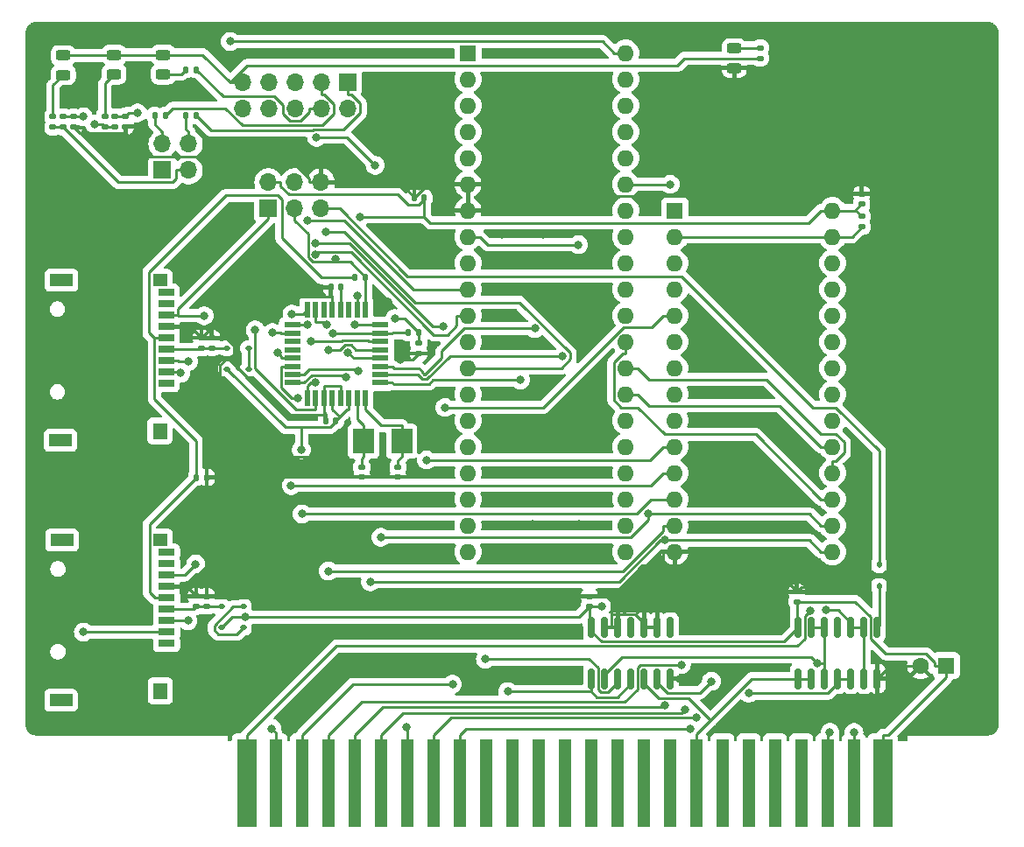
<source format=gtl>
G04 #@! TF.GenerationSoftware,KiCad,Pcbnew,8.0.8*
G04 #@! TF.CreationDate,2025-02-14T11:24:38-05:00*
G04 #@! TF.ProjectId,Apple2CardCR,4170706c-6532-4436-9172-6443522e6b69,CR1.0A*
G04 #@! TF.SameCoordinates,Original*
G04 #@! TF.FileFunction,Copper,L1,Top*
G04 #@! TF.FilePolarity,Positive*
%FSLAX46Y46*%
G04 Gerber Fmt 4.6, Leading zero omitted, Abs format (unit mm)*
G04 Created by KiCad (PCBNEW 8.0.8) date 2025-02-14 11:24:38*
%MOMM*%
%LPD*%
G01*
G04 APERTURE LIST*
G04 Aperture macros list*
%AMRoundRect*
0 Rectangle with rounded corners*
0 $1 Rounding radius*
0 $2 $3 $4 $5 $6 $7 $8 $9 X,Y pos of 4 corners*
0 Add a 4 corners polygon primitive as box body*
4,1,4,$2,$3,$4,$5,$6,$7,$8,$9,$2,$3,0*
0 Add four circle primitives for the rounded corners*
1,1,$1+$1,$2,$3*
1,1,$1+$1,$4,$5*
1,1,$1+$1,$6,$7*
1,1,$1+$1,$8,$9*
0 Add four rect primitives between the rounded corners*
20,1,$1+$1,$2,$3,$4,$5,0*
20,1,$1+$1,$4,$5,$6,$7,0*
20,1,$1+$1,$6,$7,$8,$9,0*
20,1,$1+$1,$8,$9,$2,$3,0*%
G04 Aperture macros list end*
G04 #@! TA.AperFunction,SMDPad,CuDef*
%ADD10RoundRect,0.140000X-0.170000X0.140000X-0.170000X-0.140000X0.170000X-0.140000X0.170000X0.140000X0*%
G04 #@! TD*
G04 #@! TA.AperFunction,SMDPad,CuDef*
%ADD11RoundRect,0.135000X-0.185000X0.135000X-0.185000X-0.135000X0.185000X-0.135000X0.185000X0.135000X0*%
G04 #@! TD*
G04 #@! TA.AperFunction,SMDPad,CuDef*
%ADD12RoundRect,0.135000X-0.135000X-0.185000X0.135000X-0.185000X0.135000X0.185000X-0.135000X0.185000X0*%
G04 #@! TD*
G04 #@! TA.AperFunction,SMDPad,CuDef*
%ADD13RoundRect,0.112500X0.112500X-0.187500X0.112500X0.187500X-0.112500X0.187500X-0.112500X-0.187500X0*%
G04 #@! TD*
G04 #@! TA.AperFunction,SMDPad,CuDef*
%ADD14RoundRect,0.243750X0.456250X-0.243750X0.456250X0.243750X-0.456250X0.243750X-0.456250X-0.243750X0*%
G04 #@! TD*
G04 #@! TA.AperFunction,SMDPad,CuDef*
%ADD15RoundRect,0.112500X-0.187500X-0.112500X0.187500X-0.112500X0.187500X0.112500X-0.187500X0.112500X0*%
G04 #@! TD*
G04 #@! TA.AperFunction,SMDPad,CuDef*
%ADD16RoundRect,0.140000X0.170000X-0.140000X0.170000X0.140000X-0.170000X0.140000X-0.170000X-0.140000X0*%
G04 #@! TD*
G04 #@! TA.AperFunction,SMDPad,CuDef*
%ADD17R,1.400000X1.600000*%
G04 #@! TD*
G04 #@! TA.AperFunction,SMDPad,CuDef*
%ADD18R,2.200000X1.200000*%
G04 #@! TD*
G04 #@! TA.AperFunction,SMDPad,CuDef*
%ADD19R,1.600000X0.700000*%
G04 #@! TD*
G04 #@! TA.AperFunction,SMDPad,CuDef*
%ADD20R,1.400000X1.200000*%
G04 #@! TD*
G04 #@! TA.AperFunction,SMDPad,CuDef*
%ADD21RoundRect,0.140000X0.140000X0.170000X-0.140000X0.170000X-0.140000X-0.170000X0.140000X-0.170000X0*%
G04 #@! TD*
G04 #@! TA.AperFunction,SMDPad,CuDef*
%ADD22R,1.900000X8.530000*%
G04 #@! TD*
G04 #@! TA.AperFunction,SMDPad,CuDef*
%ADD23R,1.270000X8.530000*%
G04 #@! TD*
G04 #@! TA.AperFunction,SMDPad,CuDef*
%ADD24R,1.910000X8.530000*%
G04 #@! TD*
G04 #@! TA.AperFunction,SMDPad,CuDef*
%ADD25RoundRect,0.112500X0.187500X0.112500X-0.187500X0.112500X-0.187500X-0.112500X0.187500X-0.112500X0*%
G04 #@! TD*
G04 #@! TA.AperFunction,SMDPad,CuDef*
%ADD26R,0.550000X1.600000*%
G04 #@! TD*
G04 #@! TA.AperFunction,SMDPad,CuDef*
%ADD27R,1.600000X0.550000*%
G04 #@! TD*
G04 #@! TA.AperFunction,ComponentPad*
%ADD28R,1.700000X1.700000*%
G04 #@! TD*
G04 #@! TA.AperFunction,ComponentPad*
%ADD29O,1.700000X1.700000*%
G04 #@! TD*
G04 #@! TA.AperFunction,SMDPad,CuDef*
%ADD30R,2.000000X2.400000*%
G04 #@! TD*
G04 #@! TA.AperFunction,SMDPad,CuDef*
%ADD31RoundRect,0.150000X0.150000X-0.825000X0.150000X0.825000X-0.150000X0.825000X-0.150000X-0.825000X0*%
G04 #@! TD*
G04 #@! TA.AperFunction,ComponentPad*
%ADD32R,1.600000X1.600000*%
G04 #@! TD*
G04 #@! TA.AperFunction,ComponentPad*
%ADD33O,1.600000X1.600000*%
G04 #@! TD*
G04 #@! TA.AperFunction,SMDPad,CuDef*
%ADD34RoundRect,0.135000X0.185000X-0.135000X0.185000X0.135000X-0.185000X0.135000X-0.185000X-0.135000X0*%
G04 #@! TD*
G04 #@! TA.AperFunction,SMDPad,CuDef*
%ADD35RoundRect,0.135000X0.135000X0.185000X-0.135000X0.185000X-0.135000X-0.185000X0.135000X-0.185000X0*%
G04 #@! TD*
G04 #@! TA.AperFunction,ComponentPad*
%ADD36C,1.600000*%
G04 #@! TD*
G04 #@! TA.AperFunction,ViaPad*
%ADD37C,0.800000*%
G04 #@! TD*
G04 #@! TA.AperFunction,Conductor*
%ADD38C,0.250000*%
G04 #@! TD*
G04 APERTURE END LIST*
D10*
G04 #@! TO.P,C2,1*
G04 #@! TO.N,Net-(U1-XTAL1{slash}PB6)*
X131500000Y-68520000D03*
G04 #@! TO.P,C2,2*
G04 #@! TO.N,GND*
X131500000Y-69480000D03*
G04 #@! TD*
D11*
G04 #@! TO.P,R24,1*
G04 #@! TO.N,Net-(D1-K)*
X106650000Y-34550000D03*
G04 #@! TO.P,R24,2*
G04 #@! TO.N,CS2*
X106650000Y-35570000D03*
G04 #@! TD*
D12*
G04 #@! TO.P,R15,1*
G04 #@! TO.N,Net-(U5-SCLK)*
X115490000Y-69500000D03*
G04 #@! TO.P,R15,2*
G04 #@! TO.N,GND*
X116510000Y-69500000D03*
G04 #@! TD*
D13*
G04 #@! TO.P,D8,1,K*
G04 #@! TO.N,Net-(D8-K)*
X181500000Y-80050000D03*
G04 #@! TO.P,D8,2,A*
G04 #@! TO.N,RESET*
X181500000Y-77950000D03*
G04 #@! TD*
D14*
G04 #@! TO.P,D1,1,K*
G04 #@! TO.N,Net-(D1-K)*
X107550000Y-30487500D03*
G04 #@! TO.P,D1,2,A*
G04 #@! TO.N,+5V*
X107550000Y-28612500D03*
G04 #@! TD*
D15*
G04 #@! TO.P,D5,1,K*
G04 #@! TO.N,Net-(D5-K)*
X117950000Y-82000000D03*
G04 #@! TO.P,D5,2,A*
G04 #@! TO.N,Net-(D3-K)*
X120050000Y-82000000D03*
G04 #@! TD*
D16*
G04 #@! TO.P,C8,1*
G04 #@! TO.N,+5V*
X179800000Y-43040000D03*
G04 #@! TO.P,C8,2*
G04 #@! TO.N,GND*
X179800000Y-42080000D03*
G04 #@! TD*
D17*
G04 #@! TO.P,U5,*
G04 #@! TO.N,*
X112020000Y-90160000D03*
D18*
X102520000Y-75560000D03*
D19*
G04 #@! TO.P,U5,1*
G04 #@! TO.N,N/C*
X112620000Y-85560000D03*
G04 #@! TO.P,U5,2,~{CS}*
G04 #@! TO.N,Net-(U5-~{CS})*
X112620000Y-84460000D03*
G04 #@! TO.P,U5,3,DI*
G04 #@! TO.N,Net-(U5-DI)*
X112620000Y-83360000D03*
G04 #@! TO.P,U5,4,VDD*
G04 #@! TO.N,Net-(D5-K)*
X112620000Y-82260000D03*
G04 #@! TO.P,U5,5,SCLK*
G04 #@! TO.N,Net-(U5-SCLK)*
X112620000Y-81160000D03*
G04 #@! TO.P,U5,6,GND*
G04 #@! TO.N,GND*
X112620000Y-80060000D03*
G04 #@! TO.P,U5,7,DO*
G04 #@! TO.N,MISO*
X112620000Y-78960000D03*
G04 #@! TO.P,U5,8*
G04 #@! TO.N,N/C*
X112620000Y-77860000D03*
G04 #@! TO.P,U5,9,CD*
G04 #@! TO.N,unconnected-(U5-CD-Pad9)*
X112620000Y-76760000D03*
D20*
G04 #@! TO.P,U5,10*
G04 #@! TO.N,N/C*
X112020000Y-75560000D03*
D18*
G04 #@! TO.P,U5,~*
X102420000Y-91060000D03*
G04 #@! TD*
D14*
G04 #@! TO.P,D11,1,K*
G04 #@! TO.N,Net-(D11-K)*
X112311000Y-30487500D03*
G04 #@! TO.P,D11,2,A*
G04 #@! TO.N,+5V*
X112311000Y-28612500D03*
G04 #@! TD*
D16*
G04 #@! TO.P,C10,1*
G04 #@! TO.N,+5V*
X153500000Y-81980000D03*
G04 #@! TO.P,C10,2*
G04 #@! TO.N,GND*
X153500000Y-81020000D03*
G04 #@! TD*
D21*
G04 #@! TO.P,C9,1*
G04 #@! TO.N,+5V*
X128980000Y-64000000D03*
G04 #@! TO.P,C9,2*
G04 #@! TO.N,GND*
X128020000Y-64000000D03*
G04 #@! TD*
D16*
G04 #@! TO.P,C6,1*
G04 #@! TO.N,Net-(D6-K)*
X117000000Y-56980000D03*
G04 #@! TO.P,C6,2*
G04 #@! TO.N,GND*
X117000000Y-56020000D03*
G04 #@! TD*
D12*
G04 #@! TO.P,R3,1*
G04 #@! TO.N,Net-(J2-Pin_4)*
X114490000Y-34500000D03*
G04 #@! TO.P,R3,2*
G04 #@! TO.N,Net-(J6-Pin_1)*
X115510000Y-34500000D03*
G04 #@! TD*
D14*
G04 #@! TO.P,D9,1,K*
G04 #@! TO.N,Net-(D9-K)*
X102650000Y-30550000D03*
G04 #@! TO.P,D9,2,A*
G04 #@! TO.N,+5V*
X102650000Y-28675000D03*
G04 #@! TD*
D22*
G04 #@! TO.P,BUS1,1,~{IOSEL}*
G04 #@! TO.N,IOSEL*
X120386000Y-99050000D03*
D23*
G04 #@! TO.P,BUS1,2,A0*
G04 #@! TO.N,A0*
X123180000Y-99050000D03*
G04 #@! TO.P,BUS1,3,A1*
G04 #@! TO.N,A1*
X125720000Y-99050000D03*
G04 #@! TO.P,BUS1,4,A2*
G04 #@! TO.N,A2*
X128260000Y-99050000D03*
G04 #@! TO.P,BUS1,5,A3*
G04 #@! TO.N,A3*
X130800000Y-99050000D03*
G04 #@! TO.P,BUS1,6,A4*
G04 #@! TO.N,A4*
X133340000Y-99050000D03*
G04 #@! TO.P,BUS1,7,A5*
G04 #@! TO.N,A5*
X135880000Y-99050000D03*
G04 #@! TO.P,BUS1,8,A6*
G04 #@! TO.N,A6*
X138420000Y-99050000D03*
G04 #@! TO.P,BUS1,9,A7*
G04 #@! TO.N,A7*
X140960000Y-99050000D03*
G04 #@! TO.P,BUS1,10,A8*
G04 #@! TO.N,unconnected-(BUS1-A8-Pad10)*
X143500000Y-99050000D03*
G04 #@! TO.P,BUS1,11,A9*
G04 #@! TO.N,unconnected-(BUS1-A9-Pad11)*
X146040000Y-99050000D03*
G04 #@! TO.P,BUS1,12,A10*
G04 #@! TO.N,unconnected-(BUS1-A10-Pad12)*
X148580000Y-99050000D03*
G04 #@! TO.P,BUS1,13,A11*
G04 #@! TO.N,unconnected-(BUS1-A11-Pad13)*
X151120000Y-99050000D03*
G04 #@! TO.P,BUS1,14,A12*
G04 #@! TO.N,unconnected-(BUS1-A12-Pad14)*
X153660000Y-99050000D03*
G04 #@! TO.P,BUS1,15,A13*
G04 #@! TO.N,unconnected-(BUS1-A13-Pad15)*
X156200000Y-99050000D03*
G04 #@! TO.P,BUS1,16,A14*
G04 #@! TO.N,unconnected-(BUS1-A14-Pad16)*
X158740000Y-99050000D03*
G04 #@! TO.P,BUS1,17,A15*
G04 #@! TO.N,unconnected-(BUS1-A15-Pad17)*
X161280000Y-99050000D03*
G04 #@! TO.P,BUS1,18,R/~{W}*
G04 #@! TO.N,RW*
X163820000Y-99050000D03*
G04 #@! TO.P,BUS1,19,NC*
G04 #@! TO.N,unconnected-(BUS1-NC-Pad19)*
X166360000Y-99050000D03*
G04 #@! TO.P,BUS1,20,~{IO_STROBE}*
G04 #@! TO.N,unconnected-(BUS1-~{IO_STROBE}-Pad20)*
X168900000Y-99050000D03*
G04 #@! TO.P,BUS1,21,RDY*
G04 #@! TO.N,unconnected-(BUS1-RDY-Pad21)*
X171440000Y-99050000D03*
G04 #@! TO.P,BUS1,22,~{DMA}*
G04 #@! TO.N,unconnected-(BUS1-~{DMA}-Pad22)*
X173980000Y-99050000D03*
G04 #@! TO.P,BUS1,23,INT_OUT*
G04 #@! TO.N,Net-(BUS1-INT_IN)*
X176520000Y-99050000D03*
G04 #@! TO.P,BUS1,24,DMA_OUT*
G04 #@! TO.N,Net-(BUS1-DMA_IN)*
X179060000Y-99050000D03*
D24*
G04 #@! TO.P,BUS1,25,+5V*
G04 #@! TO.N,+5V*
X181854000Y-99050000D03*
G04 #@! TD*
D11*
G04 #@! TO.P,R13,1*
G04 #@! TO.N,Net-(U5-~{CS})*
X103650000Y-34602500D03*
G04 #@! TO.P,R13,2*
G04 #@! TO.N,GND*
X103650000Y-35622500D03*
G04 #@! TD*
D25*
G04 #@! TO.P,D4,1,K*
G04 #@! TO.N,Net-(D4-K)*
X120550000Y-59000000D03*
G04 #@! TO.P,D4,2,A*
G04 #@! TO.N,+5V*
X118450000Y-59000000D03*
G04 #@! TD*
D26*
G04 #@! TO.P,U1,1,PD3*
G04 #@! TO.N,PD3*
X126250000Y-61800000D03*
G04 #@! TO.P,U1,2,PD4*
G04 #@! TO.N,PD4*
X127050000Y-61800000D03*
G04 #@! TO.P,U1,3,GND*
G04 #@! TO.N,GND*
X127850000Y-61800000D03*
G04 #@! TO.P,U1,4,VCC*
G04 #@! TO.N,+5V*
X128650000Y-61800000D03*
G04 #@! TO.P,U1,5,GND*
G04 #@! TO.N,GND*
X129450000Y-61800000D03*
G04 #@! TO.P,U1,6,VCC*
G04 #@! TO.N,+5V*
X130250000Y-61800000D03*
G04 #@! TO.P,U1,7,XTAL1/PB6*
G04 #@! TO.N,Net-(U1-XTAL1{slash}PB6)*
X131050000Y-61800000D03*
G04 #@! TO.P,U1,8,XTAL2/PB7*
G04 #@! TO.N,Net-(U1-XTAL2{slash}PB7)*
X131850000Y-61800000D03*
D27*
G04 #@! TO.P,U1,9,PD5*
G04 #@! TO.N,PD5*
X133300000Y-60350000D03*
G04 #@! TO.P,U1,10,PD6*
G04 #@! TO.N,PD6*
X133300000Y-59550000D03*
G04 #@! TO.P,U1,11,PD7*
G04 #@! TO.N,PD7*
X133300000Y-58750000D03*
G04 #@! TO.P,U1,12,PB0*
G04 #@! TO.N,CS3*
X133300000Y-57950000D03*
G04 #@! TO.P,U1,13,PB1*
G04 #@! TO.N,CS2*
X133300000Y-57150000D03*
G04 #@! TO.P,U1,14,PB2*
G04 #@! TO.N,CS*
X133300000Y-56350000D03*
G04 #@! TO.P,U1,15,PB3*
G04 #@! TO.N,MOSI*
X133300000Y-55550000D03*
G04 #@! TO.P,U1,16,PB4*
G04 #@! TO.N,MISO*
X133300000Y-54750000D03*
D26*
G04 #@! TO.P,U1,17,PB5*
G04 #@! TO.N,SCK*
X131850000Y-53300000D03*
G04 #@! TO.P,U1,18,AVCC*
G04 #@! TO.N,+5V*
X131050000Y-53300000D03*
G04 #@! TO.P,U1,19,ADC6*
G04 #@! TO.N,unconnected-(U1-ADC6-Pad19)*
X130250000Y-53300000D03*
G04 #@! TO.P,U1,20,AREF*
G04 #@! TO.N,Net-(U1-AREF)*
X129450000Y-53300000D03*
G04 #@! TO.P,U1,21,GND*
G04 #@! TO.N,GND*
X128650000Y-53300000D03*
G04 #@! TO.P,U1,22,ADC7*
G04 #@! TO.N,unconnected-(U1-ADC7-Pad22)*
X127850000Y-53300000D03*
G04 #@! TO.P,U1,23,PC0*
G04 #@! TO.N,STBA*
X127050000Y-53300000D03*
G04 #@! TO.P,U1,24,PC1*
G04 #@! TO.N,IBFA*
X126250000Y-53300000D03*
D27*
G04 #@! TO.P,U1,25,PC2*
G04 #@! TO.N,ACKA*
X124800000Y-54750000D03*
G04 #@! TO.P,U1,26,PC3*
G04 #@! TO.N,OBFA*
X124800000Y-55550000D03*
G04 #@! TO.P,U1,27,PC4*
G04 #@! TO.N,PC4*
X124800000Y-56350000D03*
G04 #@! TO.P,U1,28,PC5*
G04 #@! TO.N,PC5*
X124800000Y-57150000D03*
G04 #@! TO.P,U1,29,~{RESET}/PC6*
G04 #@! TO.N,RESET*
X124800000Y-57950000D03*
G04 #@! TO.P,U1,30,PD0*
G04 #@! TO.N,PD0*
X124800000Y-58750000D03*
G04 #@! TO.P,U1,31,PD1*
G04 #@! TO.N,PD1*
X124800000Y-59550000D03*
G04 #@! TO.P,U1,32,PD2*
G04 #@! TO.N,PD2*
X124800000Y-60350000D03*
G04 #@! TD*
D28*
G04 #@! TO.P,J2,1,Pin_1*
G04 #@! TO.N,CS2*
X112225000Y-39775000D03*
D29*
G04 #@! TO.P,J2,2,Pin_2*
G04 #@! TO.N,Net-(J2-Pin_2)*
X112225000Y-37235000D03*
G04 #@! TO.P,J2,3,Pin_3*
G04 #@! TO.N,CS*
X114765000Y-39775000D03*
G04 #@! TO.P,J2,4,Pin_4*
G04 #@! TO.N,Net-(J2-Pin_4)*
X114765000Y-37235000D03*
G04 #@! TD*
D30*
G04 #@! TO.P,Y1,1,1*
G04 #@! TO.N,Net-(U1-XTAL1{slash}PB6)*
X131650000Y-66000000D03*
G04 #@! TO.P,Y1,2,2*
G04 #@! TO.N,Net-(U1-XTAL2{slash}PB7)*
X135350000Y-66000000D03*
G04 #@! TD*
D11*
G04 #@! TO.P,R26,1*
G04 #@! TO.N,Net-(D9-K)*
X101650000Y-34602500D03*
G04 #@! TO.P,R26,2*
G04 #@! TO.N,CS*
X101650000Y-35622500D03*
G04 #@! TD*
D12*
G04 #@! TO.P,R25,1*
G04 #@! TO.N,Net-(D11-K)*
X114490000Y-30050000D03*
G04 #@! TO.P,R25,2*
G04 #@! TO.N,CS3*
X115510000Y-30050000D03*
G04 #@! TD*
D11*
G04 #@! TO.P,R16,1*
G04 #@! TO.N,Net-(U5-DI)*
X137000000Y-56490000D03*
G04 #@! TO.P,R16,2*
G04 #@! TO.N,GND*
X137000000Y-57510000D03*
G04 #@! TD*
D31*
G04 #@! TO.P,U2,1*
G04 #@! TO.N,DS*
X153690000Y-88975000D03*
G04 #@! TO.P,U2,2*
G04 #@! TO.N,Net-(U9-~{OE})*
X154960000Y-88975000D03*
G04 #@! TO.P,U2,3*
G04 #@! TO.N,Net-(U4-~{RD})*
X156230000Y-88975000D03*
G04 #@! TO.P,U2,4*
G04 #@! TO.N,DS*
X157500000Y-88975000D03*
G04 #@! TO.P,U2,5*
G04 #@! TO.N,RW*
X158770000Y-88975000D03*
G04 #@! TO.P,U2,6*
G04 #@! TO.N,Net-(U4-~{WR})*
X160040000Y-88975000D03*
G04 #@! TO.P,U2,7,GND*
G04 #@! TO.N,GND*
X161310000Y-88975000D03*
G04 #@! TO.P,U2,8*
G04 #@! TO.N,unconnected-(U2-Pad8)*
X161310000Y-84025000D03*
G04 #@! TO.P,U2,9*
G04 #@! TO.N,GND*
X160040000Y-84025000D03*
G04 #@! TO.P,U2,10*
X158770000Y-84025000D03*
G04 #@! TO.P,U2,11*
G04 #@! TO.N,unconnected-(U2-Pad11)*
X157500000Y-84025000D03*
G04 #@! TO.P,U2,12*
G04 #@! TO.N,GND*
X156230000Y-84025000D03*
G04 #@! TO.P,U2,13*
X154960000Y-84025000D03*
G04 #@! TO.P,U2,14,VCC*
G04 #@! TO.N,+5V*
X153690000Y-84025000D03*
G04 #@! TD*
D17*
G04 #@! TO.P,U6,*
G04 #@! TO.N,*
X111982000Y-65018000D03*
D18*
X102482000Y-50418000D03*
D19*
G04 #@! TO.P,U6,1*
G04 #@! TO.N,N/C*
X112582000Y-60418000D03*
G04 #@! TO.P,U6,2,~{CS}*
G04 #@! TO.N,Net-(U6-~{CS})*
X112582000Y-59318000D03*
G04 #@! TO.P,U6,3,DI*
G04 #@! TO.N,Net-(U5-DI)*
X112582000Y-58218000D03*
G04 #@! TO.P,U6,4,VDD*
G04 #@! TO.N,Net-(D6-K)*
X112582000Y-57118000D03*
G04 #@! TO.P,U6,5,SCLK*
G04 #@! TO.N,Net-(U5-SCLK)*
X112582000Y-56018000D03*
G04 #@! TO.P,U6,6,GND*
G04 #@! TO.N,GND*
X112582000Y-54918000D03*
G04 #@! TO.P,U6,7,DO*
G04 #@! TO.N,MISO*
X112582000Y-53818000D03*
G04 #@! TO.P,U6,8*
G04 #@! TO.N,N/C*
X112582000Y-52718000D03*
G04 #@! TO.P,U6,9,CD*
G04 #@! TO.N,unconnected-(U6-CD-Pad9)*
X112582000Y-51618000D03*
D20*
G04 #@! TO.P,U6,10*
G04 #@! TO.N,N/C*
X111982000Y-50418000D03*
D18*
G04 #@! TO.P,U6,~*
X102382000Y-65918000D03*
G04 #@! TD*
D32*
G04 #@! TO.P,U4,1,PA3*
G04 #@! TO.N,PD3*
X141760000Y-28440000D03*
D33*
G04 #@! TO.P,U4,2,PA2*
G04 #@! TO.N,PD2*
X141760000Y-30980000D03*
G04 #@! TO.P,U4,3,PA1*
G04 #@! TO.N,PD1*
X141760000Y-33520000D03*
G04 #@! TO.P,U4,4,PA0*
G04 #@! TO.N,PD0*
X141760000Y-36060000D03*
G04 #@! TO.P,U4,5,~{RD}*
G04 #@! TO.N,Net-(U4-~{RD})*
X141760000Y-38600000D03*
G04 #@! TO.P,U4,6,~{CS}*
G04 #@! TO.N,GND*
X141760000Y-41140000D03*
G04 #@! TO.P,U4,7,GND*
X141760000Y-43680000D03*
G04 #@! TO.P,U4,8,A1*
G04 #@! TO.N,A1*
X141760000Y-46220000D03*
G04 #@! TO.P,U4,9,A0*
G04 #@! TO.N,A0*
X141760000Y-48760000D03*
G04 #@! TO.P,U4,10,PC7*
G04 #@! TO.N,OBFA*
X141760000Y-51300000D03*
G04 #@! TO.P,U4,11,PC6*
G04 #@! TO.N,ACKA*
X141760000Y-53840000D03*
G04 #@! TO.P,U4,12,PC5*
G04 #@! TO.N,IBFA*
X141760000Y-56380000D03*
G04 #@! TO.P,U4,13,PC4*
G04 #@! TO.N,STBA*
X141760000Y-58920000D03*
G04 #@! TO.P,U4,14,PC0*
G04 #@! TO.N,PC0*
X141760000Y-61460000D03*
G04 #@! TO.P,U4,15,PC1*
G04 #@! TO.N,PC1*
X141760000Y-64000000D03*
G04 #@! TO.P,U4,16,PC2*
G04 #@! TO.N,PC2*
X141760000Y-66540000D03*
G04 #@! TO.P,U4,17,PC3*
G04 #@! TO.N,unconnected-(U4-PC3-Pad17)*
X141760000Y-69080000D03*
G04 #@! TO.P,U4,18,PB0*
G04 #@! TO.N,PB0*
X141760000Y-71620000D03*
G04 #@! TO.P,U4,19,PB1*
G04 #@! TO.N,PB1*
X141760000Y-74160000D03*
G04 #@! TO.P,U4,20,PB2*
G04 #@! TO.N,PB2*
X141760000Y-76700000D03*
G04 #@! TO.P,U4,21,PB3*
G04 #@! TO.N,PB3*
X157000000Y-76700000D03*
G04 #@! TO.P,U4,22,PB4*
G04 #@! TO.N,unconnected-(U4-PB4-Pad22)*
X157000000Y-74160000D03*
G04 #@! TO.P,U4,23,PB5*
G04 #@! TO.N,unconnected-(U4-PB5-Pad23)*
X157000000Y-71620000D03*
G04 #@! TO.P,U4,24,PB6*
G04 #@! TO.N,unconnected-(U4-PB6-Pad24)*
X157000000Y-69080000D03*
G04 #@! TO.P,U4,25,PB7*
G04 #@! TO.N,unconnected-(U4-PB7-Pad25)*
X157000000Y-66540000D03*
G04 #@! TO.P,U4,26,VCC*
G04 #@! TO.N,+5V*
X157000000Y-64000000D03*
G04 #@! TO.P,U4,27,D7*
G04 #@! TO.N,D7*
X157000000Y-61460000D03*
G04 #@! TO.P,U4,28,D6*
G04 #@! TO.N,D6*
X157000000Y-58920000D03*
G04 #@! TO.P,U4,29,D5*
G04 #@! TO.N,D5*
X157000000Y-56380000D03*
G04 #@! TO.P,U4,30,D4*
G04 #@! TO.N,D4*
X157000000Y-53840000D03*
G04 #@! TO.P,U4,31,D3*
G04 #@! TO.N,D3*
X157000000Y-51300000D03*
G04 #@! TO.P,U4,32,D2*
G04 #@! TO.N,D2*
X157000000Y-48760000D03*
G04 #@! TO.P,U4,33,D1*
G04 #@! TO.N,D1*
X157000000Y-46220000D03*
G04 #@! TO.P,U4,34,D0*
G04 #@! TO.N,D0*
X157000000Y-43680000D03*
G04 #@! TO.P,U4,35,RESET*
G04 #@! TO.N,Net-(U4-RESET)*
X157000000Y-41140000D03*
G04 #@! TO.P,U4,36,~{WR}*
G04 #@! TO.N,Net-(U4-~{WR})*
X157000000Y-38600000D03*
G04 #@! TO.P,U4,37,PA7*
G04 #@! TO.N,PD7*
X157000000Y-36060000D03*
G04 #@! TO.P,U4,38,PA6*
G04 #@! TO.N,PD6*
X157000000Y-33520000D03*
G04 #@! TO.P,U4,39,PA5*
G04 #@! TO.N,PD5*
X157000000Y-30980000D03*
G04 #@! TO.P,U4,40,PA4*
G04 #@! TO.N,PD4*
X157000000Y-28440000D03*
G04 #@! TD*
D11*
G04 #@! TO.P,R12,1*
G04 #@! TO.N,GND*
X116000000Y-55990000D03*
G04 #@! TO.P,R12,2*
G04 #@! TO.N,Net-(D6-K)*
X116000000Y-57010000D03*
G04 #@! TD*
D12*
G04 #@! TO.P,R2,1*
G04 #@! TO.N,Net-(J2-Pin_2)*
X111490000Y-34500000D03*
G04 #@! TO.P,R2,2*
G04 #@! TO.N,Net-(J6-Pin_3)*
X112510000Y-34500000D03*
G04 #@! TD*
D16*
G04 #@! TO.P,C5,1*
G04 #@! TO.N,Net-(D5-K)*
X116500000Y-81980000D03*
G04 #@! TO.P,C5,2*
G04 #@! TO.N,GND*
X116500000Y-81020000D03*
G04 #@! TD*
D31*
G04 #@! TO.P,U3,1*
G04 #@! TO.N,RW*
X173690000Y-88975000D03*
G04 #@! TO.P,U3,2*
X174960000Y-88975000D03*
G04 #@! TO.P,U3,3*
G04 #@! TO.N,Net-(U9-~{OE})*
X176230000Y-88975000D03*
G04 #@! TO.P,U3,4*
G04 #@! TO.N,RES*
X177500000Y-88975000D03*
G04 #@! TO.P,U3,5*
X178770000Y-88975000D03*
G04 #@! TO.P,U3,6*
G04 #@! TO.N,Net-(U4-RESET)*
X180040000Y-88975000D03*
G04 #@! TO.P,U3,7,GND*
G04 #@! TO.N,GND*
X181310000Y-88975000D03*
G04 #@! TO.P,U3,8*
G04 #@! TO.N,Net-(D8-K)*
X181310000Y-84025000D03*
G04 #@! TO.P,U3,9*
G04 #@! TO.N,Net-(U4-RESET)*
X180040000Y-84025000D03*
G04 #@! TO.P,U3,10*
X178770000Y-84025000D03*
G04 #@! TO.P,U3,11*
G04 #@! TO.N,unconnected-(U3-Pad11)*
X177500000Y-84025000D03*
G04 #@! TO.P,U3,12*
G04 #@! TO.N,Net-(U9-~{OE})*
X176230000Y-84025000D03*
G04 #@! TO.P,U3,13*
X174960000Y-84025000D03*
G04 #@! TO.P,U3,14,VCC*
G04 #@! TO.N,+5V*
X173690000Y-84025000D03*
G04 #@! TD*
D10*
G04 #@! TO.P,C3,1*
G04 #@! TO.N,Net-(U1-XTAL2{slash}PB7)*
X135000000Y-68520000D03*
G04 #@! TO.P,C3,2*
G04 #@! TO.N,GND*
X135000000Y-69480000D03*
G04 #@! TD*
D34*
G04 #@! TO.P,R19,1*
G04 #@! TO.N,+5V*
X170000000Y-28947500D03*
G04 #@! TO.P,R19,2*
G04 #@! TO.N,Net-(D10-A)*
X170000000Y-27927500D03*
G04 #@! TD*
D35*
G04 #@! TO.P,R9,1*
G04 #@! TO.N,SCK*
X131860000Y-50150000D03*
G04 #@! TO.P,R9,2*
G04 #@! TO.N,Net-(U5-SCLK)*
X130840000Y-50150000D03*
G04 #@! TD*
D11*
G04 #@! TO.P,R1,1*
G04 #@! TO.N,+5V*
X179840000Y-44240000D03*
G04 #@! TO.P,R1,2*
G04 #@! TO.N,Net-(U9-A10)*
X179840000Y-45260000D03*
G04 #@! TD*
D32*
G04 #@! TO.P,U9,1,A14*
G04 #@! TO.N,Net-(U9-A10)*
X161760000Y-43680000D03*
D33*
G04 #@! TO.P,U9,2,A12*
X161760000Y-46220000D03*
G04 #@! TO.P,U9,3,A7*
G04 #@! TO.N,A7*
X161760000Y-48760000D03*
G04 #@! TO.P,U9,4,A6*
G04 #@! TO.N,A6*
X161760000Y-51300000D03*
G04 #@! TO.P,U9,5,A5*
G04 #@! TO.N,A5*
X161760000Y-53840000D03*
G04 #@! TO.P,U9,6,A4*
G04 #@! TO.N,A4*
X161760000Y-56380000D03*
G04 #@! TO.P,U9,7,A3*
G04 #@! TO.N,A3*
X161760000Y-58920000D03*
G04 #@! TO.P,U9,8,A2*
G04 #@! TO.N,A2*
X161760000Y-61460000D03*
G04 #@! TO.P,U9,9,A1*
G04 #@! TO.N,A1*
X161760000Y-64000000D03*
G04 #@! TO.P,U9,10,A0*
G04 #@! TO.N,A0*
X161760000Y-66540000D03*
G04 #@! TO.P,U9,11,D0*
G04 #@! TO.N,D0*
X161760000Y-69080000D03*
G04 #@! TO.P,U9,12,D1*
G04 #@! TO.N,D1*
X161760000Y-71620000D03*
G04 #@! TO.P,U9,13,D2*
G04 #@! TO.N,D2*
X161760000Y-74160000D03*
G04 #@! TO.P,U9,14,GND*
G04 #@! TO.N,GND*
X161760000Y-76700000D03*
G04 #@! TO.P,U9,15,D3*
G04 #@! TO.N,D3*
X177000000Y-76700000D03*
G04 #@! TO.P,U9,16,D4*
G04 #@! TO.N,D4*
X177000000Y-74160000D03*
G04 #@! TO.P,U9,17,D5*
G04 #@! TO.N,D5*
X177000000Y-71620000D03*
G04 #@! TO.P,U9,18,D6*
G04 #@! TO.N,D6*
X177000000Y-69080000D03*
G04 #@! TO.P,U9,19,D7*
G04 #@! TO.N,D7*
X177000000Y-66540000D03*
G04 #@! TO.P,U9,20,~{CS}*
G04 #@! TO.N,IOSEL*
X177000000Y-64000000D03*
G04 #@! TO.P,U9,21,A10*
G04 #@! TO.N,Net-(U9-A10)*
X177000000Y-61460000D03*
G04 #@! TO.P,U9,22,~{OE}*
G04 #@! TO.N,Net-(U9-~{OE})*
X177000000Y-58920000D03*
G04 #@! TO.P,U9,23,A11*
G04 #@! TO.N,Net-(U9-A10)*
X177000000Y-56380000D03*
G04 #@! TO.P,U9,24,A9*
X177000000Y-53840000D03*
G04 #@! TO.P,U9,25,A8*
X177000000Y-51300000D03*
G04 #@! TO.P,U9,26,A13*
X177000000Y-48760000D03*
G04 #@! TO.P,U9,27,~{WE}*
X177000000Y-46220000D03*
G04 #@! TO.P,U9,28,VCC*
G04 #@! TO.N,+5V*
X177000000Y-43680000D03*
G04 #@! TD*
D25*
G04 #@! TO.P,D3,1,K*
G04 #@! TO.N,Net-(D3-K)*
X120050000Y-84050000D03*
G04 #@! TO.P,D3,2,A*
G04 #@! TO.N,+5V*
X117950000Y-84050000D03*
G04 #@! TD*
D34*
G04 #@! TO.P,R10,1*
G04 #@! TO.N,CS*
X102650000Y-35622500D03*
G04 #@! TO.P,R10,2*
G04 #@! TO.N,Net-(U5-~{CS})*
X102650000Y-34602500D03*
G04 #@! TD*
D14*
G04 #@! TO.P,D10,1,K*
G04 #@! TO.N,GND*
X167500000Y-29875000D03*
G04 #@! TO.P,D10,2,A*
G04 #@! TO.N,Net-(D10-A)*
X167500000Y-28000000D03*
G04 #@! TD*
D11*
G04 #@! TO.P,R14,1*
G04 #@! TO.N,Net-(U6-~{CS})*
X108650000Y-34540000D03*
G04 #@! TO.P,R14,2*
G04 #@! TO.N,GND*
X108650000Y-35560000D03*
G04 #@! TD*
D35*
G04 #@! TO.P,R17,1*
G04 #@! TO.N,Net-(U5-DI)*
X137010000Y-55500000D03*
G04 #@! TO.P,R17,2*
G04 #@! TO.N,MOSI*
X135990000Y-55500000D03*
G04 #@! TD*
D28*
G04 #@! TO.P,J1,1,Pin_1*
G04 #@! TO.N,MISO*
X122475000Y-43475000D03*
D29*
G04 #@! TO.P,J1,2,Pin_2*
G04 #@! TO.N,+5V*
X122475000Y-40935000D03*
G04 #@! TO.P,J1,3,Pin_3*
G04 #@! TO.N,SCK*
X125015000Y-43475000D03*
G04 #@! TO.P,J1,4,Pin_4*
G04 #@! TO.N,MOSI*
X125015000Y-40935000D03*
G04 #@! TO.P,J1,5,Pin_5*
G04 #@! TO.N,RESET*
X127555000Y-43475000D03*
G04 #@! TO.P,J1,6,Pin_6*
G04 #@! TO.N,GND*
X127555000Y-40935000D03*
G04 #@! TD*
D16*
G04 #@! TO.P,C11,1*
G04 #@! TO.N,+5V*
X173551000Y-81524000D03*
G04 #@! TO.P,C11,2*
G04 #@! TO.N,GND*
X173551000Y-80564000D03*
G04 #@! TD*
D11*
G04 #@! TO.P,R11,1*
G04 #@! TO.N,GND*
X115500000Y-80990000D03*
G04 #@! TO.P,R11,2*
G04 #@! TO.N,Net-(D5-K)*
X115500000Y-82010000D03*
G04 #@! TD*
D28*
G04 #@! TO.P,J6,1,Pin_1*
G04 #@! TO.N,Net-(J6-Pin_1)*
X130125000Y-31275000D03*
D29*
G04 #@! TO.P,J6,2,Pin_2*
G04 #@! TO.N,SCK*
X130125000Y-33815000D03*
G04 #@! TO.P,J6,3,Pin_3*
G04 #@! TO.N,Net-(J6-Pin_3)*
X127585000Y-31275000D03*
G04 #@! TO.P,J6,4,Pin_4*
G04 #@! TO.N,CS3*
X127585000Y-33815000D03*
G04 #@! TO.P,J6,5,Pin_5*
G04 #@! TO.N,unconnected-(J6-Pin_5-Pad5)*
X125045000Y-31275000D03*
G04 #@! TO.P,J6,6,Pin_6*
G04 #@! TO.N,MOSI*
X125045000Y-33815000D03*
G04 #@! TO.P,J6,7,Pin_7*
G04 #@! TO.N,GND*
X122505000Y-31275000D03*
G04 #@! TO.P,J6,8,Pin_8*
G04 #@! TO.N,MISO*
X122505000Y-33815000D03*
G04 #@! TO.P,J6,9,Pin_9*
G04 #@! TO.N,+5V*
X119965000Y-31275000D03*
G04 #@! TO.P,J6,10,Pin_10*
G04 #@! TO.N,unconnected-(J6-Pin_10-Pad10)*
X119965000Y-33815000D03*
G04 #@! TD*
D21*
G04 #@! TO.P,C7,1*
G04 #@! TO.N,+5V*
X137540000Y-42470000D03*
G04 #@! TO.P,C7,2*
G04 #@! TO.N,GND*
X136580000Y-42470000D03*
G04 #@! TD*
D32*
G04 #@! TO.P,C14,1*
G04 #@! TO.N,+5V*
X188000000Y-87705100D03*
D36*
G04 #@! TO.P,C14,2*
G04 #@! TO.N,GND*
X185500000Y-87705100D03*
G04 #@! TD*
D34*
G04 #@! TO.P,R8,1*
G04 #@! TO.N,CS2*
X107650000Y-35570000D03*
G04 #@! TO.P,R8,2*
G04 #@! TO.N,Net-(U6-~{CS})*
X107650000Y-34550000D03*
G04 #@! TD*
D21*
G04 #@! TO.P,C1,1*
G04 #@! TO.N,Net-(U1-AREF)*
X129480000Y-51100000D03*
G04 #@! TO.P,C1,2*
G04 #@! TO.N,GND*
X128520000Y-51100000D03*
G04 #@! TD*
D15*
G04 #@! TO.P,D6,1,K*
G04 #@! TO.N,Net-(D6-K)*
X118450000Y-57000000D03*
G04 #@! TO.P,D6,2,A*
G04 #@! TO.N,Net-(D4-K)*
X120550000Y-57000000D03*
G04 #@! TD*
D37*
G04 #@! TO.N,IOSEL*
X174820700Y-82421100D03*
G04 #@! TO.N,A0*
X137756800Y-67810000D03*
X122792300Y-93801800D03*
G04 #@! TO.N,A1*
X152437000Y-46994200D03*
X140260500Y-89519700D03*
G04 #@! TO.N,A2*
X162374400Y-87618900D03*
G04 #@! TO.N,A3*
X160825700Y-91574200D03*
G04 #@! TO.N,A4*
X162700300Y-92011000D03*
G04 #@! TO.N,A5*
X139533800Y-62738500D03*
X135785000Y-93703900D03*
G04 #@! TO.N,A6*
X163878500Y-92752600D03*
G04 #@! TO.N,A7*
X163284100Y-93823300D03*
G04 #@! TO.N,Net-(BUS1-INT_IN)*
X176741600Y-94182500D03*
G04 #@! TO.N,+5V*
X131079100Y-51884700D03*
X131330500Y-44280800D03*
X125657800Y-66817000D03*
X154671900Y-81955700D03*
X120262700Y-83025000D03*
G04 #@! TO.N,GND*
X100080000Y-88500000D03*
X117860000Y-70720000D03*
X149000000Y-81020000D03*
X116500000Y-42000000D03*
X145000000Y-51500000D03*
X112780000Y-68180000D03*
X173740000Y-40240000D03*
X166500000Y-56000000D03*
X107700000Y-50400000D03*
X183900000Y-55480000D03*
X188980000Y-40240000D03*
X107700000Y-52940000D03*
X100080000Y-37700000D03*
X110240000Y-85960000D03*
X110240000Y-65640000D03*
X102620000Y-88500000D03*
X176280000Y-35160000D03*
X188980000Y-32620000D03*
X191520000Y-91040000D03*
X107700000Y-55480000D03*
X176280000Y-37700000D03*
X149000000Y-84500000D03*
X165500000Y-48000000D03*
X117860000Y-75800000D03*
X130000000Y-88000000D03*
X102620000Y-70720000D03*
X181360000Y-60560000D03*
X133100000Y-32620000D03*
X105160000Y-91040000D03*
X178820000Y-35160000D03*
X181360000Y-42780000D03*
X191520000Y-63100000D03*
X107700000Y-83420000D03*
X153500000Y-28500000D03*
X120400000Y-63100000D03*
X168500000Y-74500000D03*
X186440000Y-83420000D03*
X191520000Y-42780000D03*
X148340000Y-32620000D03*
X183900000Y-58020000D03*
X145800000Y-65640000D03*
X146500000Y-71500000D03*
X107700000Y-75800000D03*
X176280000Y-32620000D03*
X110240000Y-70720000D03*
X117860000Y-85960000D03*
X188980000Y-27540000D03*
X107700000Y-65640000D03*
X171200000Y-47860000D03*
X186440000Y-70720000D03*
X152000000Y-63500000D03*
X181360000Y-30080000D03*
X191520000Y-55480000D03*
X102620000Y-83420000D03*
X191520000Y-27540000D03*
X178820000Y-30080000D03*
X107700000Y-88500000D03*
X148000000Y-74000000D03*
X120400000Y-88500000D03*
X105160000Y-88500000D03*
X100080000Y-40240000D03*
X168660000Y-80880000D03*
X191520000Y-73260000D03*
X110240000Y-83420000D03*
X171200000Y-30080000D03*
X191520000Y-50400000D03*
X115320000Y-32620000D03*
X148340000Y-37700000D03*
X173740000Y-32620000D03*
X145000000Y-56500000D03*
X191520000Y-60560000D03*
X183900000Y-37700000D03*
X133100000Y-68180000D03*
X178820000Y-50400000D03*
X151000000Y-28500000D03*
X171500000Y-64000000D03*
X111000000Y-46000000D03*
X136000000Y-81020000D03*
X146500000Y-69000000D03*
X150000000Y-65500000D03*
X183900000Y-63100000D03*
X191520000Y-88500000D03*
X153420000Y-32620000D03*
X183900000Y-30080000D03*
X173740000Y-35160000D03*
X102620000Y-55480000D03*
X102620000Y-37700000D03*
X100080000Y-50400000D03*
X110240000Y-60560000D03*
X191520000Y-58020000D03*
X107700000Y-78340000D03*
X171200000Y-37700000D03*
X166120000Y-35160000D03*
X191520000Y-85960000D03*
X107700000Y-70720000D03*
X191520000Y-75800000D03*
X115320000Y-88500000D03*
X191520000Y-30080000D03*
X163580000Y-32620000D03*
X186440000Y-30080000D03*
X186440000Y-73260000D03*
X186440000Y-63100000D03*
X178820000Y-27540000D03*
X102620000Y-40240000D03*
X171200000Y-80880000D03*
X152500000Y-74000000D03*
X135640000Y-32620000D03*
X148000000Y-76500000D03*
X166500000Y-61500000D03*
X186440000Y-37700000D03*
X191520000Y-37700000D03*
X183900000Y-40240000D03*
X102620000Y-63100000D03*
X107700000Y-60560000D03*
X105160000Y-27540000D03*
X161040000Y-37700000D03*
X150880000Y-32620000D03*
X150880000Y-35160000D03*
X107700000Y-58020000D03*
X183900000Y-73260000D03*
X152500000Y-76500000D03*
X105160000Y-30080000D03*
X149000000Y-48500000D03*
X176280000Y-27540000D03*
X145800000Y-32620000D03*
X188980000Y-37700000D03*
X183900000Y-35160000D03*
X183900000Y-27540000D03*
X113500000Y-43000000D03*
X171200000Y-55480000D03*
X130560000Y-75800000D03*
X100080000Y-30080000D03*
X191520000Y-40240000D03*
X186440000Y-40240000D03*
X181360000Y-35160000D03*
X188980000Y-35160000D03*
X186440000Y-78340000D03*
X181360000Y-27540000D03*
X117000000Y-46000000D03*
X150880000Y-88500000D03*
X100080000Y-42780000D03*
X152500000Y-65500000D03*
X100080000Y-45320000D03*
X181360000Y-52940000D03*
X136000000Y-77000000D03*
X178820000Y-40240000D03*
X168660000Y-40240000D03*
X152500000Y-69000000D03*
X181360000Y-40240000D03*
X168660000Y-35160000D03*
X110240000Y-63100000D03*
X186440000Y-27540000D03*
X166120000Y-40240000D03*
X186440000Y-60560000D03*
X110240000Y-91040000D03*
X168660000Y-37700000D03*
X102620000Y-45320000D03*
X100080000Y-70720000D03*
X100080000Y-91040000D03*
X153500000Y-49000000D03*
X130000000Y-84500000D03*
X171200000Y-70720000D03*
X145800000Y-35160000D03*
X191520000Y-52940000D03*
X107700000Y-68180000D03*
X183900000Y-70720000D03*
X173740000Y-30080000D03*
X120400000Y-50400000D03*
X130500000Y-81020000D03*
X188980000Y-50400000D03*
X128020000Y-75800000D03*
X191520000Y-35160000D03*
X188980000Y-52940000D03*
X183900000Y-42780000D03*
X181360000Y-45320000D03*
X168660000Y-52940000D03*
X100080000Y-85960000D03*
X115320000Y-85960000D03*
X110240000Y-30080000D03*
X173740000Y-47860000D03*
X166120000Y-37700000D03*
X100080000Y-52940000D03*
X186440000Y-80880000D03*
X102620000Y-58020000D03*
X100080000Y-27540000D03*
X153420000Y-52940000D03*
X171200000Y-93580000D03*
X163580000Y-40240000D03*
X186440000Y-47860000D03*
X178820000Y-32620000D03*
X152500000Y-71500000D03*
X102620000Y-47860000D03*
X183900000Y-83420000D03*
X171200000Y-32620000D03*
X136000000Y-71500000D03*
X145800000Y-40240000D03*
X183900000Y-47860000D03*
X183900000Y-80880000D03*
X161040000Y-27540000D03*
X110240000Y-58020000D03*
X186440000Y-45320000D03*
X100080000Y-32620000D03*
X148500000Y-61500000D03*
X102620000Y-80880000D03*
X191520000Y-45320000D03*
X133100000Y-35160000D03*
X186440000Y-32620000D03*
X100080000Y-83420000D03*
X134000000Y-52500000D03*
X171200000Y-35160000D03*
X191520000Y-78340000D03*
X176280000Y-40240000D03*
X188980000Y-45320000D03*
X145500000Y-61500000D03*
X191520000Y-83420000D03*
X100080000Y-75800000D03*
X173740000Y-93580000D03*
X171200000Y-83420000D03*
X168500000Y-64000000D03*
X145000000Y-46000000D03*
X126891200Y-67543700D03*
X163580000Y-27540000D03*
X183900000Y-65640000D03*
X166120000Y-32620000D03*
X100080000Y-35160000D03*
X120400000Y-65640000D03*
X168660000Y-32620000D03*
X107700000Y-47860000D03*
X111000000Y-43000000D03*
X117860000Y-78340000D03*
X188980000Y-42780000D03*
X110240000Y-68180000D03*
X100080000Y-68180000D03*
X168660000Y-68180000D03*
X100080000Y-73260000D03*
X145000000Y-48500000D03*
X191520000Y-70720000D03*
X183900000Y-75800000D03*
X148340000Y-35160000D03*
X181360000Y-32620000D03*
X120400000Y-40240000D03*
X107700000Y-37700000D03*
X178820000Y-52940000D03*
X183900000Y-60560000D03*
X161040000Y-35160000D03*
X186440000Y-68180000D03*
X100080000Y-65640000D03*
X107700000Y-91040000D03*
X186440000Y-58020000D03*
X168660000Y-70720000D03*
X176280000Y-30080000D03*
X188980000Y-91040000D03*
X173740000Y-50400000D03*
X186440000Y-35160000D03*
X149000000Y-69000000D03*
X183900000Y-32620000D03*
X167500000Y-50500000D03*
X135640000Y-63100000D03*
X113500000Y-45500000D03*
X186440000Y-50400000D03*
X146000000Y-28500000D03*
X136000000Y-84500000D03*
X100080000Y-47860000D03*
X191520000Y-32620000D03*
X110240000Y-88500000D03*
X100080000Y-60560000D03*
X171500000Y-74500000D03*
X161040000Y-32620000D03*
X117860000Y-88500000D03*
X107700000Y-45320000D03*
X171200000Y-40240000D03*
X117860000Y-91040000D03*
X163580000Y-37700000D03*
X145800000Y-37700000D03*
X163580000Y-35160000D03*
X120400000Y-85960000D03*
X178820000Y-91040000D03*
X181360000Y-55480000D03*
X136000000Y-88000000D03*
X166500000Y-58500000D03*
X173740000Y-27540000D03*
X120400000Y-91040000D03*
X110240000Y-27540000D03*
X102620000Y-68180000D03*
X183900000Y-78340000D03*
X107700000Y-85960000D03*
X153420000Y-55480000D03*
X100080000Y-80880000D03*
X100080000Y-78340000D03*
X145000000Y-54000000D03*
X107700000Y-73260000D03*
X112780000Y-32620000D03*
X154500000Y-63500000D03*
X188980000Y-47860000D03*
X100080000Y-63100000D03*
X173740000Y-37700000D03*
X186440000Y-65640000D03*
X102620000Y-73260000D03*
X115320000Y-91040000D03*
X178820000Y-37700000D03*
X105160000Y-32620000D03*
X181360000Y-58020000D03*
X107700000Y-80880000D03*
X162216600Y-88975000D03*
X191520000Y-68180000D03*
X191520000Y-80880000D03*
X100080000Y-58020000D03*
X100080000Y-55480000D03*
X102620000Y-42780000D03*
X148340000Y-88500000D03*
X158500000Y-80880000D03*
X117000000Y-48000000D03*
X178820000Y-55480000D03*
X181360000Y-63100000D03*
X130500000Y-71500000D03*
X135250300Y-58140100D03*
X178836400Y-80143600D03*
X122940000Y-65640000D03*
X168660000Y-83420000D03*
X183900000Y-68180000D03*
X186440000Y-42780000D03*
X115320000Y-27540000D03*
X183900000Y-45320000D03*
X186440000Y-75800000D03*
X107700000Y-63100000D03*
X135640000Y-45320000D03*
X148500000Y-28500000D03*
X149000000Y-46000000D03*
X107700000Y-42780000D03*
X188980000Y-30080000D03*
X191520000Y-65640000D03*
X191520000Y-47860000D03*
X181360000Y-37700000D03*
X149000000Y-52000000D03*
G04 #@! TO.N,Net-(BUS1-DMA_IN)*
X179060000Y-94182400D03*
G04 #@! TO.N,RES*
X168900000Y-90382600D03*
G04 #@! TO.N,DS*
X145598800Y-90229700D03*
G04 #@! TO.N,D4*
X159163600Y-73033300D03*
X133340000Y-75289300D03*
G04 #@! TO.N,D3*
X132331500Y-79611100D03*
X160771600Y-75573300D03*
G04 #@! TO.N,D2*
X128260000Y-78575600D03*
G04 #@! TO.N,D1*
X125720000Y-73033300D03*
G04 #@! TO.N,D0*
X124672000Y-70288800D03*
G04 #@! TO.N,RESET*
X123330200Y-57411700D03*
G04 #@! TO.N,CS2*
X128291300Y-57150000D03*
X105690300Y-35329300D03*
G04 #@! TO.N,MISO*
X130841900Y-54750000D03*
X115435400Y-77892500D03*
X116264300Y-53855700D03*
G04 #@! TO.N,SCK*
X128923100Y-48389400D03*
G04 #@! TO.N,MOSI*
X128698000Y-55550000D03*
G04 #@! TO.N,CS*
X126562400Y-56350000D03*
G04 #@! TO.N,PD1*
X131138600Y-59231800D03*
G04 #@! TO.N,PD0*
X125339700Y-61822700D03*
G04 #@! TO.N,PD2*
X129993400Y-59797500D03*
G04 #@! TO.N,PD3*
X127003300Y-60350000D03*
G04 #@! TO.N,PD4*
X121191200Y-55241800D03*
X118779200Y-27313300D03*
G04 #@! TO.N,PD5*
X146817400Y-60075900D03*
G04 #@! TO.N,PD6*
X150873500Y-57791900D03*
G04 #@! TO.N,PD7*
X148228600Y-55100900D03*
G04 #@! TO.N,Net-(U6-~{CS})*
X113993300Y-59400300D03*
X109825300Y-34240700D03*
G04 #@! TO.N,Net-(U5-~{CS})*
X104591500Y-34602500D03*
X104591500Y-84460000D03*
G04 #@! TO.N,Net-(U5-DI)*
X114740600Y-58293200D03*
X114695600Y-83360000D03*
X134682800Y-54142900D03*
G04 #@! TO.N,Net-(U9-~{OE})*
X175541700Y-87504500D03*
G04 #@! TO.N,Net-(U4-~{WR})*
X165287300Y-89224900D03*
G04 #@! TO.N,Net-(U4-~{RD})*
X143440000Y-87084200D03*
G04 #@! TO.N,OBFA*
X126204800Y-44661800D03*
X122866600Y-55474000D03*
G04 #@! TO.N,ACKA*
X126204800Y-54750000D03*
X127017900Y-47931700D03*
G04 #@! TO.N,STBA*
X128115200Y-54712100D03*
X128019700Y-45719500D03*
G04 #@! TO.N,IBFA*
X139381700Y-54931600D03*
X127025800Y-46877100D03*
X124749000Y-53692900D03*
G04 #@! TO.N,Net-(U4-RESET)*
X176347300Y-82349200D03*
X161301000Y-41140000D03*
G04 #@! TO.N,CS3*
X127120600Y-36583300D03*
X130157600Y-57401800D03*
X132782500Y-39294800D03*
G04 #@! TD*
D38*
G04 #@! TO.N,IOSEL*
X120386000Y-99050000D02*
X120386000Y-94458300D01*
X174317300Y-85087500D02*
X174317300Y-82924500D01*
X173572900Y-85831900D02*
X174317300Y-85087500D01*
X174317300Y-82924500D02*
X174820700Y-82421100D01*
X120386000Y-94458300D02*
X129012400Y-85831900D01*
X129012400Y-85831900D02*
X173572900Y-85831900D01*
G04 #@! TO.N,A0*
X123180000Y-99050000D02*
X123180000Y-94189500D01*
X159363300Y-67810000D02*
X137756800Y-67810000D01*
X160633300Y-66540000D02*
X159363300Y-67810000D01*
X123180000Y-94189500D02*
X122792300Y-93801800D01*
X161760000Y-66540000D02*
X160633300Y-66540000D01*
G04 #@! TO.N,A1*
X140260500Y-89519700D02*
X130658600Y-89519700D01*
X125720000Y-99050000D02*
X125720000Y-94458300D01*
X143660900Y-46994200D02*
X152437000Y-46994200D01*
X130658600Y-89519700D02*
X125720000Y-94458300D01*
X142886700Y-46220000D02*
X143660900Y-46994200D01*
X141760000Y-46220000D02*
X142886700Y-46220000D01*
G04 #@! TO.N,A2*
X131475800Y-91242500D02*
X156922300Y-91242500D01*
X158135000Y-87868300D02*
X158384400Y-87618900D01*
X156922300Y-91242500D02*
X158135000Y-90029800D01*
X158135000Y-90029800D02*
X158135000Y-87868300D01*
X128260000Y-94458300D02*
X131475800Y-91242500D01*
X128260000Y-99050000D02*
X128260000Y-94458300D01*
X158384400Y-87618900D02*
X162374400Y-87618900D01*
G04 #@! TO.N,A3*
X133564100Y-91694200D02*
X160705700Y-91694200D01*
X130800000Y-99050000D02*
X130800000Y-94458300D01*
X160705700Y-91694200D02*
X160825700Y-91574200D01*
X130800000Y-94458300D02*
X133564100Y-91694200D01*
G04 #@! TO.N,A4*
X135497400Y-92300900D02*
X162410400Y-92300900D01*
X162410400Y-92300900D02*
X162700300Y-92011000D01*
X133340000Y-99050000D02*
X133340000Y-94458300D01*
X133340000Y-94458300D02*
X135497400Y-92300900D01*
G04 #@! TO.N,A5*
X135880000Y-99050000D02*
X135880000Y-93798900D01*
X156801200Y-54966700D02*
X149029400Y-62738500D01*
X135880000Y-93798900D02*
X135785000Y-93703900D01*
X149029400Y-62738500D02*
X139533800Y-62738500D01*
X160633300Y-53840000D02*
X159506600Y-54966700D01*
X159506600Y-54966700D02*
X156801200Y-54966700D01*
X161760000Y-53840000D02*
X160633300Y-53840000D01*
G04 #@! TO.N,A6*
X140125700Y-92752600D02*
X163878500Y-92752600D01*
X138420000Y-94458300D02*
X140125700Y-92752600D01*
X138420000Y-99050000D02*
X138420000Y-94458300D01*
G04 #@! TO.N,A7*
X140960000Y-94458300D02*
X141595000Y-93823300D01*
X140960000Y-99050000D02*
X140960000Y-94458300D01*
X141595000Y-93823300D02*
X163284100Y-93823300D01*
G04 #@! TO.N,RW*
X163820000Y-99050000D02*
X163820000Y-94458300D01*
X173690000Y-88975000D02*
X169182400Y-88975000D01*
X158770000Y-89414300D02*
X160203000Y-90847300D01*
X163034500Y-90847300D02*
X165172300Y-92985100D01*
X158770000Y-88975000D02*
X158770000Y-89414300D01*
X163820000Y-94337400D02*
X163820000Y-94458300D01*
X169182400Y-88975000D02*
X165172300Y-92985100D01*
X165172300Y-92985100D02*
X163820000Y-94337400D01*
X160203000Y-90847300D02*
X163034500Y-90847300D01*
X174960000Y-88975000D02*
X173690000Y-88975000D01*
G04 #@! TO.N,Net-(BUS1-INT_IN)*
X176741600Y-94182500D02*
X176741600Y-94236700D01*
X176741600Y-94236700D02*
X176520000Y-94458300D01*
X176520000Y-99050000D02*
X176520000Y-94458300D01*
G04 #@! TO.N,+5V*
X120425800Y-29637500D02*
X118788300Y-31275000D01*
X107487500Y-28675000D02*
X107550000Y-28612500D01*
X112311000Y-28612500D02*
X107550000Y-28612500D01*
X173551000Y-81524000D02*
X179189300Y-81524000D01*
X180675000Y-85100700D02*
X182152700Y-86578400D01*
X179280000Y-43680000D02*
X177000000Y-43680000D01*
X128980000Y-64000000D02*
X128980000Y-64126100D01*
X112311000Y-28612500D02*
X116125800Y-28612500D01*
X125657800Y-64664900D02*
X124114900Y-64664900D01*
X122475000Y-40935000D02*
X123651700Y-40935000D01*
X129351700Y-63628300D02*
X128980000Y-64000000D01*
X186873300Y-87423300D02*
X186873300Y-87705100D01*
X134942600Y-42111700D02*
X135943100Y-43112200D01*
X128980000Y-64126100D02*
X128441200Y-64664900D01*
X153524300Y-81955700D02*
X153500000Y-81980000D01*
X116125800Y-28612500D02*
X118788300Y-31275000D01*
X135943100Y-43112200D02*
X137000700Y-43112200D01*
X137000700Y-43112200D02*
X137540000Y-42572900D01*
X102650000Y-28675000D02*
X107487500Y-28675000D01*
X182152700Y-86578400D02*
X186028400Y-86578400D01*
X152455000Y-83025000D02*
X153500000Y-81980000D01*
X125657800Y-66817000D02*
X125657800Y-64664900D01*
X128650000Y-61800000D02*
X128650000Y-62926700D01*
X131050000Y-53300000D02*
X131050000Y-51913800D01*
X128441200Y-64664900D02*
X125657800Y-64664900D01*
X173690000Y-84025000D02*
X172334800Y-85380200D01*
X161982200Y-29637500D02*
X120425800Y-29637500D01*
X130053300Y-62926700D02*
X129351700Y-63628300D01*
X137540000Y-44280800D02*
X137540000Y-42470000D01*
X188000000Y-87705100D02*
X186873300Y-87705100D01*
X170000000Y-28947500D02*
X162672200Y-28947500D01*
X138129800Y-44870600D02*
X174682700Y-44870600D01*
X117950000Y-84050000D02*
X118975000Y-83025000D01*
X154671900Y-81955700D02*
X153524300Y-81955700D01*
X128650000Y-62926700D02*
X129351700Y-63628300D01*
X179280000Y-43680000D02*
X179840000Y-44240000D01*
X124460600Y-42111700D02*
X134942600Y-42111700D01*
X118975000Y-83025000D02*
X120262700Y-83025000D01*
X137540000Y-44280800D02*
X138129800Y-44870600D01*
X177000000Y-43680000D02*
X175873300Y-43680000D01*
X137540000Y-42572900D02*
X137540000Y-42470000D01*
X173551000Y-83886000D02*
X173551000Y-81524000D01*
X162672200Y-28947500D02*
X161982200Y-29637500D01*
X179189300Y-81524000D02*
X180675000Y-83009700D01*
X173690000Y-84025000D02*
X173551000Y-83886000D01*
X154665100Y-85380200D02*
X153690000Y-84405100D01*
X181854000Y-99050000D02*
X181854000Y-94458300D01*
X179280000Y-43680000D02*
X179280000Y-43560000D01*
X188000000Y-87705100D02*
X188000000Y-88831800D01*
X120262700Y-83025000D02*
X152455000Y-83025000D01*
X119965000Y-31275000D02*
X118788300Y-31275000D01*
X186028400Y-86578400D02*
X186873300Y-87423300D01*
X153500000Y-83835000D02*
X153500000Y-81980000D01*
X131050000Y-51913800D02*
X131079100Y-51884700D01*
X172334800Y-85380200D02*
X154665100Y-85380200D01*
X179280000Y-43560000D02*
X179800000Y-43040000D01*
X181854000Y-94458300D02*
X182373500Y-94458300D01*
X153690000Y-84405100D02*
X153690000Y-84025000D01*
X180675000Y-83009700D02*
X180675000Y-85100700D01*
X182373500Y-94458300D02*
X188000000Y-88831800D01*
X130250000Y-61800000D02*
X130250000Y-62926700D01*
X153690000Y-84025000D02*
X153500000Y-83835000D01*
X123651700Y-40935000D02*
X123651700Y-41302800D01*
X130250000Y-62926700D02*
X130053300Y-62926700D01*
X174682700Y-44870600D02*
X175873300Y-43680000D01*
X124114900Y-64664900D02*
X118450000Y-59000000D01*
X123651700Y-41302800D02*
X124460600Y-42111700D01*
X137540000Y-44280800D02*
X131330500Y-44280800D01*
G04 #@! TO.N,GND*
X116000000Y-55990000D02*
X119946700Y-52043300D01*
X173551000Y-80564000D02*
X173971400Y-80143600D01*
X158770000Y-84025000D02*
X160040000Y-84025000D01*
X160633300Y-78011500D02*
X160633300Y-76700000D01*
X182579900Y-87705100D02*
X181310000Y-88975000D01*
X154960000Y-84025000D02*
X155595000Y-84025000D01*
X112620000Y-80060000D02*
X114570000Y-80060000D01*
X127850000Y-63830000D02*
X127850000Y-63420300D01*
X127850000Y-61800000D02*
X127850000Y-62926700D01*
X135000000Y-69480000D02*
X131500000Y-69480000D01*
X116530000Y-69480000D02*
X116510000Y-69500000D01*
X116970000Y-55990000D02*
X116000000Y-55990000D01*
X167500000Y-29875000D02*
X167500000Y-42080000D01*
X119110100Y-57581900D02*
X119110100Y-56732200D01*
X118657400Y-58034600D02*
X119110100Y-57581900D01*
X158603500Y-78011500D02*
X160633300Y-78011500D01*
X157869200Y-82714600D02*
X155595000Y-82714600D01*
X127555000Y-40935000D02*
X126378300Y-40935000D01*
X104235200Y-36207700D02*
X103650000Y-35622500D01*
X108650000Y-36207700D02*
X110890700Y-38448400D01*
X179800000Y-42080000D02*
X167500000Y-42080000D01*
X127555000Y-40935000D02*
X135101200Y-40935000D01*
X130500000Y-81020000D02*
X116500000Y-81020000D01*
X153500000Y-81020000D02*
X149000000Y-81020000D01*
X167295300Y-42284700D02*
X144282000Y-42284700D01*
X136580000Y-42470000D02*
X136580000Y-42413800D01*
X117776300Y-58662700D02*
X118404400Y-58034600D01*
X126378300Y-40567300D02*
X126378300Y-40935000D01*
X155595000Y-81020000D02*
X153500000Y-81020000D01*
X158770000Y-84025000D02*
X158770000Y-83615400D01*
X124043100Y-63420300D02*
X118657400Y-58034600D01*
X118397900Y-56020000D02*
X117000000Y-56020000D01*
X128650000Y-52173300D02*
X128520000Y-52043300D01*
X136000000Y-81020000D02*
X130500000Y-81020000D01*
X117776300Y-67543700D02*
X126891200Y-67543700D01*
X116500000Y-81020000D02*
X115530000Y-81020000D01*
X155595000Y-81020000D02*
X158603500Y-78011500D01*
X115530000Y-81020000D02*
X115500000Y-80990000D01*
X155595000Y-82714600D02*
X155595000Y-81020000D01*
X108650000Y-35560000D02*
X108650000Y-36207700D01*
X117776300Y-69480000D02*
X116530000Y-69480000D01*
X173551000Y-80564000D02*
X170998500Y-78011500D01*
X127850000Y-63420300D02*
X124043100Y-63420300D01*
X149000000Y-81020000D02*
X136000000Y-81020000D01*
X117776300Y-67543700D02*
X117776300Y-58662700D01*
X136369900Y-58140100D02*
X137000000Y-57510000D01*
X158770000Y-83615400D02*
X157869200Y-82714600D01*
X129450000Y-61800000D02*
X129450000Y-60673300D01*
X161310000Y-88975000D02*
X162216600Y-88975000D01*
X131500000Y-69480000D02*
X117776300Y-69480000D01*
X116510000Y-78120000D02*
X116510000Y-69500000D01*
X112582000Y-54918000D02*
X114928000Y-54918000D01*
X114570000Y-80060000D02*
X116510000Y-78120000D01*
X155595000Y-84025000D02*
X156230000Y-84025000D01*
X135101200Y-40935000D02*
X136580000Y-42413800D01*
X117000000Y-56020000D02*
X116970000Y-55990000D01*
X124259400Y-38448400D02*
X126378300Y-40567300D01*
X114928000Y-54918000D02*
X116000000Y-55990000D01*
X170998500Y-78011500D02*
X160633300Y-78011500D01*
X135250300Y-58140100D02*
X136369900Y-58140100D01*
X144282000Y-42284700D02*
X142886700Y-43680000D01*
X129450000Y-60673300D02*
X127850000Y-60673300D01*
X137853800Y-41140000D02*
X141760000Y-41140000D01*
X108650000Y-36207700D02*
X104235200Y-36207700D01*
X119110100Y-56732200D02*
X118397900Y-56020000D01*
X127850000Y-63420300D02*
X127850000Y-62926700D01*
X167500000Y-42080000D02*
X167295300Y-42284700D01*
X141760000Y-43680000D02*
X142886700Y-43680000D01*
X128650000Y-53300000D02*
X128650000Y-52173300D01*
X155595000Y-84025000D02*
X155595000Y-82714600D01*
X110890700Y-38448400D02*
X124259400Y-38448400D01*
X185500000Y-87705100D02*
X182579900Y-87705100D01*
X117776300Y-69480000D02*
X117776300Y-67543700D01*
X128520000Y-52043300D02*
X128520000Y-51100000D01*
X128020000Y-64000000D02*
X127850000Y-63830000D01*
X161760000Y-76700000D02*
X160633300Y-76700000D01*
X173971400Y-80143600D02*
X178836400Y-80143600D01*
X118404400Y-58034600D02*
X118657400Y-58034600D01*
X119946700Y-52043300D02*
X128520000Y-52043300D01*
X114570000Y-80060000D02*
X115500000Y-80990000D01*
X127850000Y-61800000D02*
X127850000Y-60673300D01*
X136580000Y-42413800D02*
X137853800Y-41140000D01*
G04 #@! TO.N,Net-(BUS1-DMA_IN)*
X179060000Y-94458300D02*
X179060000Y-94182400D01*
X179060000Y-99050000D02*
X179060000Y-94458300D01*
G04 #@! TO.N,RES*
X176552800Y-90382600D02*
X168900000Y-90382600D01*
X178770000Y-88975000D02*
X177500000Y-88975000D01*
X177500000Y-89435400D02*
X176552800Y-90382600D01*
X177500000Y-88975000D02*
X177500000Y-89435400D01*
G04 #@! TO.N,DS*
X153690000Y-90229700D02*
X145598800Y-90229700D01*
X154221100Y-90760800D02*
X153690000Y-90229700D01*
X157500000Y-88975000D02*
X157500000Y-89437500D01*
X157500000Y-89437500D02*
X156176700Y-90760800D01*
X156176700Y-90760800D02*
X154221100Y-90760800D01*
X153690000Y-90229700D02*
X153690000Y-88975000D01*
G04 #@! TO.N,D7*
X157000000Y-61460000D02*
X158126700Y-61460000D01*
X175873300Y-66540000D02*
X171921500Y-62588200D01*
X159254900Y-62588200D02*
X158126700Y-61460000D01*
X171921500Y-62588200D02*
X159254900Y-62588200D01*
X177000000Y-66540000D02*
X175873300Y-66540000D01*
G04 #@! TO.N,D6*
X157000000Y-58920000D02*
X158126700Y-58920000D01*
X177000000Y-69080000D02*
X177000000Y-67953300D01*
X177000000Y-67953300D02*
X177281700Y-67953300D01*
X177327700Y-65270000D02*
X175874900Y-65270000D01*
X178148300Y-66090600D02*
X177327700Y-65270000D01*
X177281700Y-67953300D02*
X178148300Y-67086700D01*
X159253400Y-60046700D02*
X158126700Y-58920000D01*
X175874900Y-65270000D02*
X170651600Y-60046700D01*
X170651600Y-60046700D02*
X159253400Y-60046700D01*
X178148300Y-67086700D02*
X178148300Y-66090600D01*
G04 #@! TO.N,D5*
X156718200Y-57506700D02*
X157000000Y-57506700D01*
X155873300Y-58351600D02*
X156718200Y-57506700D01*
X155873300Y-62004300D02*
X155873300Y-58351600D01*
X157000000Y-56380000D02*
X157000000Y-57506700D01*
X175873300Y-71620000D02*
X169591200Y-65337900D01*
X158168800Y-62730000D02*
X156599000Y-62730000D01*
X160776700Y-65337900D02*
X158168800Y-62730000D01*
X169591200Y-65337900D02*
X160776700Y-65337900D01*
X156599000Y-62730000D02*
X155873300Y-62004300D01*
X177000000Y-71620000D02*
X175873300Y-71620000D01*
G04 #@! TO.N,D4*
X157474400Y-75289300D02*
X133340000Y-75289300D01*
X177000000Y-74160000D02*
X175873300Y-74160000D01*
X175873300Y-74160000D02*
X174746600Y-73033300D01*
X159163600Y-73033300D02*
X159163600Y-73600100D01*
X159163600Y-73600100D02*
X157474400Y-75289300D01*
X174746600Y-73033300D02*
X159163600Y-73033300D01*
G04 #@! TO.N,D3*
X174746600Y-75573300D02*
X160771600Y-75573300D01*
X160392900Y-75573300D02*
X156355100Y-79611100D01*
X175873300Y-76700000D02*
X174746600Y-75573300D01*
X156355100Y-79611100D02*
X132331500Y-79611100D01*
X160771600Y-75573300D02*
X160392900Y-75573300D01*
X177000000Y-76700000D02*
X175873300Y-76700000D01*
G04 #@! TO.N,D2*
X156741700Y-78575600D02*
X128260000Y-78575600D01*
X160633300Y-74160000D02*
X160633300Y-74684000D01*
X161760000Y-74160000D02*
X160633300Y-74160000D01*
X160633300Y-74684000D02*
X156741700Y-78575600D01*
G04 #@! TO.N,D1*
X158059800Y-73033300D02*
X125720000Y-73033300D01*
X159473100Y-71620000D02*
X158059800Y-73033300D01*
X161760000Y-71620000D02*
X159473100Y-71620000D01*
G04 #@! TO.N,D0*
X161760000Y-69080000D02*
X160633300Y-69080000D01*
X159424500Y-70288800D02*
X124672000Y-70288800D01*
X160633300Y-69080000D02*
X159424500Y-70288800D01*
G04 #@! TO.N,Net-(U1-AREF)*
X129450000Y-53300000D02*
X129450000Y-51130000D01*
X129450000Y-51130000D02*
X129480000Y-51100000D01*
G04 #@! TO.N,Net-(U1-XTAL1{slash}PB6)*
X131650000Y-67526700D02*
X131500000Y-67676700D01*
X131650000Y-64473300D02*
X131050000Y-63873300D01*
X131050000Y-63873300D02*
X131050000Y-61800000D01*
X131500000Y-67676700D02*
X131500000Y-68520000D01*
X131650000Y-66000000D02*
X131650000Y-67526700D01*
X131650000Y-66000000D02*
X131650000Y-64473300D01*
G04 #@! TO.N,Net-(U1-XTAL2{slash}PB7)*
X133396600Y-64473300D02*
X131850000Y-62926700D01*
X135350000Y-66000000D02*
X135350000Y-64473300D01*
X135000000Y-67876700D02*
X135000000Y-68520000D01*
X131850000Y-61800000D02*
X131850000Y-62926700D01*
X135350000Y-66000000D02*
X135350000Y-67526700D01*
X135350000Y-64473300D02*
X133396600Y-64473300D01*
X135350000Y-67526700D02*
X135000000Y-67876700D01*
G04 #@! TO.N,Net-(D5-K)*
X116500000Y-81980000D02*
X115530000Y-81980000D01*
X117950000Y-82000000D02*
X116520000Y-82000000D01*
X112620000Y-82260000D02*
X115250000Y-82260000D01*
X116520000Y-82000000D02*
X116500000Y-81980000D01*
X115250000Y-82260000D02*
X115500000Y-82010000D01*
X115530000Y-81980000D02*
X115500000Y-82010000D01*
G04 #@! TO.N,RESET*
X175100000Y-62730000D02*
X177335700Y-62730000D01*
X123673300Y-57950000D02*
X123673300Y-57754800D01*
X128731700Y-43475000D02*
X129370600Y-43475000D01*
X123673300Y-57754800D02*
X123330200Y-57411700D01*
X129370600Y-43475000D02*
X135925600Y-50030000D01*
X181500000Y-66894300D02*
X181500000Y-77950000D01*
X127555000Y-43475000D02*
X128731700Y-43475000D01*
X162400000Y-50030000D02*
X175100000Y-62730000D01*
X135925600Y-50030000D02*
X162400000Y-50030000D01*
X124800000Y-57950000D02*
X123673300Y-57950000D01*
X177335700Y-62730000D02*
X181500000Y-66894300D01*
G04 #@! TO.N,Net-(D6-K)*
X115892000Y-57118000D02*
X116000000Y-57010000D01*
X117000000Y-56980000D02*
X116030000Y-56980000D01*
X118450000Y-57000000D02*
X117020000Y-57000000D01*
X117020000Y-57000000D02*
X117000000Y-56980000D01*
X116030000Y-56980000D02*
X116000000Y-57010000D01*
X112582000Y-57118000D02*
X115892000Y-57118000D01*
G04 #@! TO.N,Net-(D1-K)*
X106650000Y-31387500D02*
X106650000Y-34550000D01*
X107550000Y-30487500D02*
X106650000Y-31387500D01*
G04 #@! TO.N,Net-(D3-K)*
X119067800Y-82000000D02*
X120050000Y-82000000D01*
X117644100Y-84677900D02*
X117252100Y-84285900D01*
X120050000Y-84050000D02*
X119422100Y-84677900D01*
X117252100Y-83815700D02*
X119067800Y-82000000D01*
X117252100Y-84285900D02*
X117252100Y-83815700D01*
X119422100Y-84677900D02*
X117644100Y-84677900D01*
G04 #@! TO.N,CS2*
X105690300Y-35329300D02*
X106409300Y-35329300D01*
X130458600Y-56675100D02*
X129856700Y-56675100D01*
X129856700Y-56675100D02*
X129381900Y-57149900D01*
X129381900Y-57150000D02*
X128291300Y-57150000D01*
X133300000Y-57150000D02*
X130933500Y-57150000D01*
X130933500Y-57150000D02*
X130458600Y-56675100D01*
X106409300Y-35329300D02*
X106650000Y-35570000D01*
X129381900Y-57149900D02*
X129381900Y-57150000D01*
X107650000Y-35570000D02*
X106650000Y-35570000D01*
G04 #@! TO.N,Net-(D4-K)*
X120550000Y-59000000D02*
X120550000Y-57000000D01*
G04 #@! TO.N,Net-(D8-K)*
X181500000Y-83835000D02*
X181500000Y-80050000D01*
X181310000Y-84025000D02*
X181500000Y-83835000D01*
G04 #@! TO.N,MISO*
X122475000Y-43475000D02*
X122475000Y-44464600D01*
X122475000Y-44464600D02*
X113708700Y-53230900D01*
X113746400Y-53855700D02*
X113708700Y-53818000D01*
X114367900Y-78960000D02*
X112620000Y-78960000D01*
X112582000Y-53818000D02*
X113708700Y-53818000D01*
X113708700Y-53230900D02*
X113708700Y-53818000D01*
X115435400Y-77892500D02*
X114367900Y-78960000D01*
X133300000Y-54750000D02*
X130841900Y-54750000D01*
X116264300Y-53855700D02*
X113746400Y-53855700D01*
G04 #@! TO.N,Net-(D9-K)*
X102650000Y-30550000D02*
X101650000Y-31550000D01*
X101650000Y-31550000D02*
X101650000Y-34602500D01*
G04 #@! TO.N,SCK*
X131860000Y-52163300D02*
X131860000Y-50150000D01*
X126717000Y-48658400D02*
X128923100Y-48658400D01*
X131850000Y-52173300D02*
X131860000Y-52163300D01*
X131850000Y-53300000D02*
X131850000Y-52173300D01*
X125015000Y-43475000D02*
X125015000Y-44651700D01*
X126291200Y-45927900D02*
X126291200Y-48232600D01*
X128923100Y-48658400D02*
X130368400Y-48658400D01*
X128923100Y-48658400D02*
X128923100Y-48389400D01*
X130368400Y-48658400D02*
X131860000Y-50150000D01*
X125015000Y-44651700D02*
X126291200Y-45927900D01*
X126291200Y-48232600D02*
X126717000Y-48658400D01*
G04 #@! TO.N,MOSI*
X133300000Y-55550000D02*
X128698000Y-55550000D01*
X133863400Y-55550000D02*
X134426700Y-55550000D01*
X134476700Y-55500000D02*
X134426700Y-55550000D01*
X133863400Y-55550000D02*
X133300000Y-55550000D01*
X135990000Y-55500000D02*
X134476700Y-55500000D01*
G04 #@! TO.N,CS*
X114765000Y-39775000D02*
X114337400Y-39775000D01*
X113220600Y-40951700D02*
X107979200Y-40951700D01*
X113588300Y-39775000D02*
X113588300Y-40584000D01*
X129543000Y-56350000D02*
X126562400Y-56350000D01*
X129669600Y-56223400D02*
X129543000Y-56350000D01*
X114176700Y-39775000D02*
X114337400Y-39775000D01*
X133300000Y-56350000D02*
X132173300Y-56350000D01*
X107979200Y-40951700D02*
X102650000Y-35622500D01*
X132046700Y-56223400D02*
X129669600Y-56223400D01*
X114176700Y-39775000D02*
X113588300Y-39775000D01*
X113588300Y-40584000D02*
X113220600Y-40951700D01*
X102650000Y-35622500D02*
X101650000Y-35622500D01*
X132173300Y-56350000D02*
X132046700Y-56223400D01*
G04 #@! TO.N,PD1*
X131138600Y-59231800D02*
X130969200Y-59062400D01*
X126414300Y-59062400D02*
X125926700Y-59550000D01*
X124800000Y-59550000D02*
X125926700Y-59550000D01*
X130969200Y-59062400D02*
X126414300Y-59062400D01*
G04 #@! TO.N,Net-(D10-A)*
X170000000Y-27927500D02*
X167572500Y-27927500D01*
X167572500Y-27927500D02*
X167500000Y-28000000D01*
G04 #@! TO.N,PD0*
X124800000Y-58750000D02*
X123673300Y-58750000D01*
X124714700Y-61822700D02*
X123673300Y-60781300D01*
X125339700Y-61822700D02*
X124714700Y-61822700D01*
X123673300Y-60781300D02*
X123673300Y-58750000D01*
G04 #@! TO.N,Net-(D11-K)*
X112311000Y-30487500D02*
X114052500Y-30487500D01*
X114052500Y-30487500D02*
X114490000Y-30050000D01*
G04 #@! TO.N,PD2*
X129993400Y-59797500D02*
X129813000Y-59617100D01*
X126659600Y-59617100D02*
X125926700Y-60350000D01*
X129813000Y-59617100D02*
X126659600Y-59617100D01*
X124800000Y-60350000D02*
X125926700Y-60350000D01*
G04 #@! TO.N,PD3*
X126250000Y-61800000D02*
X126250000Y-60673300D01*
X126573300Y-60350000D02*
X127003300Y-60350000D01*
X126250000Y-60673300D02*
X126573300Y-60350000D01*
G04 #@! TO.N,PD4*
X125172600Y-62926700D02*
X127050000Y-62926700D01*
X157000000Y-28440000D02*
X155873300Y-28440000D01*
X121191200Y-55241800D02*
X121191200Y-58945300D01*
X121191200Y-58945300D02*
X125172600Y-62926700D01*
X154746600Y-27313300D02*
X118779200Y-27313300D01*
X127050000Y-61800000D02*
X127050000Y-62926700D01*
X155873300Y-28440000D02*
X154746600Y-27313300D01*
G04 #@! TO.N,PD5*
X138365600Y-60075900D02*
X146817400Y-60075900D01*
X134426700Y-60350000D02*
X134530100Y-60453400D01*
X134530100Y-60453400D02*
X137988100Y-60453400D01*
X133300000Y-60350000D02*
X134426700Y-60350000D01*
X137988100Y-60453400D02*
X138365600Y-60075900D01*
G04 #@! TO.N,PD6*
X137333400Y-60001700D02*
X137801000Y-60001700D01*
X137801000Y-60001700D02*
X140010700Y-57792000D01*
X133300000Y-59550000D02*
X136881700Y-59550000D01*
X140010700Y-57792000D02*
X140010700Y-57791900D01*
X136881700Y-59550000D02*
X137333400Y-60001700D01*
X140010700Y-57791900D02*
X150873500Y-57791900D01*
G04 #@! TO.N,PD7*
X137613900Y-59550000D02*
X139229400Y-57934500D01*
X137031400Y-58948300D02*
X137295500Y-59212400D01*
X139229400Y-57934500D02*
X139229400Y-57297800D01*
X134625000Y-58948300D02*
X137031400Y-58948300D01*
X137295500Y-59325000D02*
X137520500Y-59550000D01*
X141426300Y-55100900D02*
X148228600Y-55100900D01*
X137295500Y-59212400D02*
X137295500Y-59325000D01*
X133300000Y-58750000D02*
X134426700Y-58750000D01*
X137520500Y-59550000D02*
X137613900Y-59550000D01*
X139229400Y-57297800D02*
X141426300Y-55100900D01*
X134426700Y-58750000D02*
X134625000Y-58948300D01*
G04 #@! TO.N,Net-(U6-~{CS})*
X113708700Y-59318000D02*
X113911000Y-59318000D01*
X108949300Y-34240700D02*
X109825300Y-34240700D01*
X113911000Y-59318000D02*
X113993300Y-59400300D01*
X108650000Y-34540000D02*
X108949300Y-34240700D01*
X112582000Y-59318000D02*
X113708700Y-59318000D01*
X108640000Y-34550000D02*
X108650000Y-34540000D01*
X107650000Y-34550000D02*
X108640000Y-34550000D01*
G04 #@! TO.N,Net-(U5-SCLK)*
X118382500Y-42205000D02*
X123405700Y-42205000D01*
X111455300Y-56018000D02*
X110932400Y-55495100D01*
X110932400Y-49655100D02*
X118382500Y-42205000D01*
X127569800Y-50150000D02*
X130840000Y-50150000D01*
X111455300Y-56018000D02*
X111455300Y-61907700D01*
X123780700Y-46360900D02*
X127569800Y-50150000D01*
X123780700Y-42580000D02*
X123780700Y-46360900D01*
X110932400Y-55495100D02*
X110932400Y-49655100D01*
X112620000Y-81160000D02*
X111493300Y-81160000D01*
X115490000Y-65942400D02*
X115490000Y-69500000D01*
X110974000Y-80640700D02*
X110974000Y-74016000D01*
X111493300Y-81160000D02*
X110974000Y-80640700D01*
X111455300Y-61907700D02*
X115490000Y-65942400D01*
X112018700Y-56018000D02*
X112582000Y-56018000D01*
X110974000Y-74016000D02*
X115490000Y-69500000D01*
X123405700Y-42205000D02*
X123780700Y-42580000D01*
X112018700Y-56018000D02*
X111455300Y-56018000D01*
G04 #@! TO.N,Net-(U5-~{CS})*
X104591500Y-34602500D02*
X103650000Y-34602500D01*
X102650000Y-34602500D02*
X103650000Y-34602500D01*
X112620000Y-84460000D02*
X104591500Y-84460000D01*
G04 #@! TO.N,Net-(U5-DI)*
X113783900Y-58293200D02*
X114740600Y-58293200D01*
X137000000Y-55510000D02*
X135632900Y-54142900D01*
X112620000Y-83360000D02*
X114695600Y-83360000D01*
X113708700Y-58218000D02*
X113783900Y-58293200D01*
X137000000Y-55510000D02*
X137000000Y-56490000D01*
X135632900Y-54142900D02*
X134682800Y-54142900D01*
X137010000Y-55500000D02*
X137000000Y-55510000D01*
X112582000Y-58218000D02*
X113708700Y-58218000D01*
G04 #@! TO.N,Net-(U9-~{OE})*
X175541700Y-87504500D02*
X174890100Y-86852900D01*
X174960000Y-84025000D02*
X176230000Y-84025000D01*
X176230000Y-87504500D02*
X176230000Y-88975000D01*
X176230000Y-84025000D02*
X176230000Y-87504500D01*
X154960000Y-88552400D02*
X154960000Y-88975000D01*
X156659500Y-86852900D02*
X154960000Y-88552400D01*
X175541700Y-87504500D02*
X176230000Y-87504500D01*
X174890100Y-86852900D02*
X156659500Y-86852900D01*
G04 #@! TO.N,Net-(U4-~{WR})*
X160040000Y-89355100D02*
X160040000Y-88975000D01*
X165287300Y-89224900D02*
X164181500Y-90330700D01*
X164181500Y-90330700D02*
X161015600Y-90330700D01*
X161015600Y-90330700D02*
X160040000Y-89355100D01*
G04 #@! TO.N,Net-(U4-~{RD})*
X154332700Y-89997800D02*
X154332700Y-87952000D01*
X156229900Y-89355200D02*
X155307800Y-90277300D01*
X154332700Y-87952000D02*
X153464900Y-87084200D01*
X153464900Y-87084200D02*
X143440000Y-87084200D01*
X156229900Y-88975000D02*
X156229900Y-89355200D01*
X155307800Y-90277300D02*
X154612200Y-90277300D01*
X156230000Y-88975000D02*
X156229900Y-88975000D01*
X154612200Y-90277300D02*
X154332700Y-89997800D01*
G04 #@! TO.N,OBFA*
X124800000Y-55550000D02*
X123673300Y-55550000D01*
X122866600Y-55474000D02*
X123597300Y-55474000D01*
X136453200Y-51300000D02*
X129815000Y-44661800D01*
X141760000Y-51300000D02*
X140633300Y-51300000D01*
X140633300Y-51300000D02*
X136453200Y-51300000D01*
X129815000Y-44661800D02*
X126204800Y-44661800D01*
X123597300Y-55474000D02*
X123673300Y-55550000D01*
G04 #@! TO.N,ACKA*
X138475400Y-55699800D02*
X130438300Y-47662700D01*
X124800000Y-54750000D02*
X126204800Y-54750000D01*
X141760000Y-53840000D02*
X140633300Y-53840000D01*
X127286900Y-47662700D02*
X127017900Y-47931700D01*
X140633300Y-53840000D02*
X140633300Y-54825900D01*
X140633300Y-54825900D02*
X139759400Y-55699800D01*
X130438300Y-47662700D02*
X127286900Y-47662700D01*
X139759400Y-55699800D02*
X138475400Y-55699800D01*
G04 #@! TO.N,STBA*
X136660000Y-52570000D02*
X129809500Y-45719500D01*
X151643100Y-57466600D02*
X146746500Y-52570000D01*
X150784000Y-58920000D02*
X151643100Y-58060900D01*
X127050000Y-53300000D02*
X127050000Y-54426700D01*
X151643100Y-58060900D02*
X151643100Y-57466600D01*
X146746500Y-52570000D02*
X136660000Y-52570000D01*
X127050000Y-54426700D02*
X127829800Y-54426700D01*
X127829800Y-54426700D02*
X128115200Y-54712100D01*
X141760000Y-58920000D02*
X150784000Y-58920000D01*
X129809500Y-45719500D02*
X128019700Y-45719500D01*
G04 #@! TO.N,IBFA*
X125857100Y-53692900D02*
X126250000Y-53300000D01*
X124749000Y-53692900D02*
X125857100Y-53692900D01*
X139381700Y-54931600D02*
X138363100Y-54931600D01*
X130308600Y-46877100D02*
X127025800Y-46877100D01*
X138363100Y-54931600D02*
X130308600Y-46877100D01*
G04 #@! TO.N,Net-(U4-RESET)*
X178770000Y-84025000D02*
X180040000Y-84025000D01*
X157000000Y-41140000D02*
X161301000Y-41140000D01*
X176347300Y-82349200D02*
X177540800Y-82349200D01*
X178770000Y-83578400D02*
X178770000Y-84025000D01*
X180040000Y-84025000D02*
X180040000Y-88975000D01*
X177540800Y-82349200D02*
X178770000Y-83578400D01*
G04 #@! TO.N,CS3*
X126408200Y-34116000D02*
X126408200Y-33815000D01*
X127120600Y-36583300D02*
X130071000Y-36583300D01*
X125532500Y-34991700D02*
X126408200Y-34116000D01*
X118098300Y-32638300D02*
X123057400Y-32638300D01*
X123868300Y-33449200D02*
X123868300Y-34302500D01*
X127585000Y-33815000D02*
X126408300Y-33815000D01*
X130157600Y-57401800D02*
X130705800Y-57950000D01*
X115510000Y-30050000D02*
X118098300Y-32638300D01*
X124557500Y-34991700D02*
X125532500Y-34991700D01*
X130705800Y-57950000D02*
X133300000Y-57950000D01*
X123868300Y-34302500D02*
X124557500Y-34991700D01*
X123057400Y-32638300D02*
X123868300Y-33449200D01*
X126408200Y-33815000D02*
X126408300Y-33815000D01*
X130071000Y-36583300D02*
X132782500Y-39294800D01*
G04 #@! TO.N,Net-(U9-A10)*
X178880000Y-46220000D02*
X179840000Y-45260000D01*
X161760000Y-46220000D02*
X177000000Y-46220000D01*
X177000000Y-46220000D02*
X178880000Y-46220000D01*
G04 #@! TO.N,Net-(J2-Pin_2)*
X112225000Y-36058300D02*
X111490000Y-35323300D01*
X112225000Y-37235000D02*
X112225000Y-36058300D01*
X111490000Y-35323300D02*
X111490000Y-34500000D01*
G04 #@! TO.N,Net-(J2-Pin_4)*
X114765000Y-36058300D02*
X114490000Y-35783300D01*
X114490000Y-35783300D02*
X114490000Y-34500000D01*
X114765000Y-37235000D02*
X114765000Y-36058300D01*
G04 #@! TO.N,Net-(J6-Pin_1)*
X126819700Y-35856600D02*
X126767900Y-35908400D01*
X131341500Y-33300500D02*
X131341500Y-34267100D01*
X131341500Y-34267100D02*
X129752000Y-35856600D01*
X130492700Y-32451700D02*
X131341500Y-33300500D01*
X129752000Y-35856600D02*
X126819700Y-35856600D01*
X130125000Y-32451700D02*
X130492700Y-32451700D01*
X126767900Y-35908400D02*
X116918400Y-35908400D01*
X130125000Y-31275000D02*
X130125000Y-32451700D01*
X116918400Y-35908400D02*
X115510000Y-34500000D01*
G04 #@! TO.N,Net-(J6-Pin_3)*
X127889300Y-32451700D02*
X128794600Y-33357000D01*
X126632600Y-35404900D02*
X126580800Y-35456700D01*
X119942500Y-35456700D02*
X118290800Y-33805000D01*
X127585000Y-32451700D02*
X127889300Y-32451700D01*
X127585000Y-31275000D02*
X127585000Y-32451700D01*
X128794600Y-33357000D02*
X128794600Y-34274900D01*
X127664600Y-35404900D02*
X126632600Y-35404900D01*
X126580800Y-35456700D02*
X119942500Y-35456700D01*
X128794600Y-34274900D02*
X127664600Y-35404900D01*
X113205000Y-33805000D02*
X112510000Y-34500000D01*
X118290800Y-33805000D02*
X113205000Y-33805000D01*
G04 #@! TD*
G04 #@! TA.AperFunction,Conductor*
G04 #@! TO.N,GND*
G36*
X192028421Y-25411035D02*
G01*
X192186636Y-25425775D01*
X192207762Y-25429610D01*
X192298103Y-25454250D01*
X192356220Y-25470102D01*
X192376368Y-25477525D01*
X192515611Y-25543019D01*
X192534176Y-25553805D01*
X192660036Y-25642340D01*
X192676462Y-25656168D01*
X192785158Y-25765082D01*
X192798953Y-25781536D01*
X192887232Y-25907570D01*
X192897982Y-25926158D01*
X192963199Y-26065541D01*
X192970580Y-26085703D01*
X193010772Y-26234234D01*
X193014565Y-26255368D01*
X193028988Y-26413615D01*
X193029500Y-26424870D01*
X193029500Y-93464158D01*
X193028965Y-93475662D01*
X193028824Y-93477174D01*
X193014207Y-93634008D01*
X193010371Y-93655133D01*
X192969843Y-93803710D01*
X192962421Y-93823857D01*
X192896869Y-93963220D01*
X192886083Y-93981784D01*
X192797473Y-94107751D01*
X192783645Y-94124177D01*
X192674640Y-94232963D01*
X192658188Y-94246757D01*
X192532042Y-94335117D01*
X192513456Y-94345866D01*
X192373965Y-94411139D01*
X192353803Y-94418521D01*
X192205146Y-94458752D01*
X192184013Y-94462546D01*
X192025632Y-94476988D01*
X192014372Y-94477500D01*
X184272650Y-94477500D01*
X184266500Y-94483650D01*
X184266500Y-94876000D01*
X184246815Y-94943039D01*
X184194011Y-94988794D01*
X184142500Y-95000000D01*
X183441500Y-95000000D01*
X183374461Y-94980315D01*
X183328706Y-94927511D01*
X183317500Y-94876000D01*
X183317500Y-94736362D01*
X183317499Y-94736345D01*
X183312341Y-94688377D01*
X183310989Y-94675799D01*
X183310986Y-94675792D01*
X183271896Y-94570989D01*
X183268454Y-94561761D01*
X183263469Y-94492071D01*
X183296952Y-94430750D01*
X188492072Y-89235633D01*
X188561401Y-89131875D01*
X188578685Y-89090147D01*
X188622526Y-89035744D01*
X188688820Y-89013679D01*
X188693246Y-89013600D01*
X188848638Y-89013600D01*
X188848654Y-89013599D01*
X188875692Y-89010691D01*
X188909201Y-89007089D01*
X189046204Y-88955989D01*
X189163261Y-88868361D01*
X189250889Y-88751304D01*
X189301989Y-88614301D01*
X189305936Y-88577584D01*
X189308499Y-88553754D01*
X189308500Y-88553737D01*
X189308500Y-86856462D01*
X189308499Y-86856445D01*
X189305157Y-86825370D01*
X189301989Y-86795899D01*
X189250889Y-86658896D01*
X189163261Y-86541839D01*
X189046204Y-86454211D01*
X189018900Y-86444027D01*
X188909203Y-86403111D01*
X188848654Y-86396600D01*
X188848638Y-86396600D01*
X187151362Y-86396600D01*
X187151345Y-86396600D01*
X187090797Y-86403111D01*
X187090795Y-86403111D01*
X186981100Y-86444027D01*
X186953796Y-86454211D01*
X186953793Y-86454212D01*
X186953791Y-86454214D01*
X186951916Y-86455618D01*
X186949722Y-86456436D01*
X186946012Y-86458462D01*
X186945720Y-86457928D01*
X186886451Y-86480031D01*
X186818179Y-86465175D01*
X186789931Y-86444027D01*
X186432236Y-86086331D01*
X186432232Y-86086328D01*
X186328481Y-86017003D01*
X186328472Y-86016998D01*
X186213185Y-85969245D01*
X186213177Y-85969243D01*
X186090798Y-85944900D01*
X186090794Y-85944900D01*
X182466466Y-85944900D01*
X182399427Y-85925215D01*
X182378785Y-85908581D01*
X181943413Y-85473209D01*
X181909928Y-85411886D01*
X181914912Y-85342194D01*
X181943414Y-85297846D01*
X181984448Y-85256812D01*
X181984453Y-85256807D01*
X182069145Y-85113601D01*
X182106901Y-84983643D01*
X182115561Y-84953835D01*
X182115562Y-84953829D01*
X182115562Y-84953828D01*
X182118500Y-84916502D01*
X182118500Y-83985015D01*
X182120883Y-83960823D01*
X182122537Y-83952511D01*
X182133500Y-83897394D01*
X182133500Y-80610400D01*
X182150768Y-80547278D01*
X182168453Y-80517375D01*
X182186956Y-80486089D01*
X182230730Y-80335418D01*
X182233500Y-80300220D01*
X182233500Y-79799780D01*
X182230730Y-79764582D01*
X182229657Y-79760889D01*
X182186957Y-79613915D01*
X182186956Y-79613912D01*
X182186956Y-79613911D01*
X182107086Y-79478859D01*
X182107084Y-79478857D01*
X182107081Y-79478853D01*
X181996146Y-79367918D01*
X181996137Y-79367911D01*
X181861087Y-79288043D01*
X181861084Y-79288042D01*
X181710422Y-79244270D01*
X181710416Y-79244269D01*
X181675227Y-79241500D01*
X181675220Y-79241500D01*
X181324780Y-79241500D01*
X181324772Y-79241500D01*
X181289583Y-79244269D01*
X181289577Y-79244270D01*
X181138915Y-79288042D01*
X181138912Y-79288043D01*
X181003862Y-79367911D01*
X181003853Y-79367918D01*
X180892918Y-79478853D01*
X180892911Y-79478862D01*
X180813043Y-79613912D01*
X180813042Y-79613915D01*
X180769270Y-79764577D01*
X180769269Y-79764583D01*
X180766500Y-79799772D01*
X180766500Y-80300227D01*
X180769269Y-80335416D01*
X180769270Y-80335422D01*
X180813042Y-80486085D01*
X180813042Y-80486086D01*
X180849232Y-80547278D01*
X180866500Y-80610400D01*
X180866500Y-82005933D01*
X180846815Y-82072972D01*
X180794011Y-82118727D01*
X180724853Y-82128671D01*
X180661297Y-82099646D01*
X180654819Y-82093614D01*
X179593136Y-81031931D01*
X179593132Y-81031928D01*
X179489381Y-80962603D01*
X179489372Y-80962598D01*
X179374085Y-80914845D01*
X179374077Y-80914843D01*
X179251698Y-80890500D01*
X179251694Y-80890500D01*
X174485000Y-80890500D01*
X174417961Y-80870815D01*
X174372206Y-80818011D01*
X174361000Y-80766500D01*
X174361000Y-80764000D01*
X173929038Y-80764000D01*
X173894443Y-80759076D01*
X173823260Y-80738395D01*
X173823249Y-80738393D01*
X173786490Y-80735500D01*
X173786484Y-80735500D01*
X173315516Y-80735500D01*
X173315509Y-80735500D01*
X173278750Y-80738393D01*
X173278739Y-80738395D01*
X173207557Y-80759076D01*
X173172962Y-80764000D01*
X172741001Y-80764000D01*
X172741001Y-80768649D01*
X172743854Y-80804911D01*
X172788968Y-80960194D01*
X172796263Y-80972530D01*
X172813446Y-81040254D01*
X172796264Y-81098771D01*
X172781106Y-81124401D01*
X172781105Y-81124404D01*
X172735394Y-81281741D01*
X172735393Y-81281747D01*
X172732500Y-81318510D01*
X172732500Y-81729489D01*
X172735393Y-81766252D01*
X172735394Y-81766258D01*
X172781104Y-81923592D01*
X172781106Y-81923597D01*
X172864512Y-82064629D01*
X172864516Y-82064633D01*
X172881179Y-82081296D01*
X172914666Y-82142618D01*
X172917500Y-82168979D01*
X172917500Y-82964718D01*
X172912577Y-82999312D01*
X172884438Y-83096168D01*
X172884437Y-83096174D01*
X172881500Y-83133492D01*
X172881500Y-83886234D01*
X172861815Y-83953273D01*
X172845181Y-83973915D01*
X172108715Y-84710381D01*
X172047392Y-84743866D01*
X172021034Y-84746700D01*
X162242500Y-84746700D01*
X162175461Y-84727015D01*
X162129706Y-84674211D01*
X162118500Y-84622700D01*
X162118500Y-83133504D01*
X162118500Y-83133498D01*
X162115562Y-83096169D01*
X162069145Y-82936399D01*
X161984453Y-82793193D01*
X161984451Y-82793191D01*
X161984448Y-82793187D01*
X161866812Y-82675551D01*
X161866803Y-82675544D01*
X161723601Y-82590855D01*
X161723596Y-82590853D01*
X161563835Y-82544438D01*
X161563829Y-82544437D01*
X161526507Y-82541500D01*
X161526502Y-82541500D01*
X161093498Y-82541500D01*
X161093492Y-82541500D01*
X161056170Y-82544437D01*
X161056164Y-82544438D01*
X160896403Y-82590853D01*
X160896398Y-82590855D01*
X160753198Y-82675543D01*
X160747032Y-82680327D01*
X160745550Y-82678417D01*
X160694727Y-82706156D01*
X160625036Y-82701159D01*
X160598291Y-82686253D01*
X160598271Y-82686288D01*
X160596925Y-82685492D01*
X160592398Y-82682969D01*
X160591560Y-82682319D01*
X160450196Y-82598717D01*
X160450193Y-82598716D01*
X160292495Y-82552900D01*
X160292489Y-82552899D01*
X160255649Y-82550000D01*
X160240000Y-82550000D01*
X160240000Y-83901000D01*
X160220315Y-83968039D01*
X160167511Y-84013794D01*
X160116000Y-84025000D01*
X160040000Y-84025000D01*
X160040000Y-84101000D01*
X160020315Y-84168039D01*
X159967511Y-84213794D01*
X159916000Y-84225000D01*
X158894000Y-84225000D01*
X158826961Y-84205315D01*
X158781206Y-84152511D01*
X158770000Y-84101000D01*
X158770000Y-84025000D01*
X158694000Y-84025000D01*
X158626961Y-84005315D01*
X158581206Y-83952511D01*
X158570000Y-83901000D01*
X158570000Y-83825000D01*
X158970000Y-83825000D01*
X159840000Y-83825000D01*
X159840000Y-82550000D01*
X159824350Y-82550000D01*
X159787510Y-82552899D01*
X159787504Y-82552900D01*
X159629806Y-82598716D01*
X159629803Y-82598717D01*
X159488447Y-82682314D01*
X159482278Y-82687100D01*
X159480457Y-82684753D01*
X159431358Y-82711564D01*
X159361666Y-82706580D01*
X159328930Y-82685541D01*
X159327722Y-82687100D01*
X159321552Y-82682314D01*
X159180196Y-82598717D01*
X159180193Y-82598716D01*
X159022495Y-82552900D01*
X159022489Y-82552899D01*
X158985649Y-82550000D01*
X158970000Y-82550000D01*
X158970000Y-83825000D01*
X158570000Y-83825000D01*
X158570000Y-82550000D01*
X158554350Y-82550000D01*
X158517510Y-82552899D01*
X158517504Y-82552900D01*
X158359806Y-82598716D01*
X158359803Y-82598717D01*
X158218439Y-82682319D01*
X158217602Y-82682969D01*
X158216826Y-82683273D01*
X158211729Y-82686288D01*
X158211242Y-82685465D01*
X158152564Y-82708500D01*
X158084047Y-82694816D01*
X158063472Y-82679685D01*
X158062973Y-82680330D01*
X158056803Y-82675544D01*
X157913601Y-82590855D01*
X157913596Y-82590853D01*
X157753835Y-82544438D01*
X157753829Y-82544437D01*
X157716507Y-82541500D01*
X157716502Y-82541500D01*
X157283498Y-82541500D01*
X157283492Y-82541500D01*
X157246170Y-82544437D01*
X157246164Y-82544438D01*
X157086403Y-82590853D01*
X157086398Y-82590855D01*
X156943198Y-82675543D01*
X156937032Y-82680327D01*
X156935550Y-82678417D01*
X156884727Y-82706156D01*
X156815036Y-82701159D01*
X156788291Y-82686253D01*
X156788271Y-82686288D01*
X156786925Y-82685492D01*
X156782398Y-82682969D01*
X156781560Y-82682319D01*
X156640196Y-82598717D01*
X156640193Y-82598716D01*
X156482495Y-82552900D01*
X156482489Y-82552899D01*
X156445649Y-82550000D01*
X156430000Y-82550000D01*
X156430000Y-83901000D01*
X156410315Y-83968039D01*
X156357511Y-84013794D01*
X156306000Y-84025000D01*
X156230000Y-84025000D01*
X156230000Y-84101000D01*
X156210315Y-84168039D01*
X156157511Y-84213794D01*
X156106000Y-84225000D01*
X155084000Y-84225000D01*
X155016961Y-84205315D01*
X154971206Y-84152511D01*
X154960000Y-84101000D01*
X154960000Y-83949000D01*
X154979685Y-83881961D01*
X155032489Y-83836206D01*
X155084000Y-83825000D01*
X156030000Y-83825000D01*
X156030000Y-82550000D01*
X156014350Y-82550000D01*
X155977510Y-82552899D01*
X155977504Y-82552900D01*
X155819806Y-82598716D01*
X155819803Y-82598717D01*
X155678447Y-82682314D01*
X155672278Y-82687100D01*
X155670457Y-82684753D01*
X155621358Y-82711564D01*
X155551666Y-82706580D01*
X155518930Y-82685541D01*
X155517722Y-82687100D01*
X155511555Y-82682317D01*
X155460535Y-82652143D01*
X155412852Y-82601073D01*
X155400349Y-82532331D01*
X155416269Y-82483413D01*
X155506427Y-82327256D01*
X155565442Y-82145628D01*
X155585404Y-81955700D01*
X155565442Y-81765772D01*
X155506427Y-81584144D01*
X155410940Y-81418756D01*
X155287571Y-81281741D01*
X155283154Y-81276835D01*
X155272741Y-81269269D01*
X155128652Y-81164582D01*
X154954188Y-81086906D01*
X154954186Y-81086905D01*
X154767387Y-81047200D01*
X154576413Y-81047200D01*
X154389614Y-81086905D01*
X154215143Y-81164584D01*
X154171466Y-81196318D01*
X154105660Y-81219798D01*
X154098581Y-81220000D01*
X153878038Y-81220000D01*
X153843443Y-81215076D01*
X153772260Y-81194395D01*
X153772249Y-81194393D01*
X153735490Y-81191500D01*
X153735484Y-81191500D01*
X153264516Y-81191500D01*
X153264509Y-81191500D01*
X153227750Y-81194393D01*
X153227739Y-81194395D01*
X153156557Y-81215076D01*
X153121962Y-81220000D01*
X152690001Y-81220000D01*
X152690001Y-81224649D01*
X152692854Y-81260911D01*
X152737968Y-81416194D01*
X152745263Y-81428530D01*
X152762446Y-81496254D01*
X152745264Y-81554771D01*
X152730106Y-81580401D01*
X152730105Y-81580404D01*
X152684394Y-81737741D01*
X152684393Y-81737747D01*
X152681500Y-81774510D01*
X152681500Y-81851234D01*
X152661815Y-81918273D01*
X152645181Y-81938915D01*
X152228915Y-82355181D01*
X152167592Y-82388666D01*
X152141234Y-82391500D01*
X120970010Y-82391500D01*
X120902971Y-82371815D01*
X120877870Y-82350483D01*
X120876556Y-82349024D01*
X120846319Y-82286036D01*
X120849620Y-82231446D01*
X120855730Y-82210418D01*
X120858500Y-82175220D01*
X120858500Y-81824780D01*
X120855730Y-81789582D01*
X120851351Y-81774510D01*
X120811957Y-81638915D01*
X120811956Y-81638912D01*
X120811956Y-81638911D01*
X120745446Y-81526449D01*
X120732088Y-81503862D01*
X120732081Y-81503853D01*
X120621146Y-81392918D01*
X120621137Y-81392911D01*
X120502881Y-81322975D01*
X120486089Y-81313044D01*
X120486088Y-81313043D01*
X120486087Y-81313043D01*
X120486084Y-81313042D01*
X120335422Y-81269270D01*
X120335416Y-81269269D01*
X120300227Y-81266500D01*
X120300220Y-81266500D01*
X119799780Y-81266500D01*
X119799772Y-81266500D01*
X119764583Y-81269269D01*
X119764577Y-81269270D01*
X119613915Y-81313042D01*
X119613912Y-81313043D01*
X119552721Y-81349232D01*
X119489600Y-81366500D01*
X119005401Y-81366500D01*
X118883022Y-81390843D01*
X118883010Y-81390846D01*
X118858872Y-81400845D01*
X118767724Y-81438599D01*
X118767723Y-81438599D01*
X118731907Y-81462531D01*
X118665229Y-81483408D01*
X118597849Y-81464923D01*
X118575339Y-81447112D01*
X118521141Y-81392914D01*
X118521140Y-81392913D01*
X118521137Y-81392911D01*
X118402881Y-81322975D01*
X118386089Y-81313044D01*
X118386088Y-81313043D01*
X118386087Y-81313043D01*
X118386084Y-81313042D01*
X118235422Y-81269270D01*
X118235416Y-81269269D01*
X118200227Y-81266500D01*
X118200220Y-81266500D01*
X117699780Y-81266500D01*
X117699772Y-81266500D01*
X117664583Y-81269269D01*
X117664577Y-81269270D01*
X117513915Y-81313042D01*
X117513912Y-81313043D01*
X117497118Y-81322975D01*
X117429394Y-81340155D01*
X117363132Y-81317994D01*
X117319370Y-81263527D01*
X117310928Y-81220928D01*
X117310000Y-81220000D01*
X116878038Y-81220000D01*
X116843443Y-81215076D01*
X116772260Y-81194395D01*
X116772249Y-81194393D01*
X116735490Y-81191500D01*
X116735484Y-81191500D01*
X116264516Y-81191500D01*
X116264509Y-81191500D01*
X116227750Y-81194393D01*
X116227739Y-81194395D01*
X116156557Y-81215076D01*
X116121962Y-81220000D01*
X115641362Y-81220000D01*
X115574323Y-81200315D01*
X115561523Y-81190000D01*
X114680069Y-81190000D01*
X114682832Y-81225122D01*
X114682833Y-81225128D01*
X114727592Y-81379188D01*
X114727595Y-81379195D01*
X114756771Y-81428530D01*
X114773954Y-81496254D01*
X114756774Y-81554766D01*
X114750358Y-81565616D01*
X114699291Y-81613302D01*
X114643623Y-81626500D01*
X114052500Y-81626500D01*
X113985461Y-81606815D01*
X113939706Y-81554011D01*
X113928500Y-81502500D01*
X113928500Y-80820000D01*
X116700000Y-80820000D01*
X117309999Y-80820000D01*
X117309999Y-80815375D01*
X117309998Y-80815350D01*
X117307145Y-80779089D01*
X117262030Y-80623803D01*
X117179721Y-80484625D01*
X117179714Y-80484616D01*
X117065383Y-80370285D01*
X117065374Y-80370278D01*
X116926196Y-80287969D01*
X116770909Y-80242854D01*
X116734644Y-80240000D01*
X116700000Y-80240000D01*
X116700000Y-80820000D01*
X113928500Y-80820000D01*
X113928500Y-80790000D01*
X114680069Y-80790000D01*
X115300000Y-80790000D01*
X115700000Y-80790000D01*
X116300000Y-80790000D01*
X116300000Y-80240000D01*
X116265363Y-80240000D01*
X116229089Y-80242854D01*
X116066314Y-80290145D01*
X116065950Y-80288893D01*
X116004597Y-80296462D01*
X115961585Y-80280836D01*
X115939195Y-80267595D01*
X115939187Y-80267592D01*
X115785129Y-80222833D01*
X115785123Y-80222832D01*
X115749135Y-80220000D01*
X115700000Y-80220000D01*
X115700000Y-80790000D01*
X115300000Y-80790000D01*
X115300000Y-80220000D01*
X115250864Y-80220000D01*
X115214876Y-80222832D01*
X115214870Y-80222833D01*
X115060811Y-80267592D01*
X115060808Y-80267593D01*
X114922714Y-80349261D01*
X114922705Y-80349268D01*
X114809268Y-80462705D01*
X114809261Y-80462714D01*
X114727593Y-80600808D01*
X114727592Y-80600811D01*
X114682833Y-80754871D01*
X114682832Y-80754877D01*
X114680069Y-80790000D01*
X113928500Y-80790000D01*
X113928500Y-80761362D01*
X113928499Y-80761345D01*
X113921989Y-80700800D01*
X113921989Y-80700799D01*
X113899748Y-80641171D01*
X113894764Y-80571482D01*
X113899749Y-80554504D01*
X113913597Y-80517375D01*
X113913598Y-80517372D01*
X113919999Y-80457844D01*
X113920000Y-80457827D01*
X113920000Y-80260000D01*
X112744000Y-80260000D01*
X112676961Y-80240315D01*
X112631206Y-80187511D01*
X112620000Y-80136000D01*
X112620000Y-79984000D01*
X112639685Y-79916961D01*
X112692489Y-79871206D01*
X112744000Y-79860000D01*
X113920000Y-79860000D01*
X113920000Y-79717500D01*
X113939685Y-79650461D01*
X113992489Y-79604706D01*
X114044000Y-79593500D01*
X114430295Y-79593500D01*
X114430296Y-79593499D01*
X114552685Y-79569155D01*
X114667975Y-79521400D01*
X114771733Y-79452071D01*
X115386485Y-78837319D01*
X115447808Y-78803834D01*
X115474166Y-78801000D01*
X115530887Y-78801000D01*
X115717688Y-78761294D01*
X115892152Y-78683618D01*
X116046653Y-78571366D01*
X116174440Y-78429444D01*
X116269927Y-78264056D01*
X116328942Y-78082428D01*
X116348904Y-77892500D01*
X116328942Y-77702572D01*
X116269927Y-77520944D01*
X116174440Y-77355556D01*
X116046653Y-77213634D01*
X115892152Y-77101382D01*
X115717688Y-77023706D01*
X115717686Y-77023705D01*
X115530887Y-76984000D01*
X115339913Y-76984000D01*
X115153114Y-77023705D01*
X114978646Y-77101383D01*
X114824145Y-77213635D01*
X114696359Y-77355557D01*
X114600873Y-77520943D01*
X114600870Y-77520950D01*
X114542765Y-77699780D01*
X114541858Y-77702572D01*
X114527674Y-77837524D01*
X114524419Y-77868497D01*
X114497834Y-77933111D01*
X114488779Y-77943216D01*
X114141815Y-78290181D01*
X114080492Y-78323666D01*
X114054134Y-78326500D01*
X114052500Y-78326500D01*
X113985461Y-78306815D01*
X113939706Y-78254011D01*
X113928500Y-78202500D01*
X113928500Y-77461362D01*
X113928499Y-77461345D01*
X113921989Y-77400800D01*
X113921989Y-77400799D01*
X113904284Y-77353333D01*
X113899300Y-77283643D01*
X113904285Y-77266665D01*
X113921989Y-77219201D01*
X113924906Y-77192071D01*
X113928499Y-77158654D01*
X113928500Y-77158637D01*
X113928500Y-76361362D01*
X113928499Y-76361345D01*
X113924834Y-76327259D01*
X113921989Y-76300799D01*
X113910203Y-76269201D01*
X113899522Y-76240564D01*
X113870889Y-76163796D01*
X113783261Y-76046739D01*
X113666204Y-75959111D01*
X113529203Y-75908011D01*
X113468654Y-75901500D01*
X113468638Y-75901500D01*
X113352500Y-75901500D01*
X113285461Y-75881815D01*
X113239706Y-75829011D01*
X113228500Y-75777500D01*
X113228500Y-74911362D01*
X113228499Y-74911345D01*
X113223764Y-74867311D01*
X113221989Y-74850799D01*
X113212115Y-74824327D01*
X113189389Y-74763396D01*
X113170889Y-74713796D01*
X113083261Y-74596739D01*
X112966204Y-74509111D01*
X112829203Y-74458011D01*
X112768654Y-74451500D01*
X112768638Y-74451500D01*
X111733766Y-74451500D01*
X111666727Y-74431815D01*
X111620972Y-74379011D01*
X111611028Y-74309853D01*
X111640053Y-74246297D01*
X111646085Y-74239819D01*
X115521085Y-70364818D01*
X115582408Y-70331333D01*
X115608766Y-70328499D01*
X115689978Y-70328499D01*
X115689988Y-70328499D01*
X115726466Y-70325629D01*
X115882596Y-70280269D01*
X115945227Y-70243228D01*
X116012951Y-70226045D01*
X116071470Y-70243228D01*
X116120808Y-70272406D01*
X116120811Y-70272407D01*
X116274871Y-70317166D01*
X116274877Y-70317167D01*
X116310000Y-70319931D01*
X116310000Y-70319930D01*
X116710000Y-70319930D01*
X116745122Y-70317167D01*
X116745128Y-70317166D01*
X116899188Y-70272407D01*
X116899191Y-70272406D01*
X117037285Y-70190738D01*
X117037294Y-70190731D01*
X117150731Y-70077294D01*
X117150738Y-70077285D01*
X117232406Y-69939191D01*
X117232407Y-69939188D01*
X117277166Y-69785129D01*
X117277167Y-69785123D01*
X117279999Y-69749135D01*
X117280000Y-69749120D01*
X117280000Y-69700000D01*
X116710000Y-69700000D01*
X116710000Y-70319930D01*
X116310000Y-70319930D01*
X116310000Y-69300000D01*
X116710000Y-69300000D01*
X117280000Y-69300000D01*
X117280000Y-69250879D01*
X117279999Y-69250864D01*
X117277167Y-69214876D01*
X117277166Y-69214870D01*
X117232407Y-69060811D01*
X117232406Y-69060808D01*
X117150738Y-68922714D01*
X117150731Y-68922705D01*
X117037294Y-68809268D01*
X117037285Y-68809261D01*
X116899191Y-68727593D01*
X116899188Y-68727592D01*
X116745130Y-68682834D01*
X116710000Y-68680068D01*
X116710000Y-69300000D01*
X116310000Y-69300000D01*
X116310000Y-68680068D01*
X116309999Y-68680068D01*
X116274866Y-68682834D01*
X116269769Y-68683765D01*
X116200284Y-68676440D01*
X116145790Y-68632712D01*
X116123588Y-68566463D01*
X116123500Y-68561781D01*
X116123500Y-65880005D01*
X116123499Y-65880001D01*
X116120841Y-65866636D01*
X116099155Y-65757615D01*
X116051400Y-65642325D01*
X116051399Y-65642324D01*
X116051396Y-65642318D01*
X115982072Y-65538568D01*
X115977306Y-65533802D01*
X115893833Y-65450329D01*
X112125119Y-61681615D01*
X112091634Y-61620292D01*
X112088800Y-61593934D01*
X112088800Y-61400500D01*
X112108485Y-61333461D01*
X112161289Y-61287706D01*
X112212800Y-61276500D01*
X113430638Y-61276500D01*
X113430654Y-61276499D01*
X113457692Y-61273591D01*
X113491201Y-61269989D01*
X113628204Y-61218889D01*
X113745261Y-61131261D01*
X113832889Y-61014204D01*
X113883989Y-60877201D01*
X113887591Y-60843692D01*
X113890499Y-60816654D01*
X113890500Y-60816637D01*
X113890500Y-60432800D01*
X113910185Y-60365761D01*
X113962989Y-60320006D01*
X114014500Y-60308800D01*
X114088787Y-60308800D01*
X114275588Y-60269094D01*
X114450052Y-60191418D01*
X114604553Y-60079166D01*
X114732340Y-59937244D01*
X114827827Y-59771856D01*
X114886842Y-59590228D01*
X114906804Y-59400300D01*
X114896511Y-59302372D01*
X114909080Y-59233645D01*
X114956812Y-59182621D01*
X114994047Y-59168124D01*
X115022888Y-59161994D01*
X115197352Y-59084318D01*
X115351853Y-58972066D01*
X115479640Y-58830144D01*
X115575127Y-58664756D01*
X115634142Y-58483128D01*
X115654104Y-58293200D01*
X115634142Y-58103272D01*
X115583487Y-57947376D01*
X115581493Y-57877536D01*
X115617573Y-57817703D01*
X115680274Y-57786875D01*
X115711149Y-57785441D01*
X115713532Y-57785628D01*
X115713534Y-57785629D01*
X115750011Y-57788500D01*
X116249988Y-57788499D01*
X116286466Y-57785629D01*
X116442596Y-57740269D01*
X116462111Y-57728727D01*
X116529833Y-57711544D01*
X116562552Y-57718955D01*
X116562912Y-57717718D01*
X116727741Y-57765605D01*
X116727744Y-57765605D01*
X116727746Y-57765606D01*
X116764516Y-57768500D01*
X116764522Y-57768500D01*
X117235478Y-57768500D01*
X117235484Y-57768500D01*
X117272254Y-57765606D01*
X117272256Y-57765605D01*
X117272258Y-57765605D01*
X117313746Y-57753551D01*
X117429597Y-57719894D01*
X117546483Y-57650768D01*
X117609604Y-57633500D01*
X117889600Y-57633500D01*
X117952720Y-57650767D01*
X118013911Y-57686956D01*
X118053644Y-57698499D01*
X118164577Y-57730729D01*
X118164580Y-57730729D01*
X118164582Y-57730730D01*
X118199780Y-57733500D01*
X118199788Y-57733500D01*
X118700212Y-57733500D01*
X118700220Y-57733500D01*
X118735418Y-57730730D01*
X118735420Y-57730729D01*
X118735422Y-57730729D01*
X118779700Y-57717865D01*
X118886089Y-57686956D01*
X119021141Y-57607086D01*
X119132086Y-57496141D01*
X119211956Y-57361089D01*
X119255730Y-57210418D01*
X119258500Y-57175220D01*
X119258500Y-56824780D01*
X119255730Y-56789582D01*
X119248820Y-56765799D01*
X119211957Y-56638915D01*
X119211956Y-56638912D01*
X119211956Y-56638911D01*
X119144084Y-56524147D01*
X119132088Y-56503862D01*
X119132081Y-56503853D01*
X119021146Y-56392918D01*
X119021137Y-56392911D01*
X118916297Y-56330909D01*
X118886089Y-56313044D01*
X118886088Y-56313043D01*
X118886087Y-56313043D01*
X118886084Y-56313042D01*
X118735422Y-56269270D01*
X118735416Y-56269269D01*
X118700227Y-56266500D01*
X118700220Y-56266500D01*
X118199780Y-56266500D01*
X118199772Y-56266500D01*
X118164583Y-56269269D01*
X118164577Y-56269270D01*
X118013915Y-56313042D01*
X118013912Y-56313043D01*
X117997118Y-56322975D01*
X117929394Y-56340155D01*
X117863132Y-56317994D01*
X117819370Y-56263527D01*
X117810928Y-56220928D01*
X117810000Y-56220000D01*
X117378038Y-56220000D01*
X117343443Y-56215076D01*
X117272260Y-56194395D01*
X117272249Y-56194393D01*
X117235490Y-56191500D01*
X117235484Y-56191500D01*
X116764516Y-56191500D01*
X116764509Y-56191500D01*
X116727750Y-56194393D01*
X116727739Y-56194395D01*
X116656557Y-56215076D01*
X116621962Y-56220000D01*
X116141362Y-56220000D01*
X116074323Y-56200315D01*
X116061523Y-56190000D01*
X115180069Y-56190000D01*
X115182832Y-56225122D01*
X115182833Y-56225128D01*
X115212112Y-56325905D01*
X115211913Y-56395775D01*
X115173971Y-56454445D01*
X115110332Y-56483288D01*
X115093036Y-56484500D01*
X114014500Y-56484500D01*
X113947461Y-56464815D01*
X113901706Y-56412011D01*
X113890500Y-56360500D01*
X113890500Y-55820000D01*
X117200000Y-55820000D01*
X117809999Y-55820000D01*
X117809999Y-55815375D01*
X117809998Y-55815350D01*
X117807145Y-55779089D01*
X117762030Y-55623803D01*
X117679721Y-55484625D01*
X117679714Y-55484616D01*
X117565383Y-55370285D01*
X117565374Y-55370278D01*
X117426196Y-55287969D01*
X117270909Y-55242854D01*
X117234644Y-55240000D01*
X117200000Y-55240000D01*
X117200000Y-55820000D01*
X113890500Y-55820000D01*
X113890500Y-55790000D01*
X115180069Y-55790000D01*
X115800000Y-55790000D01*
X116200000Y-55790000D01*
X116800000Y-55790000D01*
X116800000Y-55240000D01*
X116765363Y-55240000D01*
X116729089Y-55242854D01*
X116566314Y-55290145D01*
X116565950Y-55288893D01*
X116504597Y-55296462D01*
X116461585Y-55280836D01*
X116439195Y-55267595D01*
X116439187Y-55267592D01*
X116285129Y-55222833D01*
X116285123Y-55222832D01*
X116249135Y-55220000D01*
X116200000Y-55220000D01*
X116200000Y-55790000D01*
X115800000Y-55790000D01*
X115800000Y-55220000D01*
X115750864Y-55220000D01*
X115714876Y-55222832D01*
X115714870Y-55222833D01*
X115560811Y-55267592D01*
X115560808Y-55267593D01*
X115422714Y-55349261D01*
X115422705Y-55349268D01*
X115309268Y-55462705D01*
X115309261Y-55462714D01*
X115227593Y-55600808D01*
X115227592Y-55600811D01*
X115182833Y-55754871D01*
X115182832Y-55754877D01*
X115180069Y-55790000D01*
X113890500Y-55790000D01*
X113890500Y-55619362D01*
X113890499Y-55619345D01*
X113883989Y-55558800D01*
X113883989Y-55558799D01*
X113861748Y-55499171D01*
X113856764Y-55429482D01*
X113861749Y-55412504D01*
X113875597Y-55375375D01*
X113875598Y-55375372D01*
X113881999Y-55315844D01*
X113882000Y-55315827D01*
X113882000Y-55118000D01*
X112706000Y-55118000D01*
X112638961Y-55098315D01*
X112593206Y-55045511D01*
X112582000Y-54994000D01*
X112582000Y-54842000D01*
X112601685Y-54774961D01*
X112654489Y-54729206D01*
X112706000Y-54718000D01*
X113882000Y-54718000D01*
X113882000Y-54613200D01*
X113901685Y-54546161D01*
X113954489Y-54500406D01*
X114006000Y-54489200D01*
X115556991Y-54489200D01*
X115624030Y-54508885D01*
X115649140Y-54530227D01*
X115653047Y-54534566D01*
X115807548Y-54646818D01*
X115982012Y-54724494D01*
X116168813Y-54764200D01*
X116359787Y-54764200D01*
X116546588Y-54724494D01*
X116721052Y-54646818D01*
X116875553Y-54534566D01*
X117003340Y-54392644D01*
X117098827Y-54227256D01*
X117157842Y-54045628D01*
X117177804Y-53855700D01*
X117157842Y-53665772D01*
X117098827Y-53484144D01*
X117003340Y-53318756D01*
X116875553Y-53176834D01*
X116721052Y-53064582D01*
X116546588Y-52986906D01*
X116546586Y-52986905D01*
X116359787Y-52947200D01*
X116168813Y-52947200D01*
X115982014Y-52986905D01*
X115807546Y-53064583D01*
X115653045Y-53176835D01*
X115649140Y-53181173D01*
X115589654Y-53217821D01*
X115556991Y-53222200D01*
X114912666Y-53222200D01*
X114845627Y-53202515D01*
X114799872Y-53149711D01*
X114789928Y-53080553D01*
X114818953Y-53016997D01*
X114824985Y-53010519D01*
X122935519Y-44899985D01*
X122996842Y-44866500D01*
X123066534Y-44871484D01*
X123122467Y-44913356D01*
X123146884Y-44978820D01*
X123147200Y-44987666D01*
X123147200Y-46423298D01*
X123171543Y-46545677D01*
X123171545Y-46545685D01*
X123219298Y-46660972D01*
X123219303Y-46660981D01*
X123288628Y-46764732D01*
X123288631Y-46764736D01*
X127165963Y-50642069D01*
X127165966Y-50642072D01*
X127263207Y-50707046D01*
X127269725Y-50711401D01*
X127297438Y-50722880D01*
X127335384Y-50738598D01*
X127335389Y-50738599D01*
X127335391Y-50738600D01*
X127385015Y-50759155D01*
X127507401Y-50783499D01*
X127507405Y-50783500D01*
X127507406Y-50783500D01*
X127507407Y-50783500D01*
X127616000Y-50783500D01*
X127683039Y-50803185D01*
X127728794Y-50855989D01*
X127737914Y-50897914D01*
X127740000Y-50900000D01*
X128396000Y-50900000D01*
X128463039Y-50919685D01*
X128508794Y-50972489D01*
X128520000Y-51024000D01*
X128520000Y-51100000D01*
X128567500Y-51100000D01*
X128634539Y-51119685D01*
X128680294Y-51172489D01*
X128691500Y-51224000D01*
X128691500Y-51335490D01*
X128694393Y-51372249D01*
X128694395Y-51372260D01*
X128715076Y-51443442D01*
X128720000Y-51478037D01*
X128720000Y-51870000D01*
X128731431Y-51881431D01*
X128759539Y-51889685D01*
X128805294Y-51942489D01*
X128816500Y-51994000D01*
X128816500Y-52089107D01*
X128796815Y-52156146D01*
X128791766Y-52163419D01*
X128749265Y-52220192D01*
X128693331Y-52262062D01*
X128623639Y-52267046D01*
X128562317Y-52233560D01*
X128550733Y-52220192D01*
X128488261Y-52136739D01*
X128488259Y-52136737D01*
X128488258Y-52136736D01*
X128486319Y-52134797D01*
X128485004Y-52132390D01*
X128482946Y-52129640D01*
X128483341Y-52129343D01*
X128452834Y-52073474D01*
X128450000Y-52047116D01*
X128450000Y-52040000D01*
X128444000Y-52040000D01*
X128376961Y-52020315D01*
X128331206Y-51967511D01*
X128320000Y-51916000D01*
X128320000Y-51300000D01*
X127740001Y-51300000D01*
X127740001Y-51334649D01*
X127742854Y-51370910D01*
X127787969Y-51526196D01*
X127870278Y-51665374D01*
X127870285Y-51665383D01*
X127984721Y-51779819D01*
X128018206Y-51841142D01*
X128013222Y-51910834D01*
X127971350Y-51966767D01*
X127905886Y-51991184D01*
X127897040Y-51991500D01*
X127526359Y-51991500D01*
X127463254Y-51998284D01*
X127436746Y-51998284D01*
X127373640Y-51991500D01*
X127373638Y-51991500D01*
X126726362Y-51991500D01*
X126726359Y-51991500D01*
X126663254Y-51998284D01*
X126636746Y-51998284D01*
X126573640Y-51991500D01*
X126573638Y-51991500D01*
X125926362Y-51991500D01*
X125926345Y-51991500D01*
X125865797Y-51998011D01*
X125865795Y-51998011D01*
X125728795Y-52049111D01*
X125611739Y-52136739D01*
X125524111Y-52253795D01*
X125473011Y-52390795D01*
X125473011Y-52390797D01*
X125466500Y-52451345D01*
X125466500Y-52847862D01*
X125446815Y-52914901D01*
X125394011Y-52960656D01*
X125324853Y-52970600D01*
X125269615Y-52948181D01*
X125205753Y-52901783D01*
X125205752Y-52901782D01*
X125031288Y-52824106D01*
X125031286Y-52824105D01*
X124844487Y-52784400D01*
X124653513Y-52784400D01*
X124466714Y-52824105D01*
X124292246Y-52901783D01*
X124137745Y-53014035D01*
X124009959Y-53155957D01*
X123914473Y-53321343D01*
X123914470Y-53321350D01*
X123855459Y-53502968D01*
X123855458Y-53502972D01*
X123839457Y-53655214D01*
X123835496Y-53692900D01*
X123855868Y-53886730D01*
X123843298Y-53955460D01*
X123795566Y-54006483D01*
X123775885Y-54015871D01*
X123753798Y-54024109D01*
X123753795Y-54024111D01*
X123636739Y-54111739D01*
X123549111Y-54228795D01*
X123498011Y-54365795D01*
X123498011Y-54365797D01*
X123491500Y-54426345D01*
X123491500Y-54566803D01*
X123471815Y-54633842D01*
X123419011Y-54679597D01*
X123349853Y-54689541D01*
X123317065Y-54680083D01*
X123148888Y-54605206D01*
X123148886Y-54605205D01*
X122962087Y-54565500D01*
X122771113Y-54565500D01*
X122584314Y-54605205D01*
X122409846Y-54682883D01*
X122255345Y-54795135D01*
X122203217Y-54853030D01*
X122143730Y-54889679D01*
X122073873Y-54888348D01*
X122015825Y-54849462D01*
X122003680Y-54832058D01*
X121991112Y-54810290D01*
X121930240Y-54704856D01*
X121805937Y-54566803D01*
X121802454Y-54562935D01*
X121757436Y-54530227D01*
X121647952Y-54450682D01*
X121473488Y-54373006D01*
X121473486Y-54373005D01*
X121286687Y-54333300D01*
X121095713Y-54333300D01*
X120908914Y-54373005D01*
X120734446Y-54450683D01*
X120579945Y-54562935D01*
X120452159Y-54704857D01*
X120356673Y-54870243D01*
X120356670Y-54870250D01*
X120299725Y-55045511D01*
X120297658Y-55051872D01*
X120277696Y-55241800D01*
X120297658Y-55431728D01*
X120297659Y-55431731D01*
X120356670Y-55613349D01*
X120356673Y-55613356D01*
X120451697Y-55777943D01*
X120452160Y-55778744D01*
X120525849Y-55860584D01*
X120556080Y-55923575D01*
X120557700Y-55943556D01*
X120557700Y-56142500D01*
X120538015Y-56209539D01*
X120485211Y-56255294D01*
X120433700Y-56266500D01*
X120299772Y-56266500D01*
X120264583Y-56269269D01*
X120264577Y-56269270D01*
X120113915Y-56313042D01*
X120113912Y-56313043D01*
X119978862Y-56392911D01*
X119978853Y-56392918D01*
X119867918Y-56503853D01*
X119867911Y-56503862D01*
X119788043Y-56638912D01*
X119788042Y-56638915D01*
X119744270Y-56789577D01*
X119744269Y-56789583D01*
X119741500Y-56824772D01*
X119741500Y-57175227D01*
X119744269Y-57210416D01*
X119744270Y-57210422D01*
X119788042Y-57361084D01*
X119788043Y-57361087D01*
X119867911Y-57496137D01*
X119867914Y-57496141D01*
X119880180Y-57508407D01*
X119913665Y-57569727D01*
X119916500Y-57596089D01*
X119916500Y-58403910D01*
X119896815Y-58470949D01*
X119880181Y-58491591D01*
X119867918Y-58503853D01*
X119867911Y-58503862D01*
X119788043Y-58638912D01*
X119788042Y-58638915D01*
X119744270Y-58789577D01*
X119744269Y-58789583D01*
X119741500Y-58824772D01*
X119741500Y-59096234D01*
X119721815Y-59163273D01*
X119669011Y-59209028D01*
X119599853Y-59218972D01*
X119536297Y-59189947D01*
X119529819Y-59183915D01*
X119294819Y-58948915D01*
X119261334Y-58887592D01*
X119258500Y-58861234D01*
X119258500Y-58824787D01*
X119258499Y-58824772D01*
X119255730Y-58789583D01*
X119255729Y-58789577D01*
X119211957Y-58638915D01*
X119211956Y-58638912D01*
X119211956Y-58638911D01*
X119132086Y-58503859D01*
X119132084Y-58503857D01*
X119132081Y-58503853D01*
X119021146Y-58392918D01*
X119021137Y-58392911D01*
X118886087Y-58313043D01*
X118886084Y-58313042D01*
X118735422Y-58269270D01*
X118735416Y-58269269D01*
X118700227Y-58266500D01*
X118700220Y-58266500D01*
X118199780Y-58266500D01*
X118199772Y-58266500D01*
X118164583Y-58269269D01*
X118164577Y-58269270D01*
X118013915Y-58313042D01*
X118013912Y-58313043D01*
X117878862Y-58392911D01*
X117878853Y-58392918D01*
X117767918Y-58503853D01*
X117767911Y-58503862D01*
X117688043Y-58638912D01*
X117688042Y-58638915D01*
X117644270Y-58789577D01*
X117644269Y-58789583D01*
X117641500Y-58824772D01*
X117641500Y-59175227D01*
X117644269Y-59210416D01*
X117644270Y-59210422D01*
X117688042Y-59361084D01*
X117688043Y-59361087D01*
X117688044Y-59361089D01*
X117702078Y-59384819D01*
X117767911Y-59496137D01*
X117767918Y-59496146D01*
X117878853Y-59607081D01*
X117878857Y-59607084D01*
X117878859Y-59607086D01*
X118013911Y-59686956D01*
X118032467Y-59692347D01*
X118164577Y-59730729D01*
X118164580Y-59730729D01*
X118164582Y-59730730D01*
X118199780Y-59733500D01*
X118236234Y-59733500D01*
X118303273Y-59753185D01*
X118323915Y-59769819D01*
X123711063Y-65156968D01*
X123711067Y-65156971D01*
X123814818Y-65226296D01*
X123814824Y-65226299D01*
X123814825Y-65226300D01*
X123930115Y-65274055D01*
X124052501Y-65298399D01*
X124052505Y-65298400D01*
X124052506Y-65298400D01*
X124177293Y-65298400D01*
X124900300Y-65298400D01*
X124967339Y-65318085D01*
X125013094Y-65370889D01*
X125024300Y-65422400D01*
X125024300Y-66115241D01*
X125004615Y-66182280D01*
X124992450Y-66198213D01*
X124918763Y-66280050D01*
X124918758Y-66280057D01*
X124823273Y-66445443D01*
X124823270Y-66445450D01*
X124774928Y-66594232D01*
X124764258Y-66627072D01*
X124744296Y-66817000D01*
X124764258Y-67006928D01*
X124764259Y-67006931D01*
X124823270Y-67188549D01*
X124823273Y-67188556D01*
X124918760Y-67353944D01*
X125046547Y-67495866D01*
X125201048Y-67608118D01*
X125375512Y-67685794D01*
X125562313Y-67725500D01*
X125753287Y-67725500D01*
X125940088Y-67685794D01*
X126114552Y-67608118D01*
X126269053Y-67495866D01*
X126396840Y-67353944D01*
X126492327Y-67188556D01*
X126551342Y-67006928D01*
X126571304Y-66817000D01*
X126551342Y-66627072D01*
X126492327Y-66445444D01*
X126423654Y-66326499D01*
X126396841Y-66280057D01*
X126396836Y-66280050D01*
X126323150Y-66198213D01*
X126292920Y-66135221D01*
X126291300Y-66115241D01*
X126291300Y-65422400D01*
X126310985Y-65355361D01*
X126363789Y-65309606D01*
X126415300Y-65298400D01*
X128503595Y-65298400D01*
X128503596Y-65298399D01*
X128625985Y-65274055D01*
X128741275Y-65226300D01*
X128845033Y-65156971D01*
X129151037Y-64850966D01*
X129212357Y-64817484D01*
X129216444Y-64816666D01*
X129222244Y-64815606D01*
X129222254Y-64815606D01*
X129222263Y-64815603D01*
X129222265Y-64815603D01*
X129269766Y-64801802D01*
X129379597Y-64769894D01*
X129520629Y-64686488D01*
X129636488Y-64570629D01*
X129719894Y-64429597D01*
X129765606Y-64272254D01*
X129768500Y-64235484D01*
X129768500Y-64158766D01*
X129788185Y-64091727D01*
X129804819Y-64071085D01*
X129843771Y-64032133D01*
X130021165Y-63854739D01*
X130204819Y-63671083D01*
X130266142Y-63637599D01*
X130335833Y-63642583D01*
X130391767Y-63684454D01*
X130416184Y-63749919D01*
X130416500Y-63758765D01*
X130416500Y-63935698D01*
X130440843Y-64058077D01*
X130440845Y-64058085D01*
X130490931Y-64179003D01*
X130488404Y-64180049D01*
X130500201Y-64236969D01*
X130475141Y-64302190D01*
X130419948Y-64343086D01*
X130403795Y-64349111D01*
X130286739Y-64436739D01*
X130199111Y-64553795D01*
X130148011Y-64690795D01*
X130148011Y-64690797D01*
X130141500Y-64751345D01*
X130141500Y-67248654D01*
X130148011Y-67309202D01*
X130148011Y-67309204D01*
X130195876Y-67437531D01*
X130199111Y-67446204D01*
X130286739Y-67563261D01*
X130403796Y-67650889D01*
X130497379Y-67685794D01*
X130540793Y-67701987D01*
X130540799Y-67701989D01*
X130568050Y-67704918D01*
X130601345Y-67708499D01*
X130601362Y-67708500D01*
X130742500Y-67708500D01*
X130809539Y-67728185D01*
X130855294Y-67780989D01*
X130866500Y-67832500D01*
X130866500Y-67875020D01*
X130846815Y-67942059D01*
X130830181Y-67962701D01*
X130813516Y-67979365D01*
X130813510Y-67979373D01*
X130730106Y-68120402D01*
X130730104Y-68120407D01*
X130684394Y-68277741D01*
X130684393Y-68277747D01*
X130681500Y-68314510D01*
X130681500Y-68725489D01*
X130684393Y-68762252D01*
X130684394Y-68762258D01*
X130730104Y-68919592D01*
X130730107Y-68919599D01*
X130745264Y-68945229D01*
X130762445Y-69012953D01*
X130745265Y-69071466D01*
X130737969Y-69083803D01*
X130692854Y-69239089D01*
X130692854Y-69239092D01*
X130690000Y-69275355D01*
X130690000Y-69280000D01*
X131121962Y-69280000D01*
X131156557Y-69284924D01*
X131208450Y-69300000D01*
X131227746Y-69305606D01*
X131264516Y-69308500D01*
X131264522Y-69308500D01*
X131735478Y-69308500D01*
X131735484Y-69308500D01*
X131772254Y-69305606D01*
X131817170Y-69292556D01*
X131843443Y-69284924D01*
X131878038Y-69280000D01*
X132309999Y-69280000D01*
X132309999Y-69275375D01*
X132309998Y-69275350D01*
X132307145Y-69239088D01*
X132262032Y-69083805D01*
X132254738Y-69071473D01*
X132237553Y-69003749D01*
X132254736Y-68945227D01*
X132269894Y-68919597D01*
X132315606Y-68762254D01*
X132318500Y-68725484D01*
X132318500Y-68314516D01*
X132315606Y-68277746D01*
X132309186Y-68255649D01*
X132269895Y-68120407D01*
X132269894Y-68120403D01*
X132198647Y-67999931D01*
X132190023Y-67985348D01*
X132172840Y-67917624D01*
X132193653Y-67853336D01*
X132211396Y-67826781D01*
X132211403Y-67826769D01*
X132228684Y-67785048D01*
X132272524Y-67730644D01*
X132338818Y-67708579D01*
X132343245Y-67708500D01*
X132698638Y-67708500D01*
X132698654Y-67708499D01*
X132725692Y-67705591D01*
X132759201Y-67701989D01*
X132759207Y-67701987D01*
X132773768Y-67696555D01*
X132896204Y-67650889D01*
X133013261Y-67563261D01*
X133100889Y-67446204D01*
X133151989Y-67309201D01*
X133156045Y-67271477D01*
X133158499Y-67248654D01*
X133158500Y-67248637D01*
X133158500Y-65222944D01*
X133178185Y-65155905D01*
X133230989Y-65110150D01*
X133300147Y-65100206D01*
X133306680Y-65101324D01*
X133334206Y-65106800D01*
X133334207Y-65106800D01*
X133458994Y-65106800D01*
X133717500Y-65106800D01*
X133784539Y-65126485D01*
X133830294Y-65179289D01*
X133841500Y-65230800D01*
X133841500Y-67248654D01*
X133848011Y-67309202D01*
X133848011Y-67309204D01*
X133895876Y-67437531D01*
X133899111Y-67446204D01*
X133986739Y-67563261D01*
X134103796Y-67650889D01*
X134173185Y-67676770D01*
X134240792Y-67701987D01*
X134240794Y-67701987D01*
X134240799Y-67701989D01*
X134255757Y-67703597D01*
X134320306Y-67730334D01*
X134360154Y-67787727D01*
X134366500Y-67826886D01*
X134366500Y-67875020D01*
X134346815Y-67942059D01*
X134330181Y-67962701D01*
X134313516Y-67979365D01*
X134313510Y-67979373D01*
X134230106Y-68120402D01*
X134230104Y-68120407D01*
X134184394Y-68277741D01*
X134184393Y-68277747D01*
X134181500Y-68314510D01*
X134181500Y-68725489D01*
X134184393Y-68762252D01*
X134184394Y-68762258D01*
X134230104Y-68919592D01*
X134230107Y-68919599D01*
X134245264Y-68945229D01*
X134262445Y-69012953D01*
X134245265Y-69071466D01*
X134237969Y-69083803D01*
X134192854Y-69239089D01*
X134192854Y-69239092D01*
X134190000Y-69275355D01*
X134190000Y-69280000D01*
X134621962Y-69280000D01*
X134656557Y-69284924D01*
X134708450Y-69300000D01*
X134727746Y-69305606D01*
X134764516Y-69308500D01*
X134764522Y-69308500D01*
X135235478Y-69308500D01*
X135235484Y-69308500D01*
X135272254Y-69305606D01*
X135317170Y-69292556D01*
X135343443Y-69284924D01*
X135378038Y-69280000D01*
X135809999Y-69280000D01*
X135809999Y-69275375D01*
X135809998Y-69275350D01*
X135807145Y-69239088D01*
X135762032Y-69083805D01*
X135754738Y-69071473D01*
X135737553Y-69003749D01*
X135754736Y-68945227D01*
X135769894Y-68919597D01*
X135815606Y-68762254D01*
X135818500Y-68725484D01*
X135818500Y-68314516D01*
X135815606Y-68277746D01*
X135809186Y-68255649D01*
X135769896Y-68120411D01*
X135769894Y-68120403D01*
X135769888Y-68120393D01*
X135767816Y-68115604D01*
X135759253Y-68046261D01*
X135789539Y-67983297D01*
X135793923Y-67978680D01*
X135842072Y-67930533D01*
X135911401Y-67826775D01*
X135928685Y-67785046D01*
X135972526Y-67730644D01*
X136038820Y-67708579D01*
X136043246Y-67708500D01*
X136398638Y-67708500D01*
X136398654Y-67708499D01*
X136425692Y-67705591D01*
X136459201Y-67701989D01*
X136459207Y-67701987D01*
X136473768Y-67696555D01*
X136596204Y-67650889D01*
X136655237Y-67606697D01*
X136720699Y-67582280D01*
X136788973Y-67597131D01*
X136838379Y-67646536D01*
X136853231Y-67714809D01*
X136852868Y-67718925D01*
X136845637Y-67787727D01*
X136843296Y-67810000D01*
X136863258Y-67999928D01*
X136863259Y-67999931D01*
X136922270Y-68181549D01*
X136922273Y-68181556D01*
X137017760Y-68346944D01*
X137145547Y-68488866D01*
X137300048Y-68601118D01*
X137474512Y-68678794D01*
X137661313Y-68718500D01*
X137852287Y-68718500D01*
X138039088Y-68678794D01*
X138213552Y-68601118D01*
X138368053Y-68488866D01*
X138371960Y-68484527D01*
X138431446Y-68447879D01*
X138464109Y-68443500D01*
X140418395Y-68443500D01*
X140485434Y-68463185D01*
X140531189Y-68515989D01*
X140541133Y-68585147D01*
X140530777Y-68619903D01*
X140528828Y-68624082D01*
X140525716Y-68630755D01*
X140525714Y-68630761D01*
X140466457Y-68851910D01*
X140466456Y-68851918D01*
X140446502Y-69079998D01*
X140446502Y-69080001D01*
X140466456Y-69308081D01*
X140466457Y-69308088D01*
X140472659Y-69331233D01*
X140517259Y-69497683D01*
X140517668Y-69499206D01*
X140516005Y-69569056D01*
X140476843Y-69626919D01*
X140412614Y-69654423D01*
X140397893Y-69655300D01*
X125379309Y-69655300D01*
X125312270Y-69635615D01*
X125287160Y-69614273D01*
X125283254Y-69609935D01*
X125245922Y-69582811D01*
X125128752Y-69497682D01*
X124954288Y-69420006D01*
X124954286Y-69420005D01*
X124767487Y-69380300D01*
X124576513Y-69380300D01*
X124389714Y-69420005D01*
X124215246Y-69497683D01*
X124060745Y-69609935D01*
X123932959Y-69751857D01*
X123837473Y-69917243D01*
X123837470Y-69917250D01*
X123782576Y-70086198D01*
X123778458Y-70098872D01*
X123758496Y-70288800D01*
X123778458Y-70478728D01*
X123778459Y-70478731D01*
X123837470Y-70660349D01*
X123837473Y-70660356D01*
X123932960Y-70825744D01*
X124035290Y-70939394D01*
X124059105Y-70965843D01*
X124060747Y-70967666D01*
X124215248Y-71079918D01*
X124389712Y-71157594D01*
X124576513Y-71197300D01*
X124767487Y-71197300D01*
X124954288Y-71157594D01*
X125128752Y-71079918D01*
X125283253Y-70967666D01*
X125287160Y-70963327D01*
X125346646Y-70926679D01*
X125379309Y-70922300D01*
X140446932Y-70922300D01*
X140513971Y-70941985D01*
X140559726Y-70994789D01*
X140569670Y-71063947D01*
X140559314Y-71098704D01*
X140525718Y-71170750D01*
X140525714Y-71170761D01*
X140466457Y-71391910D01*
X140466456Y-71391918D01*
X140446502Y-71619998D01*
X140446502Y-71620001D01*
X140466456Y-71848081D01*
X140466457Y-71848089D01*
X140525714Y-72069238D01*
X140525718Y-72069249D01*
X140597598Y-72223396D01*
X140608090Y-72292473D01*
X140579570Y-72356257D01*
X140521093Y-72394496D01*
X140485216Y-72399800D01*
X126427309Y-72399800D01*
X126360270Y-72380115D01*
X126335160Y-72358773D01*
X126331254Y-72354435D01*
X126293922Y-72327311D01*
X126176752Y-72242182D01*
X126002288Y-72164506D01*
X126002286Y-72164505D01*
X125815487Y-72124800D01*
X125624513Y-72124800D01*
X125437714Y-72164505D01*
X125263246Y-72242183D01*
X125108745Y-72354435D01*
X124980959Y-72496357D01*
X124885473Y-72661743D01*
X124885470Y-72661750D01*
X124833358Y-72822136D01*
X124826458Y-72843372D01*
X124806496Y-73033300D01*
X124826458Y-73223228D01*
X124826459Y-73223231D01*
X124885470Y-73404849D01*
X124885473Y-73404856D01*
X124980960Y-73570244D01*
X125108747Y-73712166D01*
X125263248Y-73824418D01*
X125437712Y-73902094D01*
X125624513Y-73941800D01*
X125815487Y-73941800D01*
X126002288Y-73902094D01*
X126176752Y-73824418D01*
X126331253Y-73712166D01*
X126335160Y-73707827D01*
X126394646Y-73671179D01*
X126427309Y-73666800D01*
X140375894Y-73666800D01*
X140442933Y-73686485D01*
X140488688Y-73739289D01*
X140498632Y-73808447D01*
X140495669Y-73822890D01*
X140493439Y-73831215D01*
X140466457Y-73931911D01*
X140466456Y-73931918D01*
X140446502Y-74159998D01*
X140446502Y-74160001D01*
X140466456Y-74388081D01*
X140466457Y-74388088D01*
X140475143Y-74420505D01*
X140496365Y-74499707D01*
X140494703Y-74569556D01*
X140455541Y-74627419D01*
X140391313Y-74654923D01*
X140376591Y-74655800D01*
X134047309Y-74655800D01*
X133980270Y-74636115D01*
X133955160Y-74614773D01*
X133951254Y-74610435D01*
X133949614Y-74609243D01*
X133796752Y-74498182D01*
X133622288Y-74420506D01*
X133622286Y-74420505D01*
X133435487Y-74380800D01*
X133244513Y-74380800D01*
X133057714Y-74420505D01*
X132883246Y-74498183D01*
X132728745Y-74610435D01*
X132600959Y-74752357D01*
X132505473Y-74917743D01*
X132505470Y-74917750D01*
X132452353Y-75081228D01*
X132446458Y-75099372D01*
X132426496Y-75289300D01*
X132446458Y-75479228D01*
X132446459Y-75479231D01*
X132505470Y-75660849D01*
X132505473Y-75660856D01*
X132600960Y-75826244D01*
X132668721Y-75901500D01*
X132727105Y-75966343D01*
X132728747Y-75968166D01*
X132883248Y-76080418D01*
X133057712Y-76158094D01*
X133244513Y-76197800D01*
X133435487Y-76197800D01*
X133622288Y-76158094D01*
X133796752Y-76080418D01*
X133951253Y-75968166D01*
X133955160Y-75963827D01*
X134014646Y-75927179D01*
X134047309Y-75922800D01*
X140484004Y-75922800D01*
X140551043Y-75942485D01*
X140596798Y-75995289D01*
X140606742Y-76064447D01*
X140596387Y-76099201D01*
X140545349Y-76208654D01*
X140525717Y-76250755D01*
X140525714Y-76250761D01*
X140466457Y-76471910D01*
X140466456Y-76471918D01*
X140446502Y-76699998D01*
X140446502Y-76700001D01*
X140466456Y-76928081D01*
X140466457Y-76928089D01*
X140525714Y-77149238D01*
X140525718Y-77149249D01*
X140610909Y-77331942D01*
X140622477Y-77356749D01*
X140753802Y-77544300D01*
X140915700Y-77706198D01*
X140930450Y-77716526D01*
X140974075Y-77771103D01*
X140981267Y-77840601D01*
X140949744Y-77902956D01*
X140889514Y-77938369D01*
X140859326Y-77942100D01*
X128967309Y-77942100D01*
X128900270Y-77922415D01*
X128875160Y-77901073D01*
X128871254Y-77896735D01*
X128833922Y-77869611D01*
X128716752Y-77784482D01*
X128542288Y-77706806D01*
X128542286Y-77706805D01*
X128355487Y-77667100D01*
X128164513Y-77667100D01*
X127977714Y-77706805D01*
X127977712Y-77706806D01*
X127819939Y-77777051D01*
X127803246Y-77784483D01*
X127648745Y-77896735D01*
X127520959Y-78038657D01*
X127425473Y-78204043D01*
X127425470Y-78204050D01*
X127386605Y-78323666D01*
X127366458Y-78385672D01*
X127346496Y-78575600D01*
X127366458Y-78765528D01*
X127366459Y-78765531D01*
X127425470Y-78947149D01*
X127425473Y-78947156D01*
X127520960Y-79112544D01*
X127607899Y-79209100D01*
X127639565Y-79244269D01*
X127648747Y-79254466D01*
X127803248Y-79366718D01*
X127977712Y-79444394D01*
X128164513Y-79484100D01*
X128355487Y-79484100D01*
X128542288Y-79444394D01*
X128716752Y-79366718D01*
X128871253Y-79254466D01*
X128875160Y-79250127D01*
X128934646Y-79213479D01*
X128967309Y-79209100D01*
X131336193Y-79209100D01*
X131403232Y-79228785D01*
X131448987Y-79281589D01*
X131458931Y-79350747D01*
X131454124Y-79371418D01*
X131437958Y-79421172D01*
X131417996Y-79611100D01*
X131437958Y-79801028D01*
X131437959Y-79801031D01*
X131496970Y-79982649D01*
X131496973Y-79982656D01*
X131592460Y-80148044D01*
X131720247Y-80289966D01*
X131874748Y-80402218D01*
X132049212Y-80479894D01*
X132236013Y-80519600D01*
X132426987Y-80519600D01*
X132613788Y-80479894D01*
X132788252Y-80402218D01*
X132942753Y-80289966D01*
X132946660Y-80285627D01*
X133006146Y-80248979D01*
X133038809Y-80244600D01*
X152760940Y-80244600D01*
X152827979Y-80264285D01*
X152873734Y-80317089D01*
X152883678Y-80386247D01*
X152854653Y-80449803D01*
X152848621Y-80456281D01*
X152820285Y-80484616D01*
X152820278Y-80484625D01*
X152737969Y-80623803D01*
X152692854Y-80779089D01*
X152692854Y-80779092D01*
X152690000Y-80815355D01*
X152690000Y-80820000D01*
X154309999Y-80820000D01*
X154309999Y-80815375D01*
X154309998Y-80815350D01*
X154307145Y-80779089D01*
X154262030Y-80623803D01*
X154179721Y-80484625D01*
X154179714Y-80484616D01*
X154151379Y-80456281D01*
X154117894Y-80394958D01*
X154120440Y-80359355D01*
X172741000Y-80359355D01*
X172741000Y-80364000D01*
X173351000Y-80364000D01*
X173751000Y-80364000D01*
X174360999Y-80364000D01*
X174360999Y-80359375D01*
X174360998Y-80359350D01*
X174358145Y-80323089D01*
X174313030Y-80167803D01*
X174230721Y-80028625D01*
X174230714Y-80028616D01*
X174116383Y-79914285D01*
X174116374Y-79914278D01*
X173977196Y-79831969D01*
X173821909Y-79786854D01*
X173785644Y-79784000D01*
X173751000Y-79784000D01*
X173751000Y-80364000D01*
X173351000Y-80364000D01*
X173351000Y-79784000D01*
X173316363Y-79784000D01*
X173280089Y-79786854D01*
X173124803Y-79831969D01*
X172985625Y-79914278D01*
X172985616Y-79914285D01*
X172871285Y-80028616D01*
X172871278Y-80028625D01*
X172788969Y-80167803D01*
X172743854Y-80323089D01*
X172743854Y-80323092D01*
X172741000Y-80359355D01*
X154120440Y-80359355D01*
X154122878Y-80325266D01*
X154164750Y-80269333D01*
X154230214Y-80244916D01*
X154239060Y-80244600D01*
X156417495Y-80244600D01*
X156417496Y-80244599D01*
X156539885Y-80220255D01*
X156655175Y-80172500D01*
X156758933Y-80103171D01*
X160328136Y-76533967D01*
X160389457Y-76500484D01*
X160417969Y-76502523D01*
X160417969Y-76500000D01*
X161413589Y-76500000D01*
X161387259Y-76545606D01*
X161360000Y-76647339D01*
X161360000Y-76752661D01*
X161387259Y-76854394D01*
X161413590Y-76900000D01*
X160472531Y-76900000D01*
X160474858Y-76926601D01*
X160474859Y-76926608D01*
X160533731Y-77146320D01*
X160533734Y-77146326D01*
X160629865Y-77352482D01*
X160760342Y-77538820D01*
X160921179Y-77699657D01*
X161107517Y-77830134D01*
X161313673Y-77926265D01*
X161313682Y-77926269D01*
X161533396Y-77985141D01*
X161559999Y-77987467D01*
X161560000Y-77987467D01*
X161560000Y-77046410D01*
X161605606Y-77072741D01*
X161707339Y-77100000D01*
X161812661Y-77100000D01*
X161914394Y-77072741D01*
X161960000Y-77046410D01*
X161960000Y-77987467D01*
X161986603Y-77985141D01*
X162206317Y-77926269D01*
X162206326Y-77926265D01*
X162412482Y-77830134D01*
X162598820Y-77699657D01*
X162759657Y-77538820D01*
X162890134Y-77352482D01*
X162986265Y-77146326D01*
X162986268Y-77146320D01*
X163045140Y-76926608D01*
X163045141Y-76926601D01*
X163047469Y-76900000D01*
X162106410Y-76900000D01*
X162132741Y-76854394D01*
X162160000Y-76752661D01*
X162160000Y-76647339D01*
X162132741Y-76545606D01*
X162106411Y-76500000D01*
X163047468Y-76500000D01*
X163045141Y-76473398D01*
X163045140Y-76473392D01*
X163015532Y-76362894D01*
X163017195Y-76293044D01*
X163056357Y-76235181D01*
X163120586Y-76207677D01*
X163135307Y-76206800D01*
X174432834Y-76206800D01*
X174499873Y-76226485D01*
X174520515Y-76243119D01*
X175381229Y-77103833D01*
X175426634Y-77149238D01*
X175469468Y-77192072D01*
X175573218Y-77261396D01*
X175573224Y-77261399D01*
X175573225Y-77261400D01*
X175688515Y-77309155D01*
X175803082Y-77331943D01*
X175864991Y-77364327D01*
X175880460Y-77382431D01*
X175993802Y-77544300D01*
X176155700Y-77706198D01*
X176343251Y-77837523D01*
X176437732Y-77881580D01*
X176550750Y-77934281D01*
X176550752Y-77934281D01*
X176550757Y-77934284D01*
X176771913Y-77993543D01*
X176934832Y-78007796D01*
X176999998Y-78013498D01*
X177000000Y-78013498D01*
X177000002Y-78013498D01*
X177057021Y-78008509D01*
X177228087Y-77993543D01*
X177449243Y-77934284D01*
X177656749Y-77837523D01*
X177844300Y-77706198D01*
X178006198Y-77544300D01*
X178137523Y-77356749D01*
X178234284Y-77149243D01*
X178293543Y-76928087D01*
X178313498Y-76700000D01*
X178310172Y-76661989D01*
X178296221Y-76502523D01*
X178293543Y-76471913D01*
X178234284Y-76250757D01*
X178230722Y-76243119D01*
X178168942Y-76110630D01*
X178137523Y-76043251D01*
X178006198Y-75855700D01*
X177844300Y-75693802D01*
X177656749Y-75562477D01*
X177613655Y-75542382D01*
X177561215Y-75496210D01*
X177542063Y-75429017D01*
X177562278Y-75362136D01*
X177613655Y-75317618D01*
X177616882Y-75316112D01*
X177656749Y-75297523D01*
X177844300Y-75166198D01*
X178006198Y-75004300D01*
X178137523Y-74816749D01*
X178234284Y-74609243D01*
X178293543Y-74388087D01*
X178313498Y-74160000D01*
X178293543Y-73931913D01*
X178234284Y-73710757D01*
X178230722Y-73703119D01*
X178168761Y-73570242D01*
X178137523Y-73503251D01*
X178006198Y-73315700D01*
X177844300Y-73153802D01*
X177656749Y-73022477D01*
X177613655Y-73002382D01*
X177561215Y-72956210D01*
X177542063Y-72889017D01*
X177562278Y-72822136D01*
X177613655Y-72777618D01*
X177616882Y-72776112D01*
X177656749Y-72757523D01*
X177844300Y-72626198D01*
X178006198Y-72464300D01*
X178137523Y-72276749D01*
X178234284Y-72069243D01*
X178293543Y-71848087D01*
X178313498Y-71620000D01*
X178293543Y-71391913D01*
X178234284Y-71170757D01*
X178214114Y-71127503D01*
X178144050Y-70977249D01*
X178137523Y-70963251D01*
X178006198Y-70775700D01*
X177844300Y-70613802D01*
X177656749Y-70482477D01*
X177613655Y-70462382D01*
X177561215Y-70416210D01*
X177542063Y-70349017D01*
X177562278Y-70282136D01*
X177613655Y-70237618D01*
X177616882Y-70236112D01*
X177656749Y-70217523D01*
X177844300Y-70086198D01*
X178006198Y-69924300D01*
X178137523Y-69736749D01*
X178234284Y-69529243D01*
X178293543Y-69308087D01*
X178313498Y-69080000D01*
X178312751Y-69071466D01*
X178299736Y-68922705D01*
X178293543Y-68851913D01*
X178234284Y-68630757D01*
X178137523Y-68423251D01*
X178020165Y-68255647D01*
X177997838Y-68189443D01*
X178014848Y-68121676D01*
X178034055Y-68096848D01*
X178640371Y-67490533D01*
X178709700Y-67386775D01*
X178723299Y-67353944D01*
X178757455Y-67271485D01*
X178781800Y-67149094D01*
X178781800Y-66028206D01*
X178757455Y-65905815D01*
X178748109Y-65883252D01*
X178741227Y-65866636D01*
X178709704Y-65790532D01*
X178709703Y-65790531D01*
X178709701Y-65790525D01*
X178646338Y-65695695D01*
X178640372Y-65686766D01*
X178640369Y-65686763D01*
X177989732Y-65036127D01*
X177956247Y-64974804D01*
X177961231Y-64905113D01*
X177989732Y-64860765D01*
X178006198Y-64844300D01*
X178137523Y-64656749D01*
X178137527Y-64656738D01*
X178140228Y-64652063D01*
X178142378Y-64653304D01*
X178181562Y-64608696D01*
X178248734Y-64589465D01*
X178315638Y-64609602D01*
X178335576Y-64625781D01*
X180830181Y-67120385D01*
X180863666Y-67181708D01*
X180866500Y-67208066D01*
X180866500Y-77389599D01*
X180849232Y-77452720D01*
X180813043Y-77513912D01*
X180813042Y-77513915D01*
X180769270Y-77664577D01*
X180769269Y-77664583D01*
X180766500Y-77699772D01*
X180766500Y-78200227D01*
X180769269Y-78235416D01*
X180769270Y-78235422D01*
X180813042Y-78386084D01*
X180813043Y-78386087D01*
X180892911Y-78521137D01*
X180892918Y-78521146D01*
X181003853Y-78632081D01*
X181003857Y-78632084D01*
X181003859Y-78632086D01*
X181138911Y-78711956D01*
X181151113Y-78715501D01*
X181289577Y-78755729D01*
X181289580Y-78755729D01*
X181289582Y-78755730D01*
X181324780Y-78758500D01*
X181324788Y-78758500D01*
X181675212Y-78758500D01*
X181675220Y-78758500D01*
X181710418Y-78755730D01*
X181710420Y-78755729D01*
X181710422Y-78755729D01*
X181750151Y-78744186D01*
X181861089Y-78711956D01*
X181996141Y-78632086D01*
X182107086Y-78521141D01*
X182186956Y-78386089D01*
X182230730Y-78235418D01*
X182233500Y-78200220D01*
X182233500Y-77699780D01*
X182230730Y-77664582D01*
X182186956Y-77513911D01*
X182155879Y-77461362D01*
X182150768Y-77452720D01*
X182133500Y-77389599D01*
X182133500Y-66831905D01*
X182133499Y-66831901D01*
X182120806Y-66768089D01*
X182109155Y-66709515D01*
X182085332Y-66652001D01*
X182075006Y-66627072D01*
X182061404Y-66594232D01*
X182061403Y-66594231D01*
X182061401Y-66594225D01*
X182025168Y-66539998D01*
X181992072Y-66490466D01*
X181992069Y-66490463D01*
X177993732Y-62492127D01*
X177960247Y-62430804D01*
X177965231Y-62361112D01*
X177993730Y-62316767D01*
X178006198Y-62304300D01*
X178137523Y-62116749D01*
X178234284Y-61909243D01*
X178293543Y-61688087D01*
X178313498Y-61460000D01*
X178293543Y-61231913D01*
X178234284Y-61010757D01*
X178137523Y-60803251D01*
X178006198Y-60615700D01*
X177844300Y-60453802D01*
X177656749Y-60322477D01*
X177627418Y-60308800D01*
X177613655Y-60302382D01*
X177561215Y-60256210D01*
X177542063Y-60189017D01*
X177562278Y-60122136D01*
X177613655Y-60077618D01*
X177617339Y-60075900D01*
X177656749Y-60057523D01*
X177844300Y-59926198D01*
X178006198Y-59764300D01*
X178137523Y-59576749D01*
X178234284Y-59369243D01*
X178293543Y-59148087D01*
X178313498Y-58920000D01*
X178293543Y-58691913D01*
X178234284Y-58470757D01*
X178227510Y-58456231D01*
X178185342Y-58365799D01*
X178137523Y-58263251D01*
X178006198Y-58075700D01*
X177844300Y-57913802D01*
X177656749Y-57782477D01*
X177613655Y-57762382D01*
X177561215Y-57716210D01*
X177542063Y-57649017D01*
X177562278Y-57582136D01*
X177613655Y-57537618D01*
X177616882Y-57536112D01*
X177656749Y-57517523D01*
X177844300Y-57386198D01*
X178006198Y-57224300D01*
X178137523Y-57036749D01*
X178234284Y-56829243D01*
X178293543Y-56608087D01*
X178313498Y-56380000D01*
X178311966Y-56362494D01*
X178303104Y-56261196D01*
X178293543Y-56151913D01*
X178234284Y-55930757D01*
X178213949Y-55887149D01*
X178185627Y-55826411D01*
X178137523Y-55723251D01*
X178006198Y-55535700D01*
X177844300Y-55373802D01*
X177656749Y-55242477D01*
X177613655Y-55222382D01*
X177561215Y-55176210D01*
X177542063Y-55109017D01*
X177562278Y-55042136D01*
X177613655Y-54997618D01*
X177621414Y-54994000D01*
X177656749Y-54977523D01*
X177844300Y-54846198D01*
X178006198Y-54684300D01*
X178137523Y-54496749D01*
X178234284Y-54289243D01*
X178293543Y-54068087D01*
X178313498Y-53840000D01*
X178293543Y-53611913D01*
X178234284Y-53390757D01*
X178137523Y-53183251D01*
X178006198Y-52995700D01*
X177844300Y-52833802D01*
X177656749Y-52702477D01*
X177613655Y-52682382D01*
X177561215Y-52636210D01*
X177542063Y-52569017D01*
X177562278Y-52502136D01*
X177613655Y-52457618D01*
X177616882Y-52456112D01*
X177656749Y-52437523D01*
X177844300Y-52306198D01*
X178006198Y-52144300D01*
X178137523Y-51956749D01*
X178234284Y-51749243D01*
X178293543Y-51528087D01*
X178313498Y-51300000D01*
X178293543Y-51071913D01*
X178234284Y-50850757D01*
X178137523Y-50643251D01*
X178006198Y-50455700D01*
X177844300Y-50293802D01*
X177656749Y-50162477D01*
X177613655Y-50142382D01*
X177561215Y-50096210D01*
X177542063Y-50029017D01*
X177562278Y-49962136D01*
X177613655Y-49917618D01*
X177616882Y-49916112D01*
X177656749Y-49897523D01*
X177844300Y-49766198D01*
X178006198Y-49604300D01*
X178137523Y-49416749D01*
X178234284Y-49209243D01*
X178293543Y-48988087D01*
X178313498Y-48760000D01*
X178293543Y-48531913D01*
X178234284Y-48310757D01*
X178137523Y-48103251D01*
X178006198Y-47915700D01*
X177844300Y-47753802D01*
X177656749Y-47622477D01*
X177615741Y-47603355D01*
X177613655Y-47602382D01*
X177561215Y-47556210D01*
X177542063Y-47489017D01*
X177562278Y-47422136D01*
X177613655Y-47377618D01*
X177616882Y-47376112D01*
X177656749Y-47357523D01*
X177844300Y-47226198D01*
X178006198Y-47064300D01*
X178116779Y-46906374D01*
X178171354Y-46862751D01*
X178218352Y-46853500D01*
X178942395Y-46853500D01*
X178942396Y-46853499D01*
X179064785Y-46829155D01*
X179180075Y-46781400D01*
X179283833Y-46712071D01*
X179921085Y-46074817D01*
X179982408Y-46041333D01*
X180008766Y-46038499D01*
X180089978Y-46038499D01*
X180089988Y-46038499D01*
X180126466Y-46035629D01*
X180282596Y-45990269D01*
X180422541Y-45907506D01*
X180537506Y-45792541D01*
X180620269Y-45652596D01*
X180665629Y-45496466D01*
X180668500Y-45459989D01*
X180668499Y-45060012D01*
X180665629Y-45023534D01*
X180620269Y-44867404D01*
X180588165Y-44813120D01*
X180570982Y-44745399D01*
X180588166Y-44686878D01*
X180620269Y-44632596D01*
X180665629Y-44476466D01*
X180668500Y-44439989D01*
X180668499Y-44040012D01*
X180665629Y-44003534D01*
X180620269Y-43847404D01*
X180537506Y-43707459D01*
X180537504Y-43707457D01*
X180537501Y-43707453D01*
X180526327Y-43696279D01*
X180492842Y-43634956D01*
X180497826Y-43565264D01*
X180507272Y-43545484D01*
X180569894Y-43439597D01*
X180615606Y-43282254D01*
X180618500Y-43245484D01*
X180618500Y-42834516D01*
X180615606Y-42797746D01*
X180607777Y-42770799D01*
X180569895Y-42640407D01*
X180569895Y-42640406D01*
X180569894Y-42640404D01*
X180569894Y-42640403D01*
X180554735Y-42614770D01*
X180537553Y-42547050D01*
X180554738Y-42488527D01*
X180562032Y-42476194D01*
X180607144Y-42320913D01*
X180607145Y-42320907D01*
X180609999Y-42284644D01*
X180610000Y-42284629D01*
X180610000Y-42280000D01*
X180178038Y-42280000D01*
X180143443Y-42275076D01*
X180072260Y-42254395D01*
X180072249Y-42254393D01*
X180035490Y-42251500D01*
X180035484Y-42251500D01*
X179564516Y-42251500D01*
X179564509Y-42251500D01*
X179527750Y-42254393D01*
X179527739Y-42254395D01*
X179456557Y-42275076D01*
X179421962Y-42280000D01*
X178990001Y-42280000D01*
X178990001Y-42284649D01*
X178992854Y-42320911D01*
X179037968Y-42476194D01*
X179045263Y-42488530D01*
X179062446Y-42556254D01*
X179045264Y-42614771D01*
X179030106Y-42640401D01*
X179030105Y-42640404D01*
X178984394Y-42797741D01*
X178984393Y-42797747D01*
X178981500Y-42834510D01*
X178981500Y-42911234D01*
X178961815Y-42978273D01*
X178945181Y-42998915D01*
X178933915Y-43010181D01*
X178872592Y-43043666D01*
X178846234Y-43046500D01*
X178218352Y-43046500D01*
X178151313Y-43026815D01*
X178116779Y-42993626D01*
X178006198Y-42835700D01*
X177844300Y-42673802D01*
X177656749Y-42542477D01*
X177613655Y-42522382D01*
X177449249Y-42445718D01*
X177449238Y-42445714D01*
X177228089Y-42386457D01*
X177228081Y-42386456D01*
X177000002Y-42366502D01*
X176999998Y-42366502D01*
X176771918Y-42386456D01*
X176771910Y-42386457D01*
X176550761Y-42445714D01*
X176550750Y-42445718D01*
X176343254Y-42542475D01*
X176343252Y-42542476D01*
X176343251Y-42542477D01*
X176155700Y-42673802D01*
X176155698Y-42673803D01*
X176155695Y-42673806D01*
X175993802Y-42835699D01*
X175880463Y-42997563D01*
X175825886Y-43041188D01*
X175803080Y-43048056D01*
X175688519Y-43070843D01*
X175688514Y-43070845D01*
X175654748Y-43084829D01*
X175654749Y-43084830D01*
X175573226Y-43118598D01*
X175573222Y-43118600D01*
X175469471Y-43187924D01*
X175469463Y-43187930D01*
X174456615Y-44200781D01*
X174395292Y-44234266D01*
X174368934Y-44237100D01*
X163192500Y-44237100D01*
X163125461Y-44217415D01*
X163079706Y-44164611D01*
X163068500Y-44113100D01*
X163068500Y-42831362D01*
X163068499Y-42831345D01*
X163064885Y-42797741D01*
X163061989Y-42770799D01*
X163059783Y-42764885D01*
X163037629Y-42705489D01*
X163010889Y-42633796D01*
X162923261Y-42516739D01*
X162806204Y-42429111D01*
X162763114Y-42413039D01*
X162669203Y-42378011D01*
X162608654Y-42371500D01*
X162608638Y-42371500D01*
X160911362Y-42371500D01*
X160911345Y-42371500D01*
X160850797Y-42378011D01*
X160850795Y-42378011D01*
X160713795Y-42429111D01*
X160596739Y-42516739D01*
X160509111Y-42633795D01*
X160458011Y-42770795D01*
X160458011Y-42770797D01*
X160451500Y-42831345D01*
X160451500Y-44113100D01*
X160431815Y-44180139D01*
X160379011Y-44225894D01*
X160327500Y-44237100D01*
X158366984Y-44237100D01*
X158299945Y-44217415D01*
X158254190Y-44164611D01*
X158244246Y-44095453D01*
X158247209Y-44081006D01*
X158258191Y-44040022D01*
X158293543Y-43908087D01*
X158313498Y-43680000D01*
X158310609Y-43646984D01*
X158299990Y-43525606D01*
X158293543Y-43451913D01*
X158234284Y-43230757D01*
X158137523Y-43023251D01*
X158006198Y-42835700D01*
X157844300Y-42673802D01*
X157656749Y-42542477D01*
X157613655Y-42522382D01*
X157561215Y-42476210D01*
X157542063Y-42409017D01*
X157562278Y-42342136D01*
X157613655Y-42297618D01*
X157616882Y-42296112D01*
X157656749Y-42277523D01*
X157844300Y-42146198D01*
X158006198Y-41984300D01*
X158116779Y-41826374D01*
X158171354Y-41782751D01*
X158218352Y-41773500D01*
X160593691Y-41773500D01*
X160660730Y-41793185D01*
X160685840Y-41814527D01*
X160689747Y-41818866D01*
X160844248Y-41931118D01*
X161018712Y-42008794D01*
X161205513Y-42048500D01*
X161396487Y-42048500D01*
X161583288Y-42008794D01*
X161757752Y-41931118D01*
X161834503Y-41875355D01*
X178990000Y-41875355D01*
X178990000Y-41880000D01*
X179600000Y-41880000D01*
X180000000Y-41880000D01*
X180609999Y-41880000D01*
X180609999Y-41875375D01*
X180609998Y-41875350D01*
X180607145Y-41839089D01*
X180562030Y-41683803D01*
X180479721Y-41544625D01*
X180479714Y-41544616D01*
X180365383Y-41430285D01*
X180365374Y-41430278D01*
X180226196Y-41347969D01*
X180070909Y-41302854D01*
X180034644Y-41300000D01*
X180000000Y-41300000D01*
X180000000Y-41880000D01*
X179600000Y-41880000D01*
X179600000Y-41300000D01*
X179565363Y-41300000D01*
X179529089Y-41302854D01*
X179373803Y-41347969D01*
X179234625Y-41430278D01*
X179234616Y-41430285D01*
X179120285Y-41544616D01*
X179120278Y-41544625D01*
X179037969Y-41683803D01*
X178992854Y-41839089D01*
X178992854Y-41839092D01*
X178990000Y-41875355D01*
X161834503Y-41875355D01*
X161912253Y-41818866D01*
X162040040Y-41676944D01*
X162135527Y-41511556D01*
X162194542Y-41329928D01*
X162214504Y-41140000D01*
X162194542Y-40950072D01*
X162135527Y-40768444D01*
X162040040Y-40603056D01*
X161912253Y-40461134D01*
X161757752Y-40348882D01*
X161583288Y-40271206D01*
X161583286Y-40271205D01*
X161396487Y-40231500D01*
X161205513Y-40231500D01*
X161018714Y-40271205D01*
X160844246Y-40348883D01*
X160689745Y-40461135D01*
X160685840Y-40465473D01*
X160626354Y-40502121D01*
X160593691Y-40506500D01*
X158218352Y-40506500D01*
X158151313Y-40486815D01*
X158116779Y-40453626D01*
X158006198Y-40295700D01*
X157844300Y-40133802D01*
X157656749Y-40002477D01*
X157650062Y-39999359D01*
X157613655Y-39982382D01*
X157561215Y-39936210D01*
X157542063Y-39869017D01*
X157562278Y-39802136D01*
X157613655Y-39757618D01*
X157616882Y-39756112D01*
X157656749Y-39737523D01*
X157844300Y-39606198D01*
X158006198Y-39444300D01*
X158137523Y-39256749D01*
X158234284Y-39049243D01*
X158293543Y-38828087D01*
X158313498Y-38600000D01*
X158293543Y-38371913D01*
X158234284Y-38150757D01*
X158137523Y-37943251D01*
X158006198Y-37755700D01*
X157844300Y-37593802D01*
X157656749Y-37462477D01*
X157650062Y-37459359D01*
X157613655Y-37442382D01*
X157561215Y-37396210D01*
X157542063Y-37329017D01*
X157562278Y-37262136D01*
X157613655Y-37217618D01*
X157616882Y-37216112D01*
X157656749Y-37197523D01*
X157844300Y-37066198D01*
X158006198Y-36904300D01*
X158137523Y-36716749D01*
X158234284Y-36509243D01*
X158293543Y-36288087D01*
X158313498Y-36060000D01*
X158313274Y-36057444D01*
X158300578Y-35912327D01*
X158293543Y-35831913D01*
X158234284Y-35610757D01*
X158215698Y-35570900D01*
X158177208Y-35488356D01*
X158137523Y-35403251D01*
X158006198Y-35215700D01*
X157844300Y-35053802D01*
X157656749Y-34922477D01*
X157650506Y-34919566D01*
X157613655Y-34902382D01*
X157561215Y-34856210D01*
X157542063Y-34789017D01*
X157562278Y-34722136D01*
X157613655Y-34677618D01*
X157616882Y-34676112D01*
X157656749Y-34657523D01*
X157844300Y-34526198D01*
X158006198Y-34364300D01*
X158137523Y-34176749D01*
X158234284Y-33969243D01*
X158293543Y-33748087D01*
X158313498Y-33520000D01*
X158293543Y-33291913D01*
X158234284Y-33070757D01*
X158137523Y-32863251D01*
X158006198Y-32675700D01*
X157844300Y-32513802D01*
X157656749Y-32382477D01*
X157655743Y-32382008D01*
X157613655Y-32362382D01*
X157561215Y-32316210D01*
X157542063Y-32249017D01*
X157562278Y-32182136D01*
X157613655Y-32137618D01*
X157616882Y-32136112D01*
X157656749Y-32117523D01*
X157844300Y-31986198D01*
X158006198Y-31824300D01*
X158137523Y-31636749D01*
X158234284Y-31429243D01*
X158293543Y-31208087D01*
X158313498Y-30980000D01*
X158313460Y-30979571D01*
X158306099Y-30895428D01*
X158293543Y-30751913D01*
X158234284Y-30530757D01*
X158195415Y-30447403D01*
X158184924Y-30378327D01*
X158213444Y-30314543D01*
X158271920Y-30276304D01*
X158307798Y-30271000D01*
X162044595Y-30271000D01*
X162044596Y-30270999D01*
X162166985Y-30246655D01*
X162282275Y-30198900D01*
X162328049Y-30168315D01*
X166300000Y-30168315D01*
X166310407Y-30270173D01*
X166365094Y-30435209D01*
X166365096Y-30435214D01*
X166456370Y-30583191D01*
X166579308Y-30706129D01*
X166727285Y-30797403D01*
X166727290Y-30797405D01*
X166892326Y-30852092D01*
X166994184Y-30862499D01*
X166994197Y-30862500D01*
X167300000Y-30862500D01*
X167700000Y-30862500D01*
X168005803Y-30862500D01*
X168005815Y-30862499D01*
X168107673Y-30852092D01*
X168272709Y-30797405D01*
X168272714Y-30797403D01*
X168420691Y-30706129D01*
X168543629Y-30583191D01*
X168634903Y-30435214D01*
X168634905Y-30435209D01*
X168689592Y-30270173D01*
X168699999Y-30168315D01*
X168700000Y-30168302D01*
X168700000Y-30075000D01*
X167700000Y-30075000D01*
X167700000Y-30862500D01*
X167300000Y-30862500D01*
X167300000Y-30075000D01*
X166300000Y-30075000D01*
X166300000Y-30168315D01*
X162328049Y-30168315D01*
X162386033Y-30129571D01*
X162898285Y-29617319D01*
X162959608Y-29583834D01*
X162985966Y-29581000D01*
X166176000Y-29581000D01*
X166243039Y-29600685D01*
X166288794Y-29653489D01*
X166291659Y-29666659D01*
X166300000Y-29675000D01*
X168700000Y-29675000D01*
X168712470Y-29662529D01*
X168719685Y-29637961D01*
X168772489Y-29592206D01*
X168824000Y-29581000D01*
X169359853Y-29581000D01*
X169422974Y-29598268D01*
X169455188Y-29617319D01*
X169557404Y-29677769D01*
X169609447Y-29692889D01*
X169713526Y-29723127D01*
X169713528Y-29723127D01*
X169713534Y-29723129D01*
X169750011Y-29726000D01*
X170249988Y-29725999D01*
X170286466Y-29723129D01*
X170442596Y-29677769D01*
X170582541Y-29595006D01*
X170697506Y-29480041D01*
X170780269Y-29340096D01*
X170825629Y-29183966D01*
X170828500Y-29147489D01*
X170828499Y-28747512D01*
X170825629Y-28711034D01*
X170780269Y-28554904D01*
X170748165Y-28500620D01*
X170730982Y-28432899D01*
X170748166Y-28374378D01*
X170769476Y-28338345D01*
X170780269Y-28320096D01*
X170825629Y-28163966D01*
X170828500Y-28127489D01*
X170828499Y-27727512D01*
X170825629Y-27691034D01*
X170780269Y-27534904D01*
X170697506Y-27394959D01*
X170697504Y-27394957D01*
X170697501Y-27394953D01*
X170582546Y-27279998D01*
X170582538Y-27279992D01*
X170442594Y-27197230D01*
X170442591Y-27197229D01*
X170286473Y-27151872D01*
X170286461Y-27151870D01*
X170254177Y-27149329D01*
X170249989Y-27149000D01*
X170249988Y-27149000D01*
X169750022Y-27149000D01*
X169750000Y-27149001D01*
X169713533Y-27151871D01*
X169713532Y-27151871D01*
X169557408Y-27197229D01*
X169557405Y-27197230D01*
X169422974Y-27276732D01*
X169359853Y-27294000D01*
X168609205Y-27294000D01*
X168542166Y-27274315D01*
X168521524Y-27257682D01*
X168425998Y-27162156D01*
X168276329Y-27069839D01*
X168276327Y-27069838D01*
X168276324Y-27069837D01*
X168109401Y-27014525D01*
X168109402Y-27014525D01*
X168006375Y-27004000D01*
X166993632Y-27004000D01*
X166993616Y-27004001D01*
X166890594Y-27014526D01*
X166723673Y-27069838D01*
X166723668Y-27069840D01*
X166574000Y-27162157D01*
X166449657Y-27286500D01*
X166357340Y-27436168D01*
X166357337Y-27436175D01*
X166302025Y-27603097D01*
X166291500Y-27706117D01*
X166291500Y-27706125D01*
X166291500Y-27992166D01*
X166291501Y-28190000D01*
X166271817Y-28257039D01*
X166219013Y-28302794D01*
X166167501Y-28314000D01*
X162609801Y-28314000D01*
X162487422Y-28338343D01*
X162487414Y-28338345D01*
X162372127Y-28386098D01*
X162372118Y-28386103D01*
X162268367Y-28455428D01*
X162268363Y-28455431D01*
X161756115Y-28967681D01*
X161694792Y-29001166D01*
X161668434Y-29004000D01*
X158365135Y-29004000D01*
X158298096Y-28984315D01*
X158252341Y-28931511D01*
X158242397Y-28862353D01*
X158245360Y-28847906D01*
X158293543Y-28668087D01*
X158313498Y-28440000D01*
X158293543Y-28211913D01*
X158234284Y-27990757D01*
X158230722Y-27983119D01*
X158168761Y-27850242D01*
X158137523Y-27783251D01*
X158006198Y-27595700D01*
X157844300Y-27433802D01*
X157656749Y-27302477D01*
X157638570Y-27294000D01*
X157449249Y-27205718D01*
X157449238Y-27205714D01*
X157228089Y-27146457D01*
X157228081Y-27146456D01*
X157000002Y-27126502D01*
X156999998Y-27126502D01*
X156771918Y-27146456D01*
X156771910Y-27146457D01*
X156550761Y-27205714D01*
X156550750Y-27205718D01*
X156343254Y-27302475D01*
X156343252Y-27302476D01*
X156343251Y-27302477D01*
X156211174Y-27394959D01*
X156155699Y-27433803D01*
X156047034Y-27542468D01*
X155985711Y-27575952D01*
X155916019Y-27570968D01*
X155871672Y-27542467D01*
X155150436Y-26821231D01*
X155150432Y-26821228D01*
X155046681Y-26751903D01*
X155046672Y-26751898D01*
X154931385Y-26704145D01*
X154931377Y-26704143D01*
X154808998Y-26679800D01*
X154808994Y-26679800D01*
X119486509Y-26679800D01*
X119419470Y-26660115D01*
X119394360Y-26638773D01*
X119390454Y-26634435D01*
X119235953Y-26522183D01*
X119235952Y-26522182D01*
X119061488Y-26444506D01*
X119061486Y-26444505D01*
X118874687Y-26404800D01*
X118683713Y-26404800D01*
X118496914Y-26444505D01*
X118322446Y-26522183D01*
X118167945Y-26634435D01*
X118040159Y-26776357D01*
X117944673Y-26941743D01*
X117944670Y-26941750D01*
X117885659Y-27123368D01*
X117885658Y-27123372D01*
X117865696Y-27313300D01*
X117885658Y-27503228D01*
X117885659Y-27503231D01*
X117944670Y-27684849D01*
X117944673Y-27684856D01*
X118040160Y-27850244D01*
X118167947Y-27992166D01*
X118322448Y-28104418D01*
X118496912Y-28182094D01*
X118683713Y-28221800D01*
X118874687Y-28221800D01*
X119061488Y-28182094D01*
X119235952Y-28104418D01*
X119390453Y-27992166D01*
X119394360Y-27987827D01*
X119453846Y-27951179D01*
X119486509Y-27946800D01*
X140327500Y-27946800D01*
X140394539Y-27966485D01*
X140440294Y-28019289D01*
X140451500Y-28070800D01*
X140451500Y-28880000D01*
X140431815Y-28947039D01*
X140379011Y-28992794D01*
X140327500Y-29004000D01*
X120363402Y-29004000D01*
X120241019Y-29028343D01*
X120241014Y-29028345D01*
X120207248Y-29042329D01*
X120207249Y-29042330D01*
X120125726Y-29076098D01*
X120125722Y-29076100D01*
X120021971Y-29145424D01*
X120021963Y-29145430D01*
X118875980Y-30291413D01*
X118814657Y-30324898D01*
X118744965Y-30319914D01*
X118700618Y-30291413D01*
X116529636Y-28120431D01*
X116529632Y-28120428D01*
X116425881Y-28051103D01*
X116425872Y-28051098D01*
X116310585Y-28003345D01*
X116310577Y-28003343D01*
X116188198Y-27979000D01*
X116188194Y-27979000D01*
X113479894Y-27979000D01*
X113412855Y-27959315D01*
X113374355Y-27920097D01*
X113361344Y-27899002D01*
X113236998Y-27774656D01*
X113098981Y-27689526D01*
X113087331Y-27682340D01*
X113087324Y-27682337D01*
X112920401Y-27627025D01*
X112920402Y-27627025D01*
X112817375Y-27616500D01*
X111804632Y-27616500D01*
X111804616Y-27616501D01*
X111701594Y-27627026D01*
X111534673Y-27682338D01*
X111534668Y-27682340D01*
X111385000Y-27774657D01*
X111260657Y-27899000D01*
X111247645Y-27920097D01*
X111195697Y-27966821D01*
X111142106Y-27979000D01*
X108718894Y-27979000D01*
X108651855Y-27959315D01*
X108613355Y-27920097D01*
X108600344Y-27899002D01*
X108475998Y-27774656D01*
X108337981Y-27689526D01*
X108326331Y-27682340D01*
X108326324Y-27682337D01*
X108159401Y-27627025D01*
X108159402Y-27627025D01*
X108056375Y-27616500D01*
X107043632Y-27616500D01*
X107043616Y-27616501D01*
X106940594Y-27627026D01*
X106773673Y-27682338D01*
X106773668Y-27682340D01*
X106624000Y-27774657D01*
X106499657Y-27899000D01*
X106499656Y-27899002D01*
X106448092Y-27982599D01*
X106396147Y-28029321D01*
X106342556Y-28041500D01*
X103818894Y-28041500D01*
X103751855Y-28021815D01*
X103713355Y-27982597D01*
X103700344Y-27961502D01*
X103575998Y-27837156D01*
X103483017Y-27779805D01*
X103426331Y-27744840D01*
X103426324Y-27744837D01*
X103259401Y-27689525D01*
X103259402Y-27689525D01*
X103156375Y-27679000D01*
X102143632Y-27679000D01*
X102143616Y-27679001D01*
X102040594Y-27689526D01*
X101873673Y-27744838D01*
X101873668Y-27744840D01*
X101724000Y-27837157D01*
X101599657Y-27961500D01*
X101507340Y-28111168D01*
X101507337Y-28111175D01*
X101452025Y-28278097D01*
X101441500Y-28381117D01*
X101441500Y-28968867D01*
X101441501Y-28968883D01*
X101452026Y-29071905D01*
X101507338Y-29238826D01*
X101507340Y-29238831D01*
X101542305Y-29295517D01*
X101586644Y-29367403D01*
X101599657Y-29388499D01*
X101724002Y-29512844D01*
X101727028Y-29515237D01*
X101728563Y-29517405D01*
X101729109Y-29517951D01*
X101729015Y-29518044D01*
X101767402Y-29572260D01*
X101770538Y-29642059D01*
X101735440Y-29702474D01*
X101727028Y-29709763D01*
X101724002Y-29712155D01*
X101599657Y-29836500D01*
X101507340Y-29986168D01*
X101507337Y-29986175D01*
X101452025Y-30153097D01*
X101441500Y-30256117D01*
X101441500Y-30811232D01*
X101421815Y-30878271D01*
X101405181Y-30898913D01*
X101246167Y-31057929D01*
X101222089Y-31082007D01*
X101157927Y-31146168D01*
X101088603Y-31249918D01*
X101088598Y-31249927D01*
X101040845Y-31365214D01*
X101040843Y-31365222D01*
X101016500Y-31487601D01*
X101016500Y-33954590D01*
X100996815Y-34021629D01*
X100980181Y-34042271D01*
X100952498Y-34069953D01*
X100952492Y-34069961D01*
X100869730Y-34209905D01*
X100869729Y-34209908D01*
X100824372Y-34366026D01*
X100824370Y-34366038D01*
X100821500Y-34402505D01*
X100821500Y-34802477D01*
X100821501Y-34802499D01*
X100824371Y-34838966D01*
X100869729Y-34995091D01*
X100869730Y-34995094D01*
X100901834Y-35049380D01*
X100919015Y-35117104D01*
X100901834Y-35175620D01*
X100869730Y-35229905D01*
X100869729Y-35229908D01*
X100824372Y-35386027D01*
X100824370Y-35386038D01*
X100821501Y-35422500D01*
X100821500Y-35422517D01*
X100821500Y-35822477D01*
X100821501Y-35822499D01*
X100824371Y-35858966D01*
X100824371Y-35858967D01*
X100869729Y-36015091D01*
X100869730Y-36015094D01*
X100869731Y-36015096D01*
X100896286Y-36059998D01*
X100952492Y-36155038D01*
X100952498Y-36155046D01*
X101067453Y-36270001D01*
X101067457Y-36270004D01*
X101067459Y-36270006D01*
X101207404Y-36352769D01*
X101259447Y-36367889D01*
X101363526Y-36398127D01*
X101363528Y-36398127D01*
X101363534Y-36398129D01*
X101400011Y-36401000D01*
X101899988Y-36400999D01*
X101936466Y-36398129D01*
X102092596Y-36352769D01*
X102092600Y-36352766D01*
X102099755Y-36349671D01*
X102101009Y-36352570D01*
X102154568Y-36338966D01*
X102199205Y-36352073D01*
X102200245Y-36349671D01*
X102207402Y-36352767D01*
X102207404Y-36352769D01*
X102207406Y-36352769D01*
X102207407Y-36352770D01*
X102363526Y-36398127D01*
X102363528Y-36398127D01*
X102363534Y-36398129D01*
X102400011Y-36401000D01*
X102481233Y-36400999D01*
X102548271Y-36420683D01*
X102568914Y-36437318D01*
X107575363Y-41443768D01*
X107575367Y-41443771D01*
X107679118Y-41513096D01*
X107679124Y-41513099D01*
X107679125Y-41513100D01*
X107794415Y-41560855D01*
X107916801Y-41585199D01*
X107916805Y-41585200D01*
X107916806Y-41585200D01*
X113282995Y-41585200D01*
X113282996Y-41585199D01*
X113405385Y-41560855D01*
X113520675Y-41513100D01*
X113624433Y-41443771D01*
X114040076Y-41028128D01*
X114101399Y-40994643D01*
X114171090Y-40999627D01*
X114186775Y-41006755D01*
X114214239Y-41021617D01*
X114217426Y-41023342D01*
X114430365Y-41096444D01*
X114652431Y-41133500D01*
X114877569Y-41133500D01*
X115099635Y-41096444D01*
X115312574Y-41023342D01*
X115510576Y-40916189D01*
X115688240Y-40777906D01*
X115840722Y-40612268D01*
X115963860Y-40423791D01*
X116054296Y-40217616D01*
X116109564Y-39999368D01*
X116114409Y-39940899D01*
X116128156Y-39775005D01*
X116128156Y-39774994D01*
X116109565Y-39550640D01*
X116109563Y-39550628D01*
X116054296Y-39332385D01*
X116021119Y-39256749D01*
X115963860Y-39126209D01*
X115840722Y-38937732D01*
X115840719Y-38937729D01*
X115840715Y-38937723D01*
X115688243Y-38772097D01*
X115688238Y-38772092D01*
X115510577Y-38633812D01*
X115510578Y-38633812D01*
X115510576Y-38633811D01*
X115474070Y-38614055D01*
X115424479Y-38564836D01*
X115409371Y-38496619D01*
X115433541Y-38431064D01*
X115474070Y-38395945D01*
X115474084Y-38395936D01*
X115510576Y-38376189D01*
X115688240Y-38237906D01*
X115840722Y-38072268D01*
X115963860Y-37883791D01*
X116054296Y-37677616D01*
X116109564Y-37459368D01*
X116110972Y-37442382D01*
X116128156Y-37235005D01*
X116128156Y-37234994D01*
X116109565Y-37010640D01*
X116109563Y-37010628D01*
X116054296Y-36792385D01*
X116045894Y-36773231D01*
X115963860Y-36586209D01*
X115961959Y-36583300D01*
X115866585Y-36437318D01*
X115840722Y-36397732D01*
X115840719Y-36397729D01*
X115840715Y-36397723D01*
X115688243Y-36232097D01*
X115688238Y-36232092D01*
X115510577Y-36093812D01*
X115510572Y-36093808D01*
X115458037Y-36065377D01*
X115408447Y-36016157D01*
X115395439Y-35980514D01*
X115381875Y-35912327D01*
X115374155Y-35873515D01*
X115350071Y-35815371D01*
X115346380Y-35806461D01*
X115337980Y-35786181D01*
X115326401Y-35758225D01*
X115288560Y-35701592D01*
X115257072Y-35654466D01*
X115159819Y-35557213D01*
X115126334Y-35495890D01*
X115123500Y-35469532D01*
X115123500Y-35446925D01*
X115143185Y-35379886D01*
X115195989Y-35334131D01*
X115265147Y-35324187D01*
X115269788Y-35324945D01*
X115273529Y-35325627D01*
X115273534Y-35325629D01*
X115310011Y-35328500D01*
X115391233Y-35328499D01*
X115458271Y-35348183D01*
X115478914Y-35364818D01*
X116514563Y-36400468D01*
X116514567Y-36400471D01*
X116618318Y-36469796D01*
X116618324Y-36469799D01*
X116618325Y-36469800D01*
X116733615Y-36517555D01*
X116856001Y-36541899D01*
X116856005Y-36541900D01*
X116856006Y-36541900D01*
X116980793Y-36541900D01*
X126091095Y-36541900D01*
X126158134Y-36561585D01*
X126203889Y-36614389D01*
X126214414Y-36652934D01*
X126227058Y-36773228D01*
X126227059Y-36773231D01*
X126286070Y-36954849D01*
X126286073Y-36954856D01*
X126381560Y-37120244D01*
X126509347Y-37262166D01*
X126663848Y-37374418D01*
X126838312Y-37452094D01*
X127025113Y-37491800D01*
X127216087Y-37491800D01*
X127402888Y-37452094D01*
X127577352Y-37374418D01*
X127731853Y-37262166D01*
X127735760Y-37257827D01*
X127795246Y-37221179D01*
X127827909Y-37216800D01*
X129757234Y-37216800D01*
X129824273Y-37236485D01*
X129844915Y-37253119D01*
X131835878Y-39244082D01*
X131869363Y-39305405D01*
X131871518Y-39318801D01*
X131872946Y-39332384D01*
X131888958Y-39484728D01*
X131888959Y-39484731D01*
X131947970Y-39666349D01*
X131947973Y-39666356D01*
X132043460Y-39831744D01*
X132171247Y-39973666D01*
X132325748Y-40085918D01*
X132500212Y-40163594D01*
X132687013Y-40203300D01*
X132877987Y-40203300D01*
X133064788Y-40163594D01*
X133239252Y-40085918D01*
X133393753Y-39973666D01*
X133521540Y-39831744D01*
X133617027Y-39666356D01*
X133676042Y-39484728D01*
X133696004Y-39294800D01*
X133676042Y-39104872D01*
X133617027Y-38923244D01*
X133521540Y-38757856D01*
X133393753Y-38615934D01*
X133239252Y-38503682D01*
X133064788Y-38426006D01*
X133064786Y-38426005D01*
X132877987Y-38386300D01*
X132821266Y-38386300D01*
X132754227Y-38366615D01*
X132733585Y-38349981D01*
X130531735Y-36148130D01*
X130498250Y-36086807D01*
X130503234Y-36017115D01*
X130531735Y-35972768D01*
X131139686Y-35364818D01*
X131833571Y-34670933D01*
X131902900Y-34567175D01*
X131919873Y-34526198D01*
X131950655Y-34451885D01*
X131975000Y-34329494D01*
X131975000Y-33238106D01*
X131950655Y-33115715D01*
X131902900Y-33000425D01*
X131902899Y-33000424D01*
X131902896Y-33000418D01*
X131833572Y-32896668D01*
X131800155Y-32863251D01*
X131745333Y-32808429D01*
X131449927Y-32513023D01*
X131416442Y-32451700D01*
X131421426Y-32382008D01*
X131423787Y-32376839D01*
X131476987Y-32234207D01*
X131476987Y-32234205D01*
X131476989Y-32234201D01*
X131480591Y-32200692D01*
X131483499Y-32173654D01*
X131483500Y-32173637D01*
X131483500Y-30395000D01*
X131503185Y-30327961D01*
X131555989Y-30282206D01*
X131607500Y-30271000D01*
X140452202Y-30271000D01*
X140519241Y-30290685D01*
X140564996Y-30343489D01*
X140574940Y-30412647D01*
X140564585Y-30447401D01*
X140525717Y-30530755D01*
X140525714Y-30530761D01*
X140466457Y-30751910D01*
X140466456Y-30751918D01*
X140446502Y-30979998D01*
X140446502Y-30980001D01*
X140466456Y-31208081D01*
X140466457Y-31208089D01*
X140525714Y-31429238D01*
X140525718Y-31429249D01*
X140621301Y-31634227D01*
X140622477Y-31636749D01*
X140753802Y-31824300D01*
X140915700Y-31986198D01*
X141045236Y-32076900D01*
X141103251Y-32117523D01*
X141146345Y-32137618D01*
X141198784Y-32183791D01*
X141217936Y-32250984D01*
X141197720Y-32317865D01*
X141146345Y-32362382D01*
X141103251Y-32382476D01*
X140978126Y-32470090D01*
X140915700Y-32513802D01*
X140915698Y-32513803D01*
X140915695Y-32513806D01*
X140753806Y-32675695D01*
X140622476Y-32863252D01*
X140622475Y-32863254D01*
X140525718Y-33070750D01*
X140525714Y-33070761D01*
X140466457Y-33291910D01*
X140466456Y-33291918D01*
X140446502Y-33519998D01*
X140446502Y-33520001D01*
X140466456Y-33748081D01*
X140466457Y-33748089D01*
X140525714Y-33969238D01*
X140525718Y-33969249D01*
X140572680Y-34069959D01*
X140622477Y-34176749D01*
X140753802Y-34364300D01*
X140915700Y-34526198D01*
X141092766Y-34650181D01*
X141103251Y-34657523D01*
X141146345Y-34677618D01*
X141198784Y-34723791D01*
X141217936Y-34790984D01*
X141197720Y-34857865D01*
X141146345Y-34902382D01*
X141103251Y-34922476D01*
X140978126Y-35010090D01*
X140915700Y-35053802D01*
X140915698Y-35053803D01*
X140915695Y-35053806D01*
X140753806Y-35215695D01*
X140753803Y-35215698D01*
X140753802Y-35215700D01*
X140707350Y-35282040D01*
X140622476Y-35403252D01*
X140622475Y-35403254D01*
X140525718Y-35610750D01*
X140525714Y-35610761D01*
X140466457Y-35831910D01*
X140466456Y-35831918D01*
X140446502Y-36059998D01*
X140446502Y-36060001D01*
X140466456Y-36288081D01*
X140466457Y-36288089D01*
X140525714Y-36509238D01*
X140525718Y-36509249D01*
X140563833Y-36590986D01*
X140622477Y-36716749D01*
X140753802Y-36904300D01*
X140915700Y-37066198D01*
X141103251Y-37197523D01*
X141146345Y-37217618D01*
X141198784Y-37263791D01*
X141217936Y-37330984D01*
X141197720Y-37397865D01*
X141146345Y-37442382D01*
X141103251Y-37462476D01*
X140978126Y-37550090D01*
X140915700Y-37593802D01*
X140915698Y-37593803D01*
X140915695Y-37593806D01*
X140753806Y-37755695D01*
X140622476Y-37943252D01*
X140622475Y-37943254D01*
X140525718Y-38150750D01*
X140525714Y-38150761D01*
X140466457Y-38371910D01*
X140466456Y-38371918D01*
X140446502Y-38599998D01*
X140446502Y-38600001D01*
X140466456Y-38828081D01*
X140466457Y-38828089D01*
X140525714Y-39049238D01*
X140525718Y-39049249D01*
X140616570Y-39244082D01*
X140622477Y-39256749D01*
X140753802Y-39444300D01*
X140915700Y-39606198D01*
X141103251Y-39737523D01*
X141156401Y-39762307D01*
X141208840Y-39808479D01*
X141227992Y-39875673D01*
X141207776Y-39942554D01*
X141156401Y-39987071D01*
X141107517Y-40009865D01*
X140921179Y-40140342D01*
X140760342Y-40301179D01*
X140629865Y-40487517D01*
X140533734Y-40693673D01*
X140533731Y-40693679D01*
X140474859Y-40913391D01*
X140474858Y-40913398D01*
X140472531Y-40940000D01*
X141413589Y-40940000D01*
X141387259Y-40985606D01*
X141360000Y-41087339D01*
X141360000Y-41192661D01*
X141387259Y-41294394D01*
X141413590Y-41340000D01*
X140472531Y-41340000D01*
X140474858Y-41366601D01*
X140474859Y-41366608D01*
X140533731Y-41586320D01*
X140533734Y-41586326D01*
X140629865Y-41792482D01*
X140760342Y-41978820D01*
X140921179Y-42139657D01*
X141107517Y-42270134D01*
X141166457Y-42297618D01*
X141218896Y-42343790D01*
X141238048Y-42410984D01*
X141217832Y-42477865D01*
X141166457Y-42522382D01*
X141107517Y-42549865D01*
X140921179Y-42680342D01*
X140760342Y-42841179D01*
X140629865Y-43027517D01*
X140533734Y-43233673D01*
X140533731Y-43233679D01*
X140474859Y-43453391D01*
X140474858Y-43453398D01*
X140472531Y-43480000D01*
X141413589Y-43480000D01*
X141387259Y-43525606D01*
X141360000Y-43627339D01*
X141360000Y-43732661D01*
X141387259Y-43834394D01*
X141413590Y-43880000D01*
X140472531Y-43880000D01*
X140474858Y-43906601D01*
X140474859Y-43906607D01*
X140521590Y-44081006D01*
X140519927Y-44150856D01*
X140480765Y-44208719D01*
X140416536Y-44236223D01*
X140401815Y-44237100D01*
X138443566Y-44237100D01*
X138376527Y-44217415D01*
X138355885Y-44200781D01*
X138209819Y-44054715D01*
X138176334Y-43993392D01*
X138173500Y-43967034D01*
X138173500Y-43112719D01*
X138192669Y-43047434D01*
X138192517Y-43047344D01*
X138192873Y-43046741D01*
X138193185Y-43045680D01*
X138195115Y-43042949D01*
X138196485Y-43040631D01*
X138196488Y-43040629D01*
X138279894Y-42899597D01*
X138325606Y-42742254D01*
X138328500Y-42705484D01*
X138328500Y-42234516D01*
X138325606Y-42197746D01*
X138304922Y-42126552D01*
X138279895Y-42040407D01*
X138279894Y-42040403D01*
X138196488Y-41899371D01*
X138196486Y-41899369D01*
X138196483Y-41899365D01*
X138080634Y-41783516D01*
X138080626Y-41783510D01*
X137939597Y-41700106D01*
X137939592Y-41700104D01*
X137782258Y-41654394D01*
X137782252Y-41654393D01*
X137745489Y-41651500D01*
X137745484Y-41651500D01*
X137334516Y-41651500D01*
X137334510Y-41651500D01*
X137297747Y-41654393D01*
X137297741Y-41654394D01*
X137140404Y-41700105D01*
X137140401Y-41700106D01*
X137114771Y-41715264D01*
X137047047Y-41732446D01*
X136988530Y-41715263D01*
X136976194Y-41707968D01*
X136820913Y-41662855D01*
X136820907Y-41662854D01*
X136784644Y-41660000D01*
X136780000Y-41660000D01*
X136780000Y-42091959D01*
X136775077Y-42126552D01*
X136771270Y-42139657D01*
X136754396Y-42197741D01*
X136754395Y-42197743D01*
X136754393Y-42197751D01*
X136751500Y-42234510D01*
X136751500Y-42346000D01*
X136731815Y-42413039D01*
X136679011Y-42458794D01*
X136627500Y-42470000D01*
X136504000Y-42470000D01*
X136436961Y-42450315D01*
X136391206Y-42397511D01*
X136380000Y-42346000D01*
X136380000Y-41660000D01*
X136375364Y-41660001D01*
X136375359Y-41660001D01*
X136339089Y-41662854D01*
X136183803Y-41707969D01*
X136044625Y-41790278D01*
X136044616Y-41790285D01*
X135930285Y-41904616D01*
X135930278Y-41904625D01*
X135900593Y-41954819D01*
X135849523Y-42002502D01*
X135780781Y-42015004D01*
X135716192Y-41988357D01*
X135706181Y-41979377D01*
X135346436Y-41619631D01*
X135346432Y-41619628D01*
X135242681Y-41550303D01*
X135242672Y-41550298D01*
X135127385Y-41502545D01*
X135127377Y-41502543D01*
X135004998Y-41478200D01*
X135004994Y-41478200D01*
X128968673Y-41478200D01*
X128901634Y-41458515D01*
X128855879Y-41405711D01*
X128845935Y-41336553D01*
X128848898Y-41322106D01*
X128889568Y-41170320D01*
X128889568Y-41170319D01*
X128892659Y-41135000D01*
X128016880Y-41135000D01*
X128020925Y-41127993D01*
X128055000Y-41000826D01*
X128055000Y-40869174D01*
X128020925Y-40742007D01*
X128016880Y-40735000D01*
X128892658Y-40735000D01*
X128889568Y-40699680D01*
X128889568Y-40699676D01*
X128828433Y-40471516D01*
X128828429Y-40471507D01*
X128728600Y-40257422D01*
X128728599Y-40257420D01*
X128593113Y-40063926D01*
X128593108Y-40063920D01*
X128426082Y-39896894D01*
X128232578Y-39761399D01*
X128018492Y-39661570D01*
X128018483Y-39661566D01*
X127790322Y-39600431D01*
X127755000Y-39597339D01*
X127755000Y-40473120D01*
X127747993Y-40469075D01*
X127620826Y-40435000D01*
X127489174Y-40435000D01*
X127362007Y-40469075D01*
X127355000Y-40473120D01*
X127355000Y-39597339D01*
X127319677Y-39600431D01*
X127091516Y-39661566D01*
X127091507Y-39661570D01*
X126877422Y-39761399D01*
X126877420Y-39761400D01*
X126683926Y-39896886D01*
X126683920Y-39896891D01*
X126516891Y-40063920D01*
X126516890Y-40063922D01*
X126390131Y-40244952D01*
X126335554Y-40288577D01*
X126266055Y-40295769D01*
X126203701Y-40264247D01*
X126184752Y-40241656D01*
X126090722Y-40097732D01*
X126090715Y-40097725D01*
X126090715Y-40097723D01*
X125938243Y-39932097D01*
X125938238Y-39932092D01*
X125760577Y-39793812D01*
X125760572Y-39793808D01*
X125562580Y-39686661D01*
X125562577Y-39686659D01*
X125562574Y-39686658D01*
X125562571Y-39686657D01*
X125562569Y-39686656D01*
X125349637Y-39613556D01*
X125127569Y-39576500D01*
X124902431Y-39576500D01*
X124680362Y-39613556D01*
X124467430Y-39686656D01*
X124467419Y-39686661D01*
X124269427Y-39793808D01*
X124269422Y-39793812D01*
X124091761Y-39932092D01*
X124091756Y-39932097D01*
X123939284Y-40097723D01*
X123939276Y-40097734D01*
X123848808Y-40236206D01*
X123795662Y-40281562D01*
X123726431Y-40290986D01*
X123663095Y-40261484D01*
X123641192Y-40236206D01*
X123550723Y-40097734D01*
X123550715Y-40097723D01*
X123398243Y-39932097D01*
X123398238Y-39932092D01*
X123220577Y-39793812D01*
X123220572Y-39793808D01*
X123022580Y-39686661D01*
X123022577Y-39686659D01*
X123022574Y-39686658D01*
X123022571Y-39686657D01*
X123022569Y-39686656D01*
X122809637Y-39613556D01*
X122587569Y-39576500D01*
X122362431Y-39576500D01*
X122140362Y-39613556D01*
X121927430Y-39686656D01*
X121927419Y-39686661D01*
X121729427Y-39793808D01*
X121729422Y-39793812D01*
X121551761Y-39932092D01*
X121551756Y-39932097D01*
X121399284Y-40097723D01*
X121399276Y-40097734D01*
X121276140Y-40286207D01*
X121185703Y-40492385D01*
X121130436Y-40710628D01*
X121130434Y-40710640D01*
X121111844Y-40934994D01*
X121111844Y-40935000D01*
X121130434Y-41159359D01*
X121130436Y-41159371D01*
X121185703Y-41377613D01*
X121194510Y-41397692D01*
X121203411Y-41466992D01*
X121173433Y-41530104D01*
X121114093Y-41566989D01*
X121080953Y-41571500D01*
X118320101Y-41571500D01*
X118197722Y-41595843D01*
X118197714Y-41595845D01*
X118082427Y-41643598D01*
X118082418Y-41643603D01*
X117978667Y-41712928D01*
X117978663Y-41712931D01*
X112349601Y-47341995D01*
X110528567Y-49163029D01*
X110484447Y-49207149D01*
X110440327Y-49251268D01*
X110371003Y-49355018D01*
X110370998Y-49355027D01*
X110323245Y-49470314D01*
X110323243Y-49470322D01*
X110298900Y-49592701D01*
X110298900Y-55557498D01*
X110323243Y-55679877D01*
X110323245Y-55679885D01*
X110370998Y-55795172D01*
X110371003Y-55795181D01*
X110440328Y-55898932D01*
X110440331Y-55898936D01*
X110785481Y-56244085D01*
X110818966Y-56305408D01*
X110821800Y-56331766D01*
X110821800Y-61970098D01*
X110846143Y-62092477D01*
X110846145Y-62092485D01*
X110893898Y-62207772D01*
X110893903Y-62207781D01*
X110963228Y-62311532D01*
X110963231Y-62311536D01*
X112149515Y-63497819D01*
X112183000Y-63559142D01*
X112178016Y-63628834D01*
X112136144Y-63684767D01*
X112070680Y-63709184D01*
X112061834Y-63709500D01*
X111233345Y-63709500D01*
X111172797Y-63716011D01*
X111172795Y-63716011D01*
X111035795Y-63767111D01*
X110918739Y-63854739D01*
X110831111Y-63971795D01*
X110780011Y-64108795D01*
X110780011Y-64108797D01*
X110773500Y-64169345D01*
X110773500Y-65866654D01*
X110780011Y-65927202D01*
X110780011Y-65927204D01*
X110825041Y-66047929D01*
X110831111Y-66064204D01*
X110918739Y-66181261D01*
X111035796Y-66268889D01*
X111172799Y-66319989D01*
X111200050Y-66322918D01*
X111233345Y-66326499D01*
X111233362Y-66326500D01*
X112730638Y-66326500D01*
X112730654Y-66326499D01*
X112757692Y-66323591D01*
X112791201Y-66319989D01*
X112928204Y-66268889D01*
X113045261Y-66181261D01*
X113132889Y-66064204D01*
X113183989Y-65927201D01*
X113189063Y-65880005D01*
X113190499Y-65866654D01*
X113190500Y-65866636D01*
X113190500Y-64838166D01*
X113210185Y-64771127D01*
X113262989Y-64725372D01*
X113332147Y-64715428D01*
X113395703Y-64744453D01*
X113402181Y-64750485D01*
X114820181Y-66168485D01*
X114853666Y-66229808D01*
X114856500Y-66256166D01*
X114856500Y-68859853D01*
X114839232Y-68922974D01*
X114759730Y-69057405D01*
X114759729Y-69057408D01*
X114714372Y-69213526D01*
X114714370Y-69213538D01*
X114711500Y-69250005D01*
X114711500Y-69331233D01*
X114691815Y-69398272D01*
X114675180Y-69418914D01*
X110570167Y-73523929D01*
X110526047Y-73568049D01*
X110481927Y-73612168D01*
X110412603Y-73715918D01*
X110412598Y-73715927D01*
X110364845Y-73831214D01*
X110364843Y-73831222D01*
X110340500Y-73953601D01*
X110340500Y-80703098D01*
X110364843Y-80825477D01*
X110364845Y-80825485D01*
X110412598Y-80940772D01*
X110412603Y-80940781D01*
X110481928Y-81044532D01*
X110481931Y-81044536D01*
X111089463Y-81652068D01*
X111089467Y-81652071D01*
X111193218Y-81721396D01*
X111193230Y-81721403D01*
X111235203Y-81738788D01*
X111289607Y-81782628D01*
X111311672Y-81848922D01*
X111311574Y-81859973D01*
X111311500Y-81861356D01*
X111311500Y-82658654D01*
X111318010Y-82719197D01*
X111318012Y-82719208D01*
X111335714Y-82766668D01*
X111340698Y-82836360D01*
X111335714Y-82853332D01*
X111318012Y-82900791D01*
X111318010Y-82900802D01*
X111311500Y-82961345D01*
X111311500Y-83702500D01*
X111291815Y-83769539D01*
X111239011Y-83815294D01*
X111187500Y-83826500D01*
X105298809Y-83826500D01*
X105231770Y-83806815D01*
X105206660Y-83785473D01*
X105202754Y-83781135D01*
X105144007Y-83738452D01*
X105048252Y-83668882D01*
X104873788Y-83591206D01*
X104873786Y-83591205D01*
X104686987Y-83551500D01*
X104496013Y-83551500D01*
X104309214Y-83591205D01*
X104264161Y-83611264D01*
X104158067Y-83658500D01*
X104134746Y-83668883D01*
X103980245Y-83781135D01*
X103852459Y-83923057D01*
X103756973Y-84088443D01*
X103756970Y-84088450D01*
X103697959Y-84270068D01*
X103697958Y-84270072D01*
X103677996Y-84460000D01*
X103697958Y-84649928D01*
X103697959Y-84649931D01*
X103756970Y-84831549D01*
X103756973Y-84831556D01*
X103852460Y-84996944D01*
X103980247Y-85138866D01*
X104134748Y-85251118D01*
X104309212Y-85328794D01*
X104496013Y-85368500D01*
X104686987Y-85368500D01*
X104873788Y-85328794D01*
X105048252Y-85251118D01*
X105202753Y-85138866D01*
X105206660Y-85134527D01*
X105266146Y-85097879D01*
X105298809Y-85093500D01*
X111187500Y-85093500D01*
X111254539Y-85113185D01*
X111300294Y-85165989D01*
X111311500Y-85217500D01*
X111311500Y-85958654D01*
X111318011Y-86019202D01*
X111318011Y-86019204D01*
X111363474Y-86141092D01*
X111369111Y-86156204D01*
X111456739Y-86273261D01*
X111573796Y-86360889D01*
X111710799Y-86411989D01*
X111738050Y-86414918D01*
X111771345Y-86418499D01*
X111771362Y-86418500D01*
X113468638Y-86418500D01*
X113468654Y-86418499D01*
X113495692Y-86415591D01*
X113529201Y-86411989D01*
X113666204Y-86360889D01*
X113783261Y-86273261D01*
X113870889Y-86156204D01*
X113921989Y-86019201D01*
X113927360Y-85969243D01*
X113928499Y-85958654D01*
X113928500Y-85958637D01*
X113928500Y-85161362D01*
X113928499Y-85161345D01*
X113921989Y-85100800D01*
X113921989Y-85100799D01*
X113904284Y-85053333D01*
X113899300Y-84983643D01*
X113904285Y-84966665D01*
X113921989Y-84919201D01*
X113923485Y-84905277D01*
X113928499Y-84858654D01*
X113928500Y-84858637D01*
X113928500Y-84169000D01*
X113948185Y-84101961D01*
X114000989Y-84056206D01*
X114070147Y-84046262D01*
X114125383Y-84068681D01*
X114238848Y-84151118D01*
X114413312Y-84228794D01*
X114600113Y-84268500D01*
X114791087Y-84268500D01*
X114977888Y-84228794D01*
X115152352Y-84151118D01*
X115306853Y-84038866D01*
X115434640Y-83896944D01*
X115530127Y-83731556D01*
X115589142Y-83549928D01*
X115609104Y-83360000D01*
X115589142Y-83170072D01*
X115530127Y-82988444D01*
X115524153Y-82978098D01*
X115507681Y-82910199D01*
X115530534Y-82844172D01*
X115562661Y-82812990D01*
X115568050Y-82809390D01*
X115634730Y-82788519D01*
X115636930Y-82788499D01*
X115749978Y-82788499D01*
X115749988Y-82788499D01*
X115786466Y-82785629D01*
X115942596Y-82740269D01*
X115962111Y-82728727D01*
X116029833Y-82711544D01*
X116062552Y-82718955D01*
X116062912Y-82717718D01*
X116227741Y-82765605D01*
X116227744Y-82765605D01*
X116227746Y-82765606D01*
X116264516Y-82768500D01*
X116264522Y-82768500D01*
X116735478Y-82768500D01*
X116735484Y-82768500D01*
X116772254Y-82765606D01*
X116772256Y-82765605D01*
X116772258Y-82765605D01*
X116836923Y-82746818D01*
X116929597Y-82719894D01*
X117046483Y-82650768D01*
X117109604Y-82633500D01*
X117239033Y-82633500D01*
X117306072Y-82653185D01*
X117351827Y-82705989D01*
X117361771Y-82775147D01*
X117332746Y-82838703D01*
X117326714Y-82845181D01*
X116848267Y-83323629D01*
X116811896Y-83360000D01*
X116760027Y-83411868D01*
X116690703Y-83515618D01*
X116690698Y-83515627D01*
X116642945Y-83630914D01*
X116642943Y-83630922D01*
X116618600Y-83753301D01*
X116618600Y-84348298D01*
X116642943Y-84470677D01*
X116642945Y-84470685D01*
X116690698Y-84585972D01*
X116690703Y-84585981D01*
X116760028Y-84689732D01*
X116760031Y-84689736D01*
X117240263Y-85169969D01*
X117240266Y-85169972D01*
X117319244Y-85222743D01*
X117344025Y-85239301D01*
X117419348Y-85270500D01*
X117459315Y-85287055D01*
X117581701Y-85311399D01*
X117581705Y-85311400D01*
X117581706Y-85311400D01*
X119484495Y-85311400D01*
X119484496Y-85311399D01*
X119606885Y-85287055D01*
X119722175Y-85239300D01*
X119825933Y-85169971D01*
X119998962Y-84996942D01*
X120176086Y-84819819D01*
X120237409Y-84786334D01*
X120263767Y-84783500D01*
X120300212Y-84783500D01*
X120300220Y-84783500D01*
X120335418Y-84780730D01*
X120335420Y-84780729D01*
X120335422Y-84780729D01*
X120375151Y-84769186D01*
X120486089Y-84736956D01*
X120621141Y-84657086D01*
X120732086Y-84546141D01*
X120811956Y-84411089D01*
X120852925Y-84270072D01*
X120855729Y-84260422D01*
X120855730Y-84260416D01*
X120858500Y-84225220D01*
X120858500Y-83874780D01*
X120855730Y-83839582D01*
X120849620Y-83818551D01*
X120849818Y-83748685D01*
X120876579Y-83700949D01*
X120877894Y-83699488D01*
X120937396Y-83662866D01*
X120970009Y-83658500D01*
X152517395Y-83658500D01*
X152517396Y-83658499D01*
X152639785Y-83634155D01*
X152695049Y-83611263D01*
X152764516Y-83603795D01*
X152826995Y-83635069D01*
X152862648Y-83695158D01*
X152866500Y-83725825D01*
X152866500Y-83772606D01*
X152866500Y-83897394D01*
X152877463Y-83952511D01*
X152879117Y-83960823D01*
X152881500Y-83985015D01*
X152881500Y-84916507D01*
X152884437Y-84953828D01*
X152884438Y-84953831D01*
X152909415Y-85039806D01*
X152909216Y-85109675D01*
X152871273Y-85168345D01*
X152807635Y-85197188D01*
X152790339Y-85198400D01*
X128950001Y-85198400D01*
X128827622Y-85222743D01*
X128827614Y-85222745D01*
X128712327Y-85270498D01*
X128712318Y-85270503D01*
X128608567Y-85339828D01*
X128608563Y-85339831D01*
X122072396Y-91876000D01*
X119982167Y-93966229D01*
X119956668Y-93991728D01*
X119893927Y-94054468D01*
X119824603Y-94158218D01*
X119824596Y-94158230D01*
X119807316Y-94199952D01*
X119763476Y-94254356D01*
X119697182Y-94276421D01*
X119692755Y-94276500D01*
X119387345Y-94276500D01*
X119326797Y-94283011D01*
X119326795Y-94283011D01*
X119189795Y-94334111D01*
X119072739Y-94421739D01*
X118985111Y-94538795D01*
X118934011Y-94675795D01*
X118934011Y-94675797D01*
X118927500Y-94736345D01*
X118927500Y-94876000D01*
X118907815Y-94943039D01*
X118855011Y-94988794D01*
X118803500Y-95000000D01*
X118625500Y-95000000D01*
X118558461Y-94980315D01*
X118512706Y-94927511D01*
X118501500Y-94876000D01*
X118501500Y-94483651D01*
X118495349Y-94477500D01*
X100006359Y-94477500D01*
X99993955Y-94476878D01*
X99838030Y-94461202D01*
X99816933Y-94457213D01*
X99670436Y-94416105D01*
X99650343Y-94408536D01*
X99513132Y-94342772D01*
X99494646Y-94331850D01*
X99415667Y-94275429D01*
X99370843Y-94243407D01*
X99354519Y-94229462D01*
X99344078Y-94218847D01*
X99247820Y-94120980D01*
X99234146Y-94104426D01*
X99147764Y-93979170D01*
X99137151Y-93960506D01*
X99110905Y-93903334D01*
X99073671Y-93822228D01*
X99066437Y-93802014D01*
X99027763Y-93654860D01*
X99024123Y-93633700D01*
X99017946Y-93560013D01*
X99010947Y-93476520D01*
X99010516Y-93465802D01*
X99010566Y-93449028D01*
X99010500Y-93448601D01*
X99010500Y-90411345D01*
X100811500Y-90411345D01*
X100811500Y-91708654D01*
X100818011Y-91769202D01*
X100818011Y-91769204D01*
X100869111Y-91906204D01*
X100956739Y-92023261D01*
X101073796Y-92110889D01*
X101210799Y-92161989D01*
X101238050Y-92164918D01*
X101271345Y-92168499D01*
X101271362Y-92168500D01*
X103568638Y-92168500D01*
X103568654Y-92168499D01*
X103595692Y-92165591D01*
X103629201Y-92161989D01*
X103766204Y-92110889D01*
X103883261Y-92023261D01*
X103970889Y-91906204D01*
X104021989Y-91769201D01*
X104025591Y-91735692D01*
X104028499Y-91708654D01*
X104028500Y-91708637D01*
X104028500Y-90411362D01*
X104028499Y-90411345D01*
X104024238Y-90371720D01*
X104021989Y-90350799D01*
X104012163Y-90324456D01*
X103999522Y-90290564D01*
X103970889Y-90213796D01*
X103883261Y-90096739D01*
X103766204Y-90009111D01*
X103629203Y-89958011D01*
X103568654Y-89951500D01*
X103568638Y-89951500D01*
X101271362Y-89951500D01*
X101271345Y-89951500D01*
X101210797Y-89958011D01*
X101210795Y-89958011D01*
X101073795Y-90009111D01*
X100956739Y-90096739D01*
X100869111Y-90213795D01*
X100818011Y-90350795D01*
X100818011Y-90350797D01*
X100811500Y-90411345D01*
X99010500Y-90411345D01*
X99010500Y-89311345D01*
X110811500Y-89311345D01*
X110811500Y-91008654D01*
X110818011Y-91069202D01*
X110818011Y-91069204D01*
X110852197Y-91160856D01*
X110869111Y-91206204D01*
X110956739Y-91323261D01*
X111073796Y-91410889D01*
X111210799Y-91461989D01*
X111238050Y-91464918D01*
X111271345Y-91468499D01*
X111271362Y-91468500D01*
X112768638Y-91468500D01*
X112768654Y-91468499D01*
X112795692Y-91465591D01*
X112829201Y-91461989D01*
X112966204Y-91410889D01*
X113083261Y-91323261D01*
X113170889Y-91206204D01*
X113221989Y-91069201D01*
X113227698Y-91016099D01*
X113228499Y-91008654D01*
X113228500Y-91008637D01*
X113228500Y-89311362D01*
X113228499Y-89311345D01*
X113223805Y-89267695D01*
X113221989Y-89250799D01*
X113218269Y-89240826D01*
X113186375Y-89155315D01*
X113170889Y-89113796D01*
X113083261Y-88996739D01*
X112966204Y-88909111D01*
X112939096Y-88899000D01*
X112829203Y-88858011D01*
X112768654Y-88851500D01*
X112768638Y-88851500D01*
X111271362Y-88851500D01*
X111271345Y-88851500D01*
X111210797Y-88858011D01*
X111210795Y-88858011D01*
X111073795Y-88909111D01*
X110956739Y-88996739D01*
X110869111Y-89113795D01*
X110818011Y-89250795D01*
X110818011Y-89250797D01*
X110811500Y-89311345D01*
X99010500Y-89311345D01*
X99010500Y-86433920D01*
X101369499Y-86433920D01*
X101398340Y-86578907D01*
X101398343Y-86578917D01*
X101454912Y-86715488D01*
X101454919Y-86715501D01*
X101537048Y-86838415D01*
X101537051Y-86838419D01*
X101641580Y-86942948D01*
X101641584Y-86942951D01*
X101764498Y-87025080D01*
X101764511Y-87025087D01*
X101901082Y-87081656D01*
X101901087Y-87081658D01*
X101901091Y-87081658D01*
X101901092Y-87081659D01*
X102046079Y-87110500D01*
X102046082Y-87110500D01*
X102193920Y-87110500D01*
X102291462Y-87091096D01*
X102338913Y-87081658D01*
X102475495Y-87025084D01*
X102598416Y-86942951D01*
X102702951Y-86838416D01*
X102785084Y-86715495D01*
X102786263Y-86712650D01*
X102826396Y-86615758D01*
X102841658Y-86578913D01*
X102860322Y-86485085D01*
X102870500Y-86433920D01*
X102870500Y-86286079D01*
X102841659Y-86141092D01*
X102841658Y-86141091D01*
X102841658Y-86141087D01*
X102841656Y-86141082D01*
X102785087Y-86004511D01*
X102785080Y-86004498D01*
X102702951Y-85881584D01*
X102702948Y-85881580D01*
X102598419Y-85777051D01*
X102598415Y-85777048D01*
X102475501Y-85694919D01*
X102475488Y-85694912D01*
X102338917Y-85638343D01*
X102338907Y-85638340D01*
X102193920Y-85609500D01*
X102193918Y-85609500D01*
X102046082Y-85609500D01*
X102046080Y-85609500D01*
X101901092Y-85638340D01*
X101901082Y-85638343D01*
X101764511Y-85694912D01*
X101764498Y-85694919D01*
X101641584Y-85777048D01*
X101641580Y-85777051D01*
X101537051Y-85881580D01*
X101537048Y-85881584D01*
X101454919Y-86004498D01*
X101454912Y-86004511D01*
X101398343Y-86141082D01*
X101398340Y-86141092D01*
X101369500Y-86286079D01*
X101369500Y-86286082D01*
X101369500Y-86433918D01*
X101369500Y-86433920D01*
X101369499Y-86433920D01*
X99010500Y-86433920D01*
X99010500Y-78433920D01*
X101369499Y-78433920D01*
X101398340Y-78578907D01*
X101398343Y-78578917D01*
X101454912Y-78715488D01*
X101454919Y-78715501D01*
X101537048Y-78838415D01*
X101537051Y-78838419D01*
X101641580Y-78942948D01*
X101641584Y-78942951D01*
X101764498Y-79025080D01*
X101764511Y-79025087D01*
X101901082Y-79081656D01*
X101901087Y-79081658D01*
X101901091Y-79081658D01*
X101901092Y-79081659D01*
X102046079Y-79110500D01*
X102046082Y-79110500D01*
X102193920Y-79110500D01*
X102291462Y-79091096D01*
X102338913Y-79081658D01*
X102475495Y-79025084D01*
X102598416Y-78942951D01*
X102702951Y-78838416D01*
X102785084Y-78715495D01*
X102786550Y-78711957D01*
X102841656Y-78578917D01*
X102841658Y-78578913D01*
X102870500Y-78433918D01*
X102870500Y-78286082D01*
X102870500Y-78286079D01*
X102841659Y-78141092D01*
X102841658Y-78141091D01*
X102841658Y-78141087D01*
X102817361Y-78082428D01*
X102785087Y-78004511D01*
X102785080Y-78004498D01*
X102702951Y-77881584D01*
X102702948Y-77881580D01*
X102598419Y-77777051D01*
X102598415Y-77777048D01*
X102475501Y-77694919D01*
X102475488Y-77694912D01*
X102338917Y-77638343D01*
X102338907Y-77638340D01*
X102193920Y-77609500D01*
X102193918Y-77609500D01*
X102046082Y-77609500D01*
X102046080Y-77609500D01*
X101901092Y-77638340D01*
X101901082Y-77638343D01*
X101764511Y-77694912D01*
X101764498Y-77694919D01*
X101641584Y-77777048D01*
X101641580Y-77777051D01*
X101537051Y-77881580D01*
X101537048Y-77881584D01*
X101454919Y-78004498D01*
X101454912Y-78004511D01*
X101398343Y-78141082D01*
X101398340Y-78141092D01*
X101369500Y-78286079D01*
X101369500Y-78286082D01*
X101369500Y-78433918D01*
X101369500Y-78433920D01*
X101369499Y-78433920D01*
X99010500Y-78433920D01*
X99010500Y-74911345D01*
X100911500Y-74911345D01*
X100911500Y-76208654D01*
X100918011Y-76269202D01*
X100918011Y-76269204D01*
X100952957Y-76362894D01*
X100969111Y-76406204D01*
X101056739Y-76523261D01*
X101173796Y-76610889D01*
X101310799Y-76661989D01*
X101338050Y-76664918D01*
X101371345Y-76668499D01*
X101371362Y-76668500D01*
X103668638Y-76668500D01*
X103668654Y-76668499D01*
X103695692Y-76665591D01*
X103729201Y-76661989D01*
X103866204Y-76610889D01*
X103983261Y-76523261D01*
X104070889Y-76406204D01*
X104121989Y-76269201D01*
X104125646Y-76235181D01*
X104128499Y-76208654D01*
X104128500Y-76208637D01*
X104128500Y-74911362D01*
X104128499Y-74911345D01*
X104123764Y-74867311D01*
X104121989Y-74850799D01*
X104112115Y-74824327D01*
X104089389Y-74763396D01*
X104070889Y-74713796D01*
X103983261Y-74596739D01*
X103866204Y-74509111D01*
X103729203Y-74458011D01*
X103668654Y-74451500D01*
X103668638Y-74451500D01*
X101371362Y-74451500D01*
X101371345Y-74451500D01*
X101310797Y-74458011D01*
X101310795Y-74458011D01*
X101173795Y-74509111D01*
X101056739Y-74596739D01*
X100969111Y-74713795D01*
X100918011Y-74850795D01*
X100918011Y-74850797D01*
X100911500Y-74911345D01*
X99010500Y-74911345D01*
X99010500Y-65269345D01*
X100773500Y-65269345D01*
X100773500Y-66566654D01*
X100780011Y-66627202D01*
X100780011Y-66627204D01*
X100810715Y-66709522D01*
X100831111Y-66764204D01*
X100918739Y-66881261D01*
X101035796Y-66968889D01*
X101137790Y-67006931D01*
X101169833Y-67018883D01*
X101172799Y-67019989D01*
X101200050Y-67022918D01*
X101233345Y-67026499D01*
X101233362Y-67026500D01*
X103530638Y-67026500D01*
X103530654Y-67026499D01*
X103557692Y-67023591D01*
X103591201Y-67019989D01*
X103594167Y-67018883D01*
X103626210Y-67006931D01*
X103728204Y-66968889D01*
X103845261Y-66881261D01*
X103932889Y-66764204D01*
X103983989Y-66627201D01*
X103987591Y-66593692D01*
X103990499Y-66566654D01*
X103990500Y-66566637D01*
X103990500Y-65269362D01*
X103990499Y-65269345D01*
X103986354Y-65230800D01*
X103983989Y-65208799D01*
X103982121Y-65203791D01*
X103961522Y-65148564D01*
X103932889Y-65071796D01*
X103845261Y-64954739D01*
X103728204Y-64867111D01*
X103711185Y-64860763D01*
X103591203Y-64816011D01*
X103530654Y-64809500D01*
X103530638Y-64809500D01*
X101233362Y-64809500D01*
X101233345Y-64809500D01*
X101172797Y-64816011D01*
X101172795Y-64816011D01*
X101035795Y-64867111D01*
X100918739Y-64954739D01*
X100831111Y-65071795D01*
X100780011Y-65208795D01*
X100780011Y-65208797D01*
X100773500Y-65269345D01*
X99010500Y-65269345D01*
X99010500Y-61291920D01*
X101331499Y-61291920D01*
X101360340Y-61436907D01*
X101360343Y-61436917D01*
X101416912Y-61573488D01*
X101416919Y-61573501D01*
X101499048Y-61696415D01*
X101499051Y-61696419D01*
X101603580Y-61800948D01*
X101603584Y-61800951D01*
X101726498Y-61883080D01*
X101726511Y-61883087D01*
X101851878Y-61935015D01*
X101863087Y-61939658D01*
X101863091Y-61939658D01*
X101863092Y-61939659D01*
X102008079Y-61968500D01*
X102008082Y-61968500D01*
X102155920Y-61968500D01*
X102262083Y-61947382D01*
X102300913Y-61939658D01*
X102437495Y-61883084D01*
X102560416Y-61800951D01*
X102664951Y-61696416D01*
X102747084Y-61573495D01*
X102803658Y-61436913D01*
X102813096Y-61389462D01*
X102832500Y-61291920D01*
X102832500Y-61144079D01*
X102803659Y-60999092D01*
X102803658Y-60999091D01*
X102803658Y-60999087D01*
X102803656Y-60999082D01*
X102747087Y-60862511D01*
X102747080Y-60862498D01*
X102664951Y-60739584D01*
X102664948Y-60739580D01*
X102560419Y-60635051D01*
X102560415Y-60635048D01*
X102437501Y-60552919D01*
X102437488Y-60552912D01*
X102300917Y-60496343D01*
X102300907Y-60496340D01*
X102155920Y-60467500D01*
X102155918Y-60467500D01*
X102008082Y-60467500D01*
X102008080Y-60467500D01*
X101863092Y-60496340D01*
X101863082Y-60496343D01*
X101726511Y-60552912D01*
X101726498Y-60552919D01*
X101603584Y-60635048D01*
X101603580Y-60635051D01*
X101499051Y-60739580D01*
X101499048Y-60739584D01*
X101416919Y-60862498D01*
X101416912Y-60862511D01*
X101360343Y-60999082D01*
X101360340Y-60999092D01*
X101331500Y-61144079D01*
X101331500Y-61144082D01*
X101331500Y-61291918D01*
X101331500Y-61291920D01*
X101331499Y-61291920D01*
X99010500Y-61291920D01*
X99010500Y-53291920D01*
X101331499Y-53291920D01*
X101360340Y-53436907D01*
X101360343Y-53436917D01*
X101416912Y-53573488D01*
X101416919Y-53573501D01*
X101499048Y-53696415D01*
X101499051Y-53696419D01*
X101603580Y-53800948D01*
X101603584Y-53800951D01*
X101726498Y-53883080D01*
X101726511Y-53883087D01*
X101860277Y-53938494D01*
X101863087Y-53939658D01*
X101863091Y-53939658D01*
X101863092Y-53939659D01*
X102008079Y-53968500D01*
X102008082Y-53968500D01*
X102155920Y-53968500D01*
X102264933Y-53946815D01*
X102300913Y-53939658D01*
X102437495Y-53883084D01*
X102560416Y-53800951D01*
X102664951Y-53696416D01*
X102747084Y-53573495D01*
X102803658Y-53436913D01*
X102813096Y-53389462D01*
X102832500Y-53291920D01*
X102832500Y-53144079D01*
X102803659Y-52999092D01*
X102803658Y-52999091D01*
X102803658Y-52999087D01*
X102802253Y-52995695D01*
X102747087Y-52862511D01*
X102747080Y-52862498D01*
X102664951Y-52739584D01*
X102664948Y-52739580D01*
X102560419Y-52635051D01*
X102560415Y-52635048D01*
X102437501Y-52552919D01*
X102437488Y-52552912D01*
X102300917Y-52496343D01*
X102300907Y-52496340D01*
X102155920Y-52467500D01*
X102155918Y-52467500D01*
X102008082Y-52467500D01*
X102008080Y-52467500D01*
X101863092Y-52496340D01*
X101863082Y-52496343D01*
X101726511Y-52552912D01*
X101726498Y-52552919D01*
X101603584Y-52635048D01*
X101603580Y-52635051D01*
X101499051Y-52739580D01*
X101499048Y-52739584D01*
X101416919Y-52862498D01*
X101416912Y-52862511D01*
X101360343Y-52999082D01*
X101360340Y-52999092D01*
X101331500Y-53144079D01*
X101331500Y-53144082D01*
X101331500Y-53291918D01*
X101331500Y-53291920D01*
X101331499Y-53291920D01*
X99010500Y-53291920D01*
X99010500Y-49769345D01*
X100873500Y-49769345D01*
X100873500Y-51066654D01*
X100880011Y-51127202D01*
X100880011Y-51127204D01*
X100931111Y-51264204D01*
X101018739Y-51381261D01*
X101135796Y-51468889D01*
X101272799Y-51519989D01*
X101300050Y-51522918D01*
X101333345Y-51526499D01*
X101333362Y-51526500D01*
X103630638Y-51526500D01*
X103630654Y-51526499D01*
X103657692Y-51523591D01*
X103691201Y-51519989D01*
X103828204Y-51468889D01*
X103945261Y-51381261D01*
X104032889Y-51264204D01*
X104083989Y-51127201D01*
X104087603Y-51093582D01*
X104090499Y-51066654D01*
X104090500Y-51066637D01*
X104090500Y-49769362D01*
X104090499Y-49769345D01*
X104087157Y-49738270D01*
X104083989Y-49708799D01*
X104032889Y-49571796D01*
X103945261Y-49454739D01*
X103828204Y-49367111D01*
X103795782Y-49355018D01*
X103691203Y-49316011D01*
X103630654Y-49309500D01*
X103630638Y-49309500D01*
X101333362Y-49309500D01*
X101333345Y-49309500D01*
X101272797Y-49316011D01*
X101272795Y-49316011D01*
X101135795Y-49367111D01*
X101018739Y-49454739D01*
X100931111Y-49571795D01*
X100880011Y-49708795D01*
X100880011Y-49708797D01*
X100873500Y-49769345D01*
X99010500Y-49769345D01*
X99010500Y-26442430D01*
X99010592Y-26441847D01*
X99010522Y-26424618D01*
X99010941Y-26413910D01*
X99012873Y-26390501D01*
X99023922Y-26256627D01*
X99027531Y-26235483D01*
X99066080Y-26088029D01*
X99073280Y-26067828D01*
X99136691Y-25929222D01*
X99147263Y-25910575D01*
X99233633Y-25784985D01*
X99247274Y-25768428D01*
X99354003Y-25659630D01*
X99370285Y-25645681D01*
X99494188Y-25556917D01*
X99512650Y-25545978D01*
X99649999Y-25479921D01*
X99670062Y-25472333D01*
X99816746Y-25430959D01*
X99837816Y-25426945D01*
X99972161Y-25413254D01*
X99992924Y-25411139D01*
X100005495Y-25410500D01*
X192016918Y-25410500D01*
X192028421Y-25411035D01*
G37*
G04 #@! TD.AperFunction*
G04 #@! TA.AperFunction,Conductor*
G36*
X142600484Y-86485085D02*
G01*
X142646239Y-86537889D01*
X142656183Y-86607047D01*
X142640833Y-86651398D01*
X142629746Y-86670603D01*
X142605472Y-86712646D01*
X142605470Y-86712650D01*
X142558743Y-86856462D01*
X142546458Y-86894272D01*
X142526496Y-87084200D01*
X142546458Y-87274128D01*
X142546459Y-87274131D01*
X142605470Y-87455749D01*
X142605473Y-87455756D01*
X142700960Y-87621144D01*
X142828747Y-87763066D01*
X142983248Y-87875318D01*
X143157712Y-87952994D01*
X143344513Y-87992700D01*
X143535487Y-87992700D01*
X143722288Y-87952994D01*
X143896752Y-87875318D01*
X144051253Y-87763066D01*
X144055160Y-87758727D01*
X144114646Y-87722079D01*
X144147309Y-87717700D01*
X152815086Y-87717700D01*
X152882125Y-87737385D01*
X152927880Y-87790189D01*
X152937824Y-87859347D01*
X152932347Y-87878709D01*
X152933031Y-87878908D01*
X152884438Y-88046164D01*
X152884437Y-88046170D01*
X152881500Y-88083492D01*
X152881500Y-89472200D01*
X152861815Y-89539239D01*
X152809011Y-89584994D01*
X152757500Y-89596200D01*
X146306109Y-89596200D01*
X146239070Y-89576515D01*
X146213960Y-89555173D01*
X146210054Y-89550835D01*
X146055553Y-89438583D01*
X146055552Y-89438582D01*
X145881088Y-89360906D01*
X145881086Y-89360905D01*
X145694287Y-89321200D01*
X145503313Y-89321200D01*
X145316514Y-89360905D01*
X145142046Y-89438583D01*
X144987545Y-89550835D01*
X144859759Y-89692757D01*
X144764273Y-89858143D01*
X144764270Y-89858150D01*
X144712976Y-90016018D01*
X144705258Y-90039772D01*
X144685296Y-90229700D01*
X144704389Y-90411362D01*
X144705259Y-90419633D01*
X144714048Y-90446683D01*
X144716043Y-90516524D01*
X144679962Y-90576357D01*
X144617260Y-90607184D01*
X144596117Y-90609000D01*
X140630897Y-90609000D01*
X140563858Y-90589315D01*
X140518103Y-90536511D01*
X140508159Y-90467353D01*
X140537184Y-90403797D01*
X140580460Y-90371721D01*
X140717252Y-90310818D01*
X140871753Y-90198566D01*
X140999540Y-90056644D01*
X141095027Y-89891256D01*
X141154042Y-89709628D01*
X141174004Y-89519700D01*
X141154042Y-89329772D01*
X141095027Y-89148144D01*
X140999540Y-88982756D01*
X140871753Y-88840834D01*
X140717252Y-88728582D01*
X140542788Y-88650906D01*
X140542786Y-88650905D01*
X140355987Y-88611200D01*
X140165013Y-88611200D01*
X139978214Y-88650905D01*
X139803746Y-88728583D01*
X139649245Y-88840835D01*
X139645340Y-88845173D01*
X139585854Y-88881821D01*
X139553191Y-88886200D01*
X130596201Y-88886200D01*
X130473822Y-88910543D01*
X130473814Y-88910545D01*
X130358527Y-88958298D01*
X130358518Y-88958303D01*
X130254767Y-89027628D01*
X130254763Y-89027631D01*
X126512844Y-92769552D01*
X125316167Y-93966229D01*
X125290668Y-93991728D01*
X125227927Y-94054468D01*
X125158603Y-94158218D01*
X125158598Y-94158227D01*
X125141173Y-94200297D01*
X125097332Y-94254700D01*
X125039493Y-94274544D01*
X125039665Y-94276144D01*
X124975797Y-94283011D01*
X124975795Y-94283011D01*
X124838795Y-94334111D01*
X124721739Y-94421739D01*
X124634111Y-94538795D01*
X124583011Y-94675795D01*
X124583011Y-94675797D01*
X124576500Y-94736345D01*
X124576500Y-94876000D01*
X124556815Y-94943039D01*
X124504011Y-94988794D01*
X124452500Y-95000000D01*
X124447500Y-95000000D01*
X124380461Y-94980315D01*
X124334706Y-94927511D01*
X124323500Y-94876000D01*
X124323500Y-94736362D01*
X124323499Y-94736345D01*
X124318341Y-94688377D01*
X124316989Y-94675799D01*
X124316986Y-94675792D01*
X124277896Y-94570989D01*
X124265889Y-94538796D01*
X124178261Y-94421739D01*
X124061204Y-94334111D01*
X124054810Y-94331726D01*
X123924204Y-94283011D01*
X123916659Y-94281229D01*
X123916950Y-94279995D01*
X123859686Y-94256271D01*
X123819843Y-94198876D01*
X123813500Y-94159726D01*
X123813500Y-94127105D01*
X123813499Y-94127101D01*
X123789156Y-94004717D01*
X123784125Y-93992572D01*
X123774901Y-93970302D01*
X123741401Y-93889425D01*
X123741400Y-93889423D01*
X123726701Y-93867424D01*
X123708123Y-93808091D01*
X123706483Y-93808264D01*
X123698992Y-93736991D01*
X123685842Y-93611872D01*
X123626827Y-93430244D01*
X123531340Y-93264856D01*
X123403553Y-93122934D01*
X123249052Y-93010682D01*
X123074588Y-92933006D01*
X123074586Y-92933005D01*
X123074585Y-92933005D01*
X123068408Y-92930998D01*
X123069035Y-92929067D01*
X123015981Y-92900428D01*
X122982201Y-92839267D01*
X122986850Y-92769552D01*
X123015556Y-92724647D01*
X129238485Y-86501719D01*
X129299808Y-86468234D01*
X129326166Y-86465400D01*
X142533445Y-86465400D01*
X142600484Y-86485085D01*
G37*
G04 #@! TD.AperFunction*
G04 #@! TA.AperFunction,Conductor*
G36*
X180878703Y-86200753D02*
G01*
X180885181Y-86206785D01*
X181660629Y-86982233D01*
X181748867Y-87070471D01*
X181748868Y-87070472D01*
X181852618Y-87139796D01*
X181852624Y-87139799D01*
X181852625Y-87139800D01*
X181967915Y-87187555D01*
X182090301Y-87211899D01*
X182090305Y-87211900D01*
X182090306Y-87211900D01*
X184124693Y-87211900D01*
X184191732Y-87231585D01*
X184237487Y-87284389D01*
X184247431Y-87353547D01*
X184244468Y-87367994D01*
X184214859Y-87478492D01*
X184214858Y-87478500D01*
X184195034Y-87705097D01*
X184195034Y-87705100D01*
X184214858Y-87931699D01*
X184214860Y-87931710D01*
X184273730Y-88151417D01*
X184273734Y-88151426D01*
X184369865Y-88357582D01*
X184450095Y-88472161D01*
X185113629Y-87808626D01*
X185127259Y-87859494D01*
X185179920Y-87950706D01*
X185254394Y-88025180D01*
X185345606Y-88077841D01*
X185396471Y-88091470D01*
X184732937Y-88755003D01*
X184847521Y-88835236D01*
X185053668Y-88931364D01*
X185053682Y-88931369D01*
X185273389Y-88990239D01*
X185273400Y-88990241D01*
X185499998Y-89010066D01*
X185500002Y-89010066D01*
X185726599Y-88990241D01*
X185726610Y-88990239D01*
X185946317Y-88931369D01*
X185946331Y-88931364D01*
X186152478Y-88835236D01*
X186152486Y-88835232D01*
X186267061Y-88755004D01*
X186267061Y-88755003D01*
X185603528Y-88091470D01*
X185654394Y-88077841D01*
X185745606Y-88025180D01*
X185820080Y-87950706D01*
X185872741Y-87859494D01*
X185886370Y-87808627D01*
X186549903Y-88472160D01*
X186560388Y-88471243D01*
X186628888Y-88485010D01*
X186679071Y-88533625D01*
X186694485Y-88581513D01*
X186698011Y-88614302D01*
X186698011Y-88614304D01*
X186740636Y-88728582D01*
X186749111Y-88751304D01*
X186836739Y-88868361D01*
X186853463Y-88880880D01*
X186854169Y-88881409D01*
X186896039Y-88937343D01*
X186901023Y-89007035D01*
X186867538Y-89068356D01*
X182147415Y-93788481D01*
X182086092Y-93821966D01*
X182059734Y-93824800D01*
X181791601Y-93824800D01*
X181669222Y-93849143D01*
X181669214Y-93849145D01*
X181553927Y-93896898D01*
X181553918Y-93896903D01*
X181450167Y-93966228D01*
X181450165Y-93966230D01*
X181361931Y-94054463D01*
X181361928Y-94054467D01*
X181292603Y-94158218D01*
X181292596Y-94158230D01*
X181275316Y-94199952D01*
X181231476Y-94254356D01*
X181165182Y-94276421D01*
X181160755Y-94276500D01*
X180850345Y-94276500D01*
X180789797Y-94283011D01*
X180789795Y-94283011D01*
X180652795Y-94334111D01*
X180535739Y-94421739D01*
X180448111Y-94538795D01*
X180413181Y-94632444D01*
X180371309Y-94688377D01*
X180305845Y-94712793D01*
X180237572Y-94697940D01*
X180188167Y-94648535D01*
X180180819Y-94632444D01*
X180154455Y-94561763D01*
X180145889Y-94538796D01*
X180058261Y-94421739D01*
X180058259Y-94421737D01*
X180031246Y-94401516D01*
X180012735Y-94387659D01*
X179970865Y-94331726D01*
X179963725Y-94275432D01*
X179973504Y-94182400D01*
X179953542Y-93992472D01*
X179894561Y-93810950D01*
X179894529Y-93810850D01*
X179894528Y-93810849D01*
X179894527Y-93810844D01*
X179799040Y-93645456D01*
X179671253Y-93503534D01*
X179516752Y-93391282D01*
X179342288Y-93313606D01*
X179342286Y-93313605D01*
X179155487Y-93273900D01*
X178964513Y-93273900D01*
X178777714Y-93313605D01*
X178735612Y-93332350D01*
X178631468Y-93378718D01*
X178603246Y-93391283D01*
X178448745Y-93503535D01*
X178320959Y-93645457D01*
X178225473Y-93810843D01*
X178225470Y-93810850D01*
X178166459Y-93992468D01*
X178166458Y-93992472D01*
X178148879Y-94159726D01*
X178146496Y-94182401D01*
X178156273Y-94275432D01*
X178143703Y-94344162D01*
X178107265Y-94387657D01*
X178061740Y-94421737D01*
X177974111Y-94538795D01*
X177923011Y-94675795D01*
X177923011Y-94675797D01*
X177916500Y-94736345D01*
X177916500Y-94876000D01*
X177896815Y-94943039D01*
X177844011Y-94988794D01*
X177792500Y-95000000D01*
X177787500Y-95000000D01*
X177720461Y-94980315D01*
X177674706Y-94927511D01*
X177663500Y-94876000D01*
X177663500Y-94736362D01*
X177663499Y-94736345D01*
X177658341Y-94688377D01*
X177656989Y-94675799D01*
X177656987Y-94675793D01*
X177656987Y-94675792D01*
X177607747Y-94543776D01*
X177602762Y-94474085D01*
X177605997Y-94462123D01*
X177635142Y-94372428D01*
X177655104Y-94182500D01*
X177635142Y-93992572D01*
X177576127Y-93810944D01*
X177480640Y-93645556D01*
X177352853Y-93503634D01*
X177198352Y-93391382D01*
X177023888Y-93313706D01*
X177023886Y-93313705D01*
X176837087Y-93274000D01*
X176646113Y-93274000D01*
X176459314Y-93313705D01*
X176459312Y-93313706D01*
X176285071Y-93391283D01*
X176284846Y-93391383D01*
X176130345Y-93503635D01*
X176002559Y-93645557D01*
X175907073Y-93810943D01*
X175907070Y-93810950D01*
X175848090Y-93992472D01*
X175848058Y-93992572D01*
X175828096Y-94182500D01*
X175827417Y-94188964D01*
X175824784Y-94188687D01*
X175808411Y-94244449D01*
X175755607Y-94290204D01*
X175747431Y-94293591D01*
X175638795Y-94334111D01*
X175521739Y-94421739D01*
X175434111Y-94538795D01*
X175383011Y-94675795D01*
X175383011Y-94675797D01*
X175376500Y-94736345D01*
X175376500Y-94876000D01*
X175356815Y-94943039D01*
X175304011Y-94988794D01*
X175252500Y-95000000D01*
X175247500Y-95000000D01*
X175180461Y-94980315D01*
X175134706Y-94927511D01*
X175123500Y-94876000D01*
X175123500Y-94736362D01*
X175123499Y-94736345D01*
X175118341Y-94688377D01*
X175116989Y-94675799D01*
X175116986Y-94675792D01*
X175077896Y-94570989D01*
X175065889Y-94538796D01*
X174978261Y-94421739D01*
X174861204Y-94334111D01*
X174854810Y-94331726D01*
X174724203Y-94283011D01*
X174663654Y-94276500D01*
X174663638Y-94276500D01*
X173296362Y-94276500D01*
X173296345Y-94276500D01*
X173235797Y-94283011D01*
X173235795Y-94283011D01*
X173098795Y-94334111D01*
X172981739Y-94421739D01*
X172894111Y-94538795D01*
X172843011Y-94675795D01*
X172843011Y-94675797D01*
X172836500Y-94736345D01*
X172836500Y-94876000D01*
X172816815Y-94943039D01*
X172764011Y-94988794D01*
X172712500Y-95000000D01*
X172707500Y-95000000D01*
X172640461Y-94980315D01*
X172594706Y-94927511D01*
X172583500Y-94876000D01*
X172583500Y-94736362D01*
X172583499Y-94736345D01*
X172578341Y-94688377D01*
X172576989Y-94675799D01*
X172576986Y-94675792D01*
X172537896Y-94570989D01*
X172525889Y-94538796D01*
X172438261Y-94421739D01*
X172321204Y-94334111D01*
X172314810Y-94331726D01*
X172184203Y-94283011D01*
X172123654Y-94276500D01*
X172123638Y-94276500D01*
X170756362Y-94276500D01*
X170756345Y-94276500D01*
X170695797Y-94283011D01*
X170695795Y-94283011D01*
X170558795Y-94334111D01*
X170441739Y-94421739D01*
X170354111Y-94538795D01*
X170303011Y-94675795D01*
X170303011Y-94675797D01*
X170296500Y-94736345D01*
X170296500Y-94876000D01*
X170276815Y-94943039D01*
X170224011Y-94988794D01*
X170172500Y-95000000D01*
X170167500Y-95000000D01*
X170100461Y-94980315D01*
X170054706Y-94927511D01*
X170043500Y-94876000D01*
X170043500Y-94736362D01*
X170043499Y-94736345D01*
X170038341Y-94688377D01*
X170036989Y-94675799D01*
X170036986Y-94675792D01*
X169997896Y-94570989D01*
X169985889Y-94538796D01*
X169898261Y-94421739D01*
X169781204Y-94334111D01*
X169774810Y-94331726D01*
X169644203Y-94283011D01*
X169583654Y-94276500D01*
X169583638Y-94276500D01*
X168216362Y-94276500D01*
X168216345Y-94276500D01*
X168155797Y-94283011D01*
X168155795Y-94283011D01*
X168018795Y-94334111D01*
X167901739Y-94421739D01*
X167814111Y-94538795D01*
X167763011Y-94675795D01*
X167763011Y-94675797D01*
X167756500Y-94736345D01*
X167756500Y-94876000D01*
X167736815Y-94943039D01*
X167684011Y-94988794D01*
X167632500Y-95000000D01*
X167627500Y-95000000D01*
X167560461Y-94980315D01*
X167514706Y-94927511D01*
X167503500Y-94876000D01*
X167503500Y-94736362D01*
X167503499Y-94736345D01*
X167498341Y-94688377D01*
X167496989Y-94675799D01*
X167496986Y-94675792D01*
X167457896Y-94570989D01*
X167445889Y-94538796D01*
X167358261Y-94421739D01*
X167241204Y-94334111D01*
X167234810Y-94331726D01*
X167104203Y-94283011D01*
X167043654Y-94276500D01*
X167043638Y-94276500D01*
X165676362Y-94276500D01*
X165676345Y-94276500D01*
X165615797Y-94283011D01*
X165615795Y-94283011D01*
X165478795Y-94334111D01*
X165361739Y-94421739D01*
X165274111Y-94538795D01*
X165223011Y-94675795D01*
X165223011Y-94675797D01*
X165216500Y-94736345D01*
X165216500Y-94876000D01*
X165196815Y-94943039D01*
X165144011Y-94988794D01*
X165092500Y-95000000D01*
X165087500Y-95000000D01*
X165020461Y-94980315D01*
X164974706Y-94927511D01*
X164963500Y-94876000D01*
X164963500Y-94736362D01*
X164963499Y-94736345D01*
X164958341Y-94688377D01*
X164956989Y-94675799D01*
X164956986Y-94675792D01*
X164917896Y-94570989D01*
X164905889Y-94538796D01*
X164818261Y-94421739D01*
X164818259Y-94421737D01*
X164818258Y-94421736D01*
X164812593Y-94416071D01*
X164779108Y-94354748D01*
X164784092Y-94285056D01*
X164812591Y-94240711D01*
X165569064Y-93484239D01*
X165569071Y-93484233D01*
X165576131Y-93477173D01*
X165576133Y-93477172D01*
X165664372Y-93388933D01*
X165664372Y-93388931D01*
X165674576Y-93378728D01*
X165674579Y-93378723D01*
X168055678Y-90997625D01*
X168116999Y-90964142D01*
X168186691Y-90969126D01*
X168235505Y-91002335D01*
X168288747Y-91061466D01*
X168443248Y-91173718D01*
X168617712Y-91251394D01*
X168804513Y-91291100D01*
X168995487Y-91291100D01*
X169182288Y-91251394D01*
X169356752Y-91173718D01*
X169511253Y-91061466D01*
X169515160Y-91057127D01*
X169574646Y-91020479D01*
X169607309Y-91016100D01*
X176615195Y-91016100D01*
X176615196Y-91016099D01*
X176737585Y-90991755D01*
X176852875Y-90944000D01*
X176956633Y-90874671D01*
X177336485Y-90494819D01*
X177397808Y-90461334D01*
X177424166Y-90458500D01*
X177716496Y-90458500D01*
X177716502Y-90458500D01*
X177753831Y-90455562D01*
X177753833Y-90455561D01*
X177753835Y-90455561D01*
X177795962Y-90443321D01*
X177913601Y-90409145D01*
X178056807Y-90324453D01*
X178056810Y-90324449D01*
X178058995Y-90322755D01*
X178061029Y-90321956D01*
X178063522Y-90320482D01*
X178063759Y-90320883D01*
X178124030Y-90297217D01*
X178192548Y-90310894D01*
X178211005Y-90322755D01*
X178213197Y-90324456D01*
X178293117Y-90371720D01*
X178356399Y-90409145D01*
X178363972Y-90411345D01*
X178516164Y-90455561D01*
X178516167Y-90455561D01*
X178516169Y-90455562D01*
X178553498Y-90458500D01*
X178553504Y-90458500D01*
X178986496Y-90458500D01*
X178986502Y-90458500D01*
X179023831Y-90455562D01*
X179023833Y-90455561D01*
X179023835Y-90455561D01*
X179065962Y-90443321D01*
X179183601Y-90409145D01*
X179326807Y-90324453D01*
X179326810Y-90324449D01*
X179328995Y-90322755D01*
X179331029Y-90321956D01*
X179333522Y-90320482D01*
X179333759Y-90320883D01*
X179394030Y-90297217D01*
X179462548Y-90310894D01*
X179481005Y-90322755D01*
X179483197Y-90324456D01*
X179563117Y-90371720D01*
X179626399Y-90409145D01*
X179633972Y-90411345D01*
X179786164Y-90455561D01*
X179786167Y-90455561D01*
X179786169Y-90455562D01*
X179823498Y-90458500D01*
X179823504Y-90458500D01*
X180256496Y-90458500D01*
X180256502Y-90458500D01*
X180293831Y-90455562D01*
X180293833Y-90455561D01*
X180293835Y-90455561D01*
X180335962Y-90443321D01*
X180453601Y-90409145D01*
X180596807Y-90324453D01*
X180596814Y-90324445D01*
X180602968Y-90319673D01*
X180604453Y-90321588D01*
X180655226Y-90293853D01*
X180724919Y-90298824D01*
X180751708Y-90313747D01*
X180751729Y-90313712D01*
X180753092Y-90314518D01*
X180757603Y-90317031D01*
X180758443Y-90317683D01*
X180899803Y-90401282D01*
X180899806Y-90401283D01*
X181057504Y-90447099D01*
X181057510Y-90447100D01*
X181094350Y-90449999D01*
X181094366Y-90450000D01*
X181110000Y-90450000D01*
X181510000Y-90450000D01*
X181525634Y-90450000D01*
X181525649Y-90449999D01*
X181562489Y-90447100D01*
X181562495Y-90447099D01*
X181720193Y-90401283D01*
X181720196Y-90401282D01*
X181861552Y-90317685D01*
X181861561Y-90317678D01*
X181977678Y-90201561D01*
X181977685Y-90201552D01*
X182061282Y-90060196D01*
X182061283Y-90060193D01*
X182107099Y-89902495D01*
X182107100Y-89902489D01*
X182109999Y-89865649D01*
X182110000Y-89865634D01*
X182110000Y-89175000D01*
X181510000Y-89175000D01*
X181510000Y-90450000D01*
X181110000Y-90450000D01*
X181110000Y-88775000D01*
X181510000Y-88775000D01*
X182110000Y-88775000D01*
X182110000Y-88084365D01*
X182109999Y-88084350D01*
X182107100Y-88047510D01*
X182107099Y-88047504D01*
X182061283Y-87889806D01*
X182061282Y-87889803D01*
X181977685Y-87748447D01*
X181977678Y-87748438D01*
X181861561Y-87632321D01*
X181861552Y-87632314D01*
X181720196Y-87548717D01*
X181720193Y-87548716D01*
X181562495Y-87502900D01*
X181562489Y-87502899D01*
X181525649Y-87500000D01*
X181510000Y-87500000D01*
X181510000Y-88775000D01*
X181110000Y-88775000D01*
X181110000Y-87500000D01*
X181094350Y-87500000D01*
X181057510Y-87502899D01*
X181057504Y-87502900D01*
X180899806Y-87548716D01*
X180899805Y-87548716D01*
X180860620Y-87571890D01*
X180792896Y-87589071D01*
X180726633Y-87566911D01*
X180682871Y-87512445D01*
X180673500Y-87465157D01*
X180673500Y-86294466D01*
X180693185Y-86227427D01*
X180745989Y-86181672D01*
X180815147Y-86171728D01*
X180878703Y-86200753D01*
G37*
G04 #@! TD.AperFunction*
G04 #@! TA.AperFunction,Conductor*
G36*
X173040016Y-87506085D02*
G01*
X173085771Y-87558889D01*
X173095715Y-87628047D01*
X173066690Y-87691603D01*
X173060658Y-87698081D01*
X173015551Y-87743187D01*
X173015544Y-87743196D01*
X172930855Y-87886398D01*
X172930853Y-87886403D01*
X172884438Y-88046164D01*
X172884437Y-88046170D01*
X172881500Y-88083492D01*
X172881500Y-88217500D01*
X172861815Y-88284539D01*
X172809011Y-88330294D01*
X172757500Y-88341500D01*
X169120001Y-88341500D01*
X168997622Y-88365843D01*
X168997614Y-88365845D01*
X168882323Y-88413600D01*
X168882322Y-88413600D01*
X168778568Y-88482926D01*
X168778561Y-88482932D01*
X165259980Y-92001514D01*
X165198657Y-92034999D01*
X165128965Y-92030015D01*
X165084620Y-92001515D01*
X164243959Y-91160855D01*
X164210475Y-91099533D01*
X164215459Y-91029841D01*
X164257331Y-90973908D01*
X164307447Y-90951558D01*
X164366285Y-90939855D01*
X164481575Y-90892100D01*
X164585333Y-90822771D01*
X165238385Y-90169719D01*
X165299708Y-90136234D01*
X165326066Y-90133400D01*
X165382787Y-90133400D01*
X165569588Y-90093694D01*
X165744052Y-90016018D01*
X165898553Y-89903766D01*
X166026340Y-89761844D01*
X166121827Y-89596456D01*
X166180842Y-89414828D01*
X166200804Y-89224900D01*
X166180842Y-89034972D01*
X166121827Y-88853344D01*
X166026340Y-88687956D01*
X165898553Y-88546034D01*
X165744052Y-88433782D01*
X165569588Y-88356106D01*
X165569586Y-88356105D01*
X165382787Y-88316400D01*
X165191813Y-88316400D01*
X165005014Y-88356105D01*
X164830546Y-88433783D01*
X164676045Y-88546035D01*
X164548259Y-88687957D01*
X164452773Y-88853343D01*
X164452770Y-88853350D01*
X164399732Y-89016585D01*
X164393758Y-89034972D01*
X164381863Y-89148150D01*
X164376319Y-89200897D01*
X164349734Y-89265511D01*
X164340679Y-89275616D01*
X163955415Y-89660881D01*
X163894092Y-89694366D01*
X163867734Y-89697200D01*
X162234000Y-89697200D01*
X162166961Y-89677515D01*
X162121206Y-89624711D01*
X162110000Y-89573200D01*
X162110000Y-89175000D01*
X161434000Y-89175000D01*
X161366961Y-89155315D01*
X161321206Y-89102511D01*
X161310000Y-89051000D01*
X161310000Y-88899000D01*
X161329685Y-88831961D01*
X161382489Y-88786206D01*
X161434000Y-88775000D01*
X162110000Y-88775000D01*
X162110000Y-88644623D01*
X162129685Y-88577584D01*
X162182489Y-88531829D01*
X162251647Y-88521885D01*
X162259760Y-88523329D01*
X162278913Y-88527400D01*
X162278915Y-88527400D01*
X162469887Y-88527400D01*
X162656688Y-88487694D01*
X162831152Y-88410018D01*
X162985653Y-88297766D01*
X163113440Y-88155844D01*
X163208927Y-87990456D01*
X163267942Y-87808828D01*
X163287904Y-87618900D01*
X163287904Y-87618897D01*
X163287904Y-87612402D01*
X163290373Y-87612402D01*
X163300954Y-87554609D01*
X163348697Y-87503595D01*
X163411694Y-87486400D01*
X172972977Y-87486400D01*
X173040016Y-87506085D01*
G37*
G04 #@! TD.AperFunction*
G04 #@! TA.AperFunction,Conductor*
G36*
X155791043Y-75942485D02*
G01*
X155836798Y-75995289D01*
X155846742Y-76064447D01*
X155836387Y-76099201D01*
X155785349Y-76208654D01*
X155765717Y-76250755D01*
X155765714Y-76250761D01*
X155706457Y-76471910D01*
X155706456Y-76471918D01*
X155686502Y-76699998D01*
X155686502Y-76700001D01*
X155706456Y-76928081D01*
X155706457Y-76928089D01*
X155765714Y-77149238D01*
X155765718Y-77149249D01*
X155850909Y-77331942D01*
X155862477Y-77356749D01*
X155993802Y-77544300D01*
X156155700Y-77706198D01*
X156170450Y-77716526D01*
X156214075Y-77771103D01*
X156221267Y-77840601D01*
X156189744Y-77902956D01*
X156129514Y-77938369D01*
X156099326Y-77942100D01*
X142660674Y-77942100D01*
X142593635Y-77922415D01*
X142547880Y-77869611D01*
X142537936Y-77800453D01*
X142566961Y-77736897D01*
X142589550Y-77716526D01*
X142604300Y-77706198D01*
X142766198Y-77544300D01*
X142897523Y-77356749D01*
X142994284Y-77149243D01*
X143053543Y-76928087D01*
X143073498Y-76700000D01*
X143070172Y-76661989D01*
X143056221Y-76502523D01*
X143053543Y-76471913D01*
X142994284Y-76250757D01*
X142923613Y-76099203D01*
X142913122Y-76030127D01*
X142941642Y-75966343D01*
X143000118Y-75928104D01*
X143035996Y-75922800D01*
X155724004Y-75922800D01*
X155791043Y-75942485D01*
G37*
G04 #@! TD.AperFunction*
G04 #@! TA.AperFunction,Conductor*
G36*
X174499873Y-73686485D02*
G01*
X174520515Y-73703119D01*
X175381229Y-74563833D01*
X175426634Y-74609238D01*
X175469468Y-74652072D01*
X175573218Y-74721396D01*
X175573224Y-74721399D01*
X175573225Y-74721400D01*
X175688515Y-74769155D01*
X175803082Y-74791943D01*
X175864991Y-74824327D01*
X175880460Y-74842431D01*
X175993802Y-75004300D01*
X176155700Y-75166198D01*
X176343251Y-75297523D01*
X176386345Y-75317618D01*
X176438784Y-75363791D01*
X176457936Y-75430984D01*
X176437720Y-75497865D01*
X176386345Y-75542382D01*

... [66872 chars truncated]
</source>
